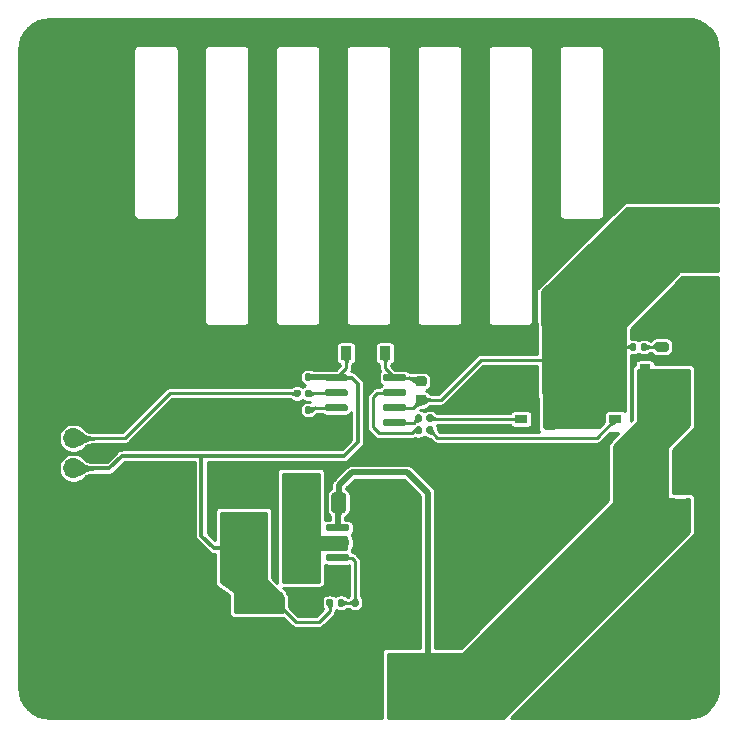
<source format=gbr>
%TF.GenerationSoftware,KiCad,Pcbnew,(5.1.6)-1*%
%TF.CreationDate,2022-02-05T23:25:30+08:00*%
%TF.ProjectId,brake_board,6272616b-655f-4626-9f61-72642e6b6963,rev?*%
%TF.SameCoordinates,Original*%
%TF.FileFunction,Copper,L1,Top*%
%TF.FilePolarity,Positive*%
%FSLAX46Y46*%
G04 Gerber Fmt 4.6, Leading zero omitted, Abs format (unit mm)*
G04 Created by KiCad (PCBNEW (5.1.6)-1) date 2022-02-05 23:25:30*
%MOMM*%
%LPD*%
G01*
G04 APERTURE LIST*
%TA.AperFunction,ComponentPad*%
%ADD10C,2.800000*%
%TD*%
%TA.AperFunction,ComponentPad*%
%ADD11C,2.400000*%
%TD*%
%TA.AperFunction,ComponentPad*%
%ADD12O,2.400000X2.400000*%
%TD*%
%TA.AperFunction,SMDPad,CuDef*%
%ADD13R,0.905000X5.560000*%
%TD*%
%TA.AperFunction,SMDPad,CuDef*%
%ADD14R,3.700000X4.560000*%
%TD*%
%TA.AperFunction,SMDPad,CuDef*%
%ADD15R,1.100000X0.750000*%
%TD*%
%TA.AperFunction,SMDPad,CuDef*%
%ADD16R,2.450000X5.900000*%
%TD*%
%TA.AperFunction,ComponentPad*%
%ADD17R,1.700000X1.700000*%
%TD*%
%TA.AperFunction,ComponentPad*%
%ADD18O,1.700000X1.700000*%
%TD*%
%TA.AperFunction,ComponentPad*%
%ADD19C,6.400000*%
%TD*%
%TA.AperFunction,ComponentPad*%
%ADD20C,0.800000*%
%TD*%
%TA.AperFunction,SMDPad,CuDef*%
%ADD21R,0.900000X1.200000*%
%TD*%
%TA.AperFunction,SMDPad,CuDef*%
%ADD22R,2.500000X1.800000*%
%TD*%
%TA.AperFunction,ViaPad*%
%ADD23C,0.800000*%
%TD*%
%TA.AperFunction,Conductor*%
%ADD24C,0.500000*%
%TD*%
%TA.AperFunction,Conductor*%
%ADD25C,0.250000*%
%TD*%
%TA.AperFunction,Conductor*%
%ADD26C,0.300000*%
%TD*%
%TA.AperFunction,Conductor*%
%ADD27C,0.254000*%
%TD*%
%TA.AperFunction,Conductor*%
%ADD28C,0.025400*%
%TD*%
%ADD29C,0.350000*%
G04 APERTURE END LIST*
%TO.P,R8,1*%
%TO.N,Net-(J1-Pad3)*%
%TA.AperFunction,SMDPad,CuDef*%
G36*
G01*
X23654800Y27716700D02*
X23654800Y28061700D01*
G75*
G02*
X23802300Y28209200I147500J0D01*
G01*
X24097300Y28209200D01*
G75*
G02*
X24244800Y28061700I0J-147500D01*
G01*
X24244800Y27716700D01*
G75*
G02*
X24097300Y27569200I-147500J0D01*
G01*
X23802300Y27569200D01*
G75*
G02*
X23654800Y27716700I0J147500D01*
G01*
G37*
%TD.AperFunction*%
%TO.P,R8,2*%
%TO.N,/BRAKE_H*%
%TA.AperFunction,SMDPad,CuDef*%
G36*
G01*
X24624800Y27716700D02*
X24624800Y28061700D01*
G75*
G02*
X24772300Y28209200I147500J0D01*
G01*
X25067300Y28209200D01*
G75*
G02*
X25214800Y28061700I0J-147500D01*
G01*
X25214800Y27716700D01*
G75*
G02*
X25067300Y27569200I-147500J0D01*
G01*
X24772300Y27569200D01*
G75*
G02*
X24624800Y27716700I0J147500D01*
G01*
G37*
%TD.AperFunction*%
%TD*%
D10*
%TO.P,POS1,1*%
%TO.N,VBUS*%
X35000000Y3506000D03*
%TD*%
%TO.P,NEG1,1*%
%TO.N,GND*%
X25000000Y3506000D03*
%TD*%
%TO.P,U2,1*%
%TO.N,+9V*%
%TA.AperFunction,SMDPad,CuDef*%
G36*
G01*
X26282000Y29072000D02*
X26282000Y29372000D01*
G75*
G02*
X26432000Y29522000I150000J0D01*
G01*
X28082000Y29522000D01*
G75*
G02*
X28232000Y29372000I0J-150000D01*
G01*
X28232000Y29072000D01*
G75*
G02*
X28082000Y28922000I-150000J0D01*
G01*
X26432000Y28922000D01*
G75*
G02*
X26282000Y29072000I0J150000D01*
G01*
G37*
%TD.AperFunction*%
%TO.P,U2,2*%
%TO.N,/BRAKE_H*%
%TA.AperFunction,SMDPad,CuDef*%
G36*
G01*
X26282000Y27802000D02*
X26282000Y28102000D01*
G75*
G02*
X26432000Y28252000I150000J0D01*
G01*
X28082000Y28252000D01*
G75*
G02*
X28232000Y28102000I0J-150000D01*
G01*
X28232000Y27802000D01*
G75*
G02*
X28082000Y27652000I-150000J0D01*
G01*
X26432000Y27652000D01*
G75*
G02*
X26282000Y27802000I0J150000D01*
G01*
G37*
%TD.AperFunction*%
%TO.P,U2,3*%
%TO.N,Net-(R3-Pad2)*%
%TA.AperFunction,SMDPad,CuDef*%
G36*
G01*
X26282000Y26532000D02*
X26282000Y26832000D01*
G75*
G02*
X26432000Y26982000I150000J0D01*
G01*
X28082000Y26982000D01*
G75*
G02*
X28232000Y26832000I0J-150000D01*
G01*
X28232000Y26532000D01*
G75*
G02*
X28082000Y26382000I-150000J0D01*
G01*
X26432000Y26382000D01*
G75*
G02*
X26282000Y26532000I0J150000D01*
G01*
G37*
%TD.AperFunction*%
%TO.P,U2,4*%
%TO.N,GND*%
%TA.AperFunction,SMDPad,CuDef*%
G36*
G01*
X26282000Y25262000D02*
X26282000Y25562000D01*
G75*
G02*
X26432000Y25712000I150000J0D01*
G01*
X28082000Y25712000D01*
G75*
G02*
X28232000Y25562000I0J-150000D01*
G01*
X28232000Y25262000D01*
G75*
G02*
X28082000Y25112000I-150000J0D01*
G01*
X26432000Y25112000D01*
G75*
G02*
X26282000Y25262000I0J150000D01*
G01*
G37*
%TD.AperFunction*%
%TO.P,U2,5*%
%TO.N,Net-(R5-Pad2)*%
%TA.AperFunction,SMDPad,CuDef*%
G36*
G01*
X31232000Y25262000D02*
X31232000Y25562000D01*
G75*
G02*
X31382000Y25712000I150000J0D01*
G01*
X33032000Y25712000D01*
G75*
G02*
X33182000Y25562000I0J-150000D01*
G01*
X33182000Y25262000D01*
G75*
G02*
X33032000Y25112000I-150000J0D01*
G01*
X31382000Y25112000D01*
G75*
G02*
X31232000Y25262000I0J150000D01*
G01*
G37*
%TD.AperFunction*%
%TO.P,U2,6*%
%TO.N,Net-(C7-Pad2)*%
%TA.AperFunction,SMDPad,CuDef*%
G36*
G01*
X31232000Y26532000D02*
X31232000Y26832000D01*
G75*
G02*
X31382000Y26982000I150000J0D01*
G01*
X33032000Y26982000D01*
G75*
G02*
X33182000Y26832000I0J-150000D01*
G01*
X33182000Y26532000D01*
G75*
G02*
X33032000Y26382000I-150000J0D01*
G01*
X31382000Y26382000D01*
G75*
G02*
X31232000Y26532000I0J150000D01*
G01*
G37*
%TD.AperFunction*%
%TO.P,U2,7*%
%TO.N,Net-(R4-Pad2)*%
%TA.AperFunction,SMDPad,CuDef*%
G36*
G01*
X31232000Y27802000D02*
X31232000Y28102000D01*
G75*
G02*
X31382000Y28252000I150000J0D01*
G01*
X33032000Y28252000D01*
G75*
G02*
X33182000Y28102000I0J-150000D01*
G01*
X33182000Y27802000D01*
G75*
G02*
X33032000Y27652000I-150000J0D01*
G01*
X31382000Y27652000D01*
G75*
G02*
X31232000Y27802000I0J150000D01*
G01*
G37*
%TD.AperFunction*%
%TO.P,U2,8*%
%TO.N,Net-(C7-Pad1)*%
%TA.AperFunction,SMDPad,CuDef*%
G36*
G01*
X31232000Y29072000D02*
X31232000Y29372000D01*
G75*
G02*
X31382000Y29522000I150000J0D01*
G01*
X33032000Y29522000D01*
G75*
G02*
X33182000Y29372000I0J-150000D01*
G01*
X33182000Y29072000D01*
G75*
G02*
X33032000Y28922000I-150000J0D01*
G01*
X31382000Y28922000D01*
G75*
G02*
X31232000Y29072000I0J150000D01*
G01*
G37*
%TD.AperFunction*%
%TD*%
%TO.P,U1,1*%
%TO.N,VBUS*%
%TA.AperFunction,SMDPad,CuDef*%
G36*
G01*
X26409000Y16374000D02*
X26409000Y16674000D01*
G75*
G02*
X26559000Y16824000I150000J0D01*
G01*
X28209000Y16824000D01*
G75*
G02*
X28359000Y16674000I0J-150000D01*
G01*
X28359000Y16374000D01*
G75*
G02*
X28209000Y16224000I-150000J0D01*
G01*
X26559000Y16224000D01*
G75*
G02*
X26409000Y16374000I0J150000D01*
G01*
G37*
%TD.AperFunction*%
%TO.P,U1,2*%
%TO.N,Net-(D1-Pad1)*%
%TA.AperFunction,SMDPad,CuDef*%
G36*
G01*
X26409000Y15104000D02*
X26409000Y15404000D01*
G75*
G02*
X26559000Y15554000I150000J0D01*
G01*
X28209000Y15554000D01*
G75*
G02*
X28359000Y15404000I0J-150000D01*
G01*
X28359000Y15104000D01*
G75*
G02*
X28209000Y14954000I-150000J0D01*
G01*
X26559000Y14954000D01*
G75*
G02*
X26409000Y15104000I0J150000D01*
G01*
G37*
%TD.AperFunction*%
%TO.P,U1,3*%
%TO.N,Net-(R1-Pad1)*%
%TA.AperFunction,SMDPad,CuDef*%
G36*
G01*
X26409000Y13834000D02*
X26409000Y14134000D01*
G75*
G02*
X26559000Y14284000I150000J0D01*
G01*
X28209000Y14284000D01*
G75*
G02*
X28359000Y14134000I0J-150000D01*
G01*
X28359000Y13834000D01*
G75*
G02*
X28209000Y13684000I-150000J0D01*
G01*
X26559000Y13684000D01*
G75*
G02*
X26409000Y13834000I0J150000D01*
G01*
G37*
%TD.AperFunction*%
%TO.P,U1,4*%
%TO.N,GND*%
%TA.AperFunction,SMDPad,CuDef*%
G36*
G01*
X26409000Y12564000D02*
X26409000Y12864000D01*
G75*
G02*
X26559000Y13014000I150000J0D01*
G01*
X28209000Y13014000D01*
G75*
G02*
X28359000Y12864000I0J-150000D01*
G01*
X28359000Y12564000D01*
G75*
G02*
X28209000Y12414000I-150000J0D01*
G01*
X26559000Y12414000D01*
G75*
G02*
X26409000Y12564000I0J150000D01*
G01*
G37*
%TD.AperFunction*%
%TO.P,U1,5*%
%TA.AperFunction,SMDPad,CuDef*%
G36*
G01*
X31359000Y12564000D02*
X31359000Y12864000D01*
G75*
G02*
X31509000Y13014000I150000J0D01*
G01*
X33159000Y13014000D01*
G75*
G02*
X33309000Y12864000I0J-150000D01*
G01*
X33309000Y12564000D01*
G75*
G02*
X33159000Y12414000I-150000J0D01*
G01*
X31509000Y12414000D01*
G75*
G02*
X31359000Y12564000I0J150000D01*
G01*
G37*
%TD.AperFunction*%
%TO.P,U1,6*%
%TA.AperFunction,SMDPad,CuDef*%
G36*
G01*
X31359000Y13834000D02*
X31359000Y14134000D01*
G75*
G02*
X31509000Y14284000I150000J0D01*
G01*
X33159000Y14284000D01*
G75*
G02*
X33309000Y14134000I0J-150000D01*
G01*
X33309000Y13834000D01*
G75*
G02*
X33159000Y13684000I-150000J0D01*
G01*
X31509000Y13684000D01*
G75*
G02*
X31359000Y13834000I0J150000D01*
G01*
G37*
%TD.AperFunction*%
%TO.P,U1,7*%
%TA.AperFunction,SMDPad,CuDef*%
G36*
G01*
X31359000Y15104000D02*
X31359000Y15404000D01*
G75*
G02*
X31509000Y15554000I150000J0D01*
G01*
X33159000Y15554000D01*
G75*
G02*
X33309000Y15404000I0J-150000D01*
G01*
X33309000Y15104000D01*
G75*
G02*
X33159000Y14954000I-150000J0D01*
G01*
X31509000Y14954000D01*
G75*
G02*
X31359000Y15104000I0J150000D01*
G01*
G37*
%TD.AperFunction*%
%TO.P,U1,8*%
%TA.AperFunction,SMDPad,CuDef*%
G36*
G01*
X31359000Y16374000D02*
X31359000Y16674000D01*
G75*
G02*
X31509000Y16824000I150000J0D01*
G01*
X33159000Y16824000D01*
G75*
G02*
X33309000Y16674000I0J-150000D01*
G01*
X33309000Y16374000D01*
G75*
G02*
X33159000Y16224000I-150000J0D01*
G01*
X31509000Y16224000D01*
G75*
G02*
X31359000Y16374000I0J150000D01*
G01*
G37*
%TD.AperFunction*%
%TD*%
%TO.P,R7,1*%
%TO.N,Net-(D3-Pad2)*%
%TA.AperFunction,SMDPad,CuDef*%
G36*
G01*
X53635000Y31999500D02*
X53635000Y31654500D01*
G75*
G02*
X53487500Y31507000I-147500J0D01*
G01*
X53192500Y31507000D01*
G75*
G02*
X53045000Y31654500I0J147500D01*
G01*
X53045000Y31999500D01*
G75*
G02*
X53192500Y32147000I147500J0D01*
G01*
X53487500Y32147000D01*
G75*
G02*
X53635000Y31999500I0J-147500D01*
G01*
G37*
%TD.AperFunction*%
%TO.P,R7,2*%
%TO.N,Net-(C7-Pad2)*%
%TA.AperFunction,SMDPad,CuDef*%
G36*
G01*
X52665000Y31999500D02*
X52665000Y31654500D01*
G75*
G02*
X52517500Y31507000I-147500J0D01*
G01*
X52222500Y31507000D01*
G75*
G02*
X52075000Y31654500I0J147500D01*
G01*
X52075000Y31999500D01*
G75*
G02*
X52222500Y32147000I147500J0D01*
G01*
X52517500Y32147000D01*
G75*
G02*
X52665000Y31999500I0J-147500D01*
G01*
G37*
%TD.AperFunction*%
%TD*%
D11*
%TO.P,R6,1*%
%TO.N,GND*%
X2000000Y41000000D03*
D12*
%TO.P,R6,2*%
%TO.N,Net-(C7-Pad2)*%
X57880000Y41000000D03*
%TD*%
%TO.P,R5,1*%
%TO.N,Net-(Q2-Pad1)*%
%TA.AperFunction,SMDPad,CuDef*%
G36*
G01*
X35483000Y25953500D02*
X35483000Y25608500D01*
G75*
G02*
X35335500Y25461000I-147500J0D01*
G01*
X35040500Y25461000D01*
G75*
G02*
X34893000Y25608500I0J147500D01*
G01*
X34893000Y25953500D01*
G75*
G02*
X35040500Y26101000I147500J0D01*
G01*
X35335500Y26101000D01*
G75*
G02*
X35483000Y25953500I0J-147500D01*
G01*
G37*
%TD.AperFunction*%
%TO.P,R5,2*%
%TO.N,Net-(R5-Pad2)*%
%TA.AperFunction,SMDPad,CuDef*%
G36*
G01*
X34513000Y25953500D02*
X34513000Y25608500D01*
G75*
G02*
X34365500Y25461000I-147500J0D01*
G01*
X34070500Y25461000D01*
G75*
G02*
X33923000Y25608500I0J147500D01*
G01*
X33923000Y25953500D01*
G75*
G02*
X34070500Y26101000I147500J0D01*
G01*
X34365500Y26101000D01*
G75*
G02*
X34513000Y25953500I0J-147500D01*
G01*
G37*
%TD.AperFunction*%
%TD*%
%TO.P,R4,1*%
%TO.N,Net-(Q1-Pad1)*%
%TA.AperFunction,SMDPad,CuDef*%
G36*
G01*
X35483000Y24937500D02*
X35483000Y24592500D01*
G75*
G02*
X35335500Y24445000I-147500J0D01*
G01*
X35040500Y24445000D01*
G75*
G02*
X34893000Y24592500I0J147500D01*
G01*
X34893000Y24937500D01*
G75*
G02*
X35040500Y25085000I147500J0D01*
G01*
X35335500Y25085000D01*
G75*
G02*
X35483000Y24937500I0J-147500D01*
G01*
G37*
%TD.AperFunction*%
%TO.P,R4,2*%
%TO.N,Net-(R4-Pad2)*%
%TA.AperFunction,SMDPad,CuDef*%
G36*
G01*
X34513000Y24937500D02*
X34513000Y24592500D01*
G75*
G02*
X34365500Y24445000I-147500J0D01*
G01*
X34070500Y24445000D01*
G75*
G02*
X33923000Y24592500I0J147500D01*
G01*
X33923000Y24937500D01*
G75*
G02*
X34070500Y25085000I147500J0D01*
G01*
X34365500Y25085000D01*
G75*
G02*
X34513000Y24937500I0J-147500D01*
G01*
G37*
%TD.AperFunction*%
%TD*%
%TO.P,R3,1*%
%TO.N,GND*%
%TA.AperFunction,SMDPad,CuDef*%
G36*
G01*
X23636000Y26304500D02*
X23636000Y26649500D01*
G75*
G02*
X23783500Y26797000I147500J0D01*
G01*
X24078500Y26797000D01*
G75*
G02*
X24226000Y26649500I0J-147500D01*
G01*
X24226000Y26304500D01*
G75*
G02*
X24078500Y26157000I-147500J0D01*
G01*
X23783500Y26157000D01*
G75*
G02*
X23636000Y26304500I0J147500D01*
G01*
G37*
%TD.AperFunction*%
%TO.P,R3,2*%
%TO.N,Net-(R3-Pad2)*%
%TA.AperFunction,SMDPad,CuDef*%
G36*
G01*
X24606000Y26304500D02*
X24606000Y26649500D01*
G75*
G02*
X24753500Y26797000I147500J0D01*
G01*
X25048500Y26797000D01*
G75*
G02*
X25196000Y26649500I0J-147500D01*
G01*
X25196000Y26304500D01*
G75*
G02*
X25048500Y26157000I-147500J0D01*
G01*
X24753500Y26157000D01*
G75*
G02*
X24606000Y26304500I0J147500D01*
G01*
G37*
%TD.AperFunction*%
%TD*%
%TO.P,R2,1*%
%TO.N,+9V*%
%TA.AperFunction,SMDPad,CuDef*%
G36*
G01*
X26398000Y9987500D02*
X26398000Y10332500D01*
G75*
G02*
X26545500Y10480000I147500J0D01*
G01*
X26840500Y10480000D01*
G75*
G02*
X26988000Y10332500I0J-147500D01*
G01*
X26988000Y9987500D01*
G75*
G02*
X26840500Y9840000I-147500J0D01*
G01*
X26545500Y9840000D01*
G75*
G02*
X26398000Y9987500I0J147500D01*
G01*
G37*
%TD.AperFunction*%
%TO.P,R2,2*%
%TO.N,Net-(R1-Pad1)*%
%TA.AperFunction,SMDPad,CuDef*%
G36*
G01*
X27368000Y9987500D02*
X27368000Y10332500D01*
G75*
G02*
X27515500Y10480000I147500J0D01*
G01*
X27810500Y10480000D01*
G75*
G02*
X27958000Y10332500I0J-147500D01*
G01*
X27958000Y9987500D01*
G75*
G02*
X27810500Y9840000I-147500J0D01*
G01*
X27515500Y9840000D01*
G75*
G02*
X27368000Y9987500I0J147500D01*
G01*
G37*
%TD.AperFunction*%
%TD*%
%TO.P,R1,1*%
%TO.N,Net-(R1-Pad1)*%
%TA.AperFunction,SMDPad,CuDef*%
G36*
G01*
X28557000Y9987500D02*
X28557000Y10332500D01*
G75*
G02*
X28704500Y10480000I147500J0D01*
G01*
X28999500Y10480000D01*
G75*
G02*
X29147000Y10332500I0J-147500D01*
G01*
X29147000Y9987500D01*
G75*
G02*
X28999500Y9840000I-147500J0D01*
G01*
X28704500Y9840000D01*
G75*
G02*
X28557000Y9987500I0J147500D01*
G01*
G37*
%TD.AperFunction*%
%TO.P,R1,2*%
%TO.N,GND*%
%TA.AperFunction,SMDPad,CuDef*%
G36*
G01*
X29527000Y9987500D02*
X29527000Y10332500D01*
G75*
G02*
X29674500Y10480000I147500J0D01*
G01*
X29969500Y10480000D01*
G75*
G02*
X30117000Y10332500I0J-147500D01*
G01*
X30117000Y9987500D01*
G75*
G02*
X29969500Y9840000I-147500J0D01*
G01*
X29674500Y9840000D01*
G75*
G02*
X29527000Y9987500I0J147500D01*
G01*
G37*
%TD.AperFunction*%
%TD*%
D13*
%TO.P,Q2,2*%
%TO.N,Net-(C7-Pad2)*%
X45396000Y27619000D03*
D14*
X46596000Y27619000D03*
D15*
X48696000Y29524000D03*
X48696000Y25714000D03*
%TO.P,Q2,1*%
%TO.N,Net-(Q2-Pad1)*%
X42896000Y25714000D03*
%TO.P,Q2,3*%
%TO.N,GND*%
X42896000Y26984000D03*
X42896000Y28254000D03*
X42896000Y29524000D03*
%TO.P,Q2,2*%
%TO.N,Net-(C7-Pad2)*%
X48696000Y28254000D03*
X48696000Y26984000D03*
%TD*%
D13*
%TO.P,Q1,2*%
%TO.N,VBUS*%
X53396000Y27619000D03*
D14*
X54596000Y27619000D03*
D15*
X56696000Y29524000D03*
X56696000Y25714000D03*
%TO.P,Q1,1*%
%TO.N,Net-(Q1-Pad1)*%
X50896000Y25714000D03*
%TO.P,Q1,3*%
%TO.N,Net-(C7-Pad2)*%
X50896000Y26984000D03*
X50896000Y28254000D03*
X50896000Y29524000D03*
%TO.P,Q1,2*%
%TO.N,VBUS*%
X56696000Y28254000D03*
X56696000Y26984000D03*
%TD*%
D16*
%TO.P,L1,1*%
%TO.N,Net-(D1-Pad1)*%
X24397000Y14809000D03*
%TO.P,L1,2*%
%TO.N,+9V*%
X18847000Y14809000D03*
%TD*%
D17*
%TO.P,J1,1*%
%TO.N,GND*%
X5000000Y19000000D03*
D18*
%TO.P,J1,2*%
%TO.N,+9V*%
X5000000Y21540000D03*
%TO.P,J1,3*%
%TO.N,Net-(J1-Pad3)*%
X5000000Y24080000D03*
%TD*%
D19*
%TO.P,H4,1*%
%TO.N,GND*%
X5000000Y55000000D03*
D20*
X7400000Y55000000D03*
X6697056Y53302944D03*
X5000000Y52600000D03*
X3302944Y53302944D03*
X2600000Y55000000D03*
X3302944Y56697056D03*
X5000000Y57400000D03*
X6697056Y56697056D03*
%TD*%
D19*
%TO.P,H3,1*%
%TO.N,GND*%
X55000000Y55000000D03*
D20*
X57400000Y55000000D03*
X56697056Y53302944D03*
X55000000Y52600000D03*
X53302944Y53302944D03*
X52600000Y55000000D03*
X53302944Y56697056D03*
X55000000Y57400000D03*
X56697056Y56697056D03*
%TD*%
D19*
%TO.P,H2,1*%
%TO.N,GND*%
X5000000Y5000000D03*
D20*
X7400000Y5000000D03*
X6697056Y3302944D03*
X5000000Y2600000D03*
X3302944Y3302944D03*
X2600000Y5000000D03*
X3302944Y6697056D03*
X5000000Y7400000D03*
X6697056Y6697056D03*
%TD*%
D19*
%TO.P,H1,1*%
%TO.N,GND*%
X55000000Y5000000D03*
D20*
X57400000Y5000000D03*
X56697056Y3302944D03*
X55000000Y2600000D03*
X53302944Y3302944D03*
X52600000Y5000000D03*
X53302944Y6697056D03*
X55000000Y7400000D03*
X56697056Y6697056D03*
%TD*%
%TO.P,D3,1*%
%TO.N,GND*%
%TA.AperFunction,SMDPad,CuDef*%
G36*
G01*
X57051000Y32039500D02*
X57051000Y31614500D01*
G75*
G02*
X56838500Y31402000I-212500J0D01*
G01*
X56038500Y31402000D01*
G75*
G02*
X55826000Y31614500I0J212500D01*
G01*
X55826000Y32039500D01*
G75*
G02*
X56038500Y32252000I212500J0D01*
G01*
X56838500Y32252000D01*
G75*
G02*
X57051000Y32039500I0J-212500D01*
G01*
G37*
%TD.AperFunction*%
%TO.P,D3,2*%
%TO.N,Net-(D3-Pad2)*%
%TA.AperFunction,SMDPad,CuDef*%
G36*
G01*
X55426000Y32039500D02*
X55426000Y31614500D01*
G75*
G02*
X55213500Y31402000I-212500J0D01*
G01*
X54413500Y31402000D01*
G75*
G02*
X54201000Y31614500I0J212500D01*
G01*
X54201000Y32039500D01*
G75*
G02*
X54413500Y32252000I212500J0D01*
G01*
X55213500Y32252000D01*
G75*
G02*
X55426000Y32039500I0J-212500D01*
G01*
G37*
%TD.AperFunction*%
%TD*%
D21*
%TO.P,D2,1*%
%TO.N,Net-(C7-Pad1)*%
X31400000Y31303000D03*
%TO.P,D2,2*%
%TO.N,+9V*%
X28100000Y31303000D03*
%TD*%
D22*
%TO.P,D1,1*%
%TO.N,Net-(D1-Pad1)*%
X24130000Y20016000D03*
%TO.P,D1,2*%
%TO.N,GND*%
X20130000Y20016000D03*
%TD*%
%TO.P,C9,1*%
%TO.N,GND*%
%TA.AperFunction,SMDPad,CuDef*%
G36*
G01*
X57016000Y20768000D02*
X57016000Y19518000D01*
G75*
G02*
X56766000Y19268000I-250000J0D01*
G01*
X56016000Y19268000D01*
G75*
G02*
X55766000Y19518000I0J250000D01*
G01*
X55766000Y20768000D01*
G75*
G02*
X56016000Y21018000I250000J0D01*
G01*
X56766000Y21018000D01*
G75*
G02*
X57016000Y20768000I0J-250000D01*
G01*
G37*
%TD.AperFunction*%
%TO.P,C9,2*%
%TO.N,VBUS*%
%TA.AperFunction,SMDPad,CuDef*%
G36*
G01*
X54216000Y20768000D02*
X54216000Y19518000D01*
G75*
G02*
X53966000Y19268000I-250000J0D01*
G01*
X53216000Y19268000D01*
G75*
G02*
X52966000Y19518000I0J250000D01*
G01*
X52966000Y20768000D01*
G75*
G02*
X53216000Y21018000I250000J0D01*
G01*
X53966000Y21018000D01*
G75*
G02*
X54216000Y20768000I0J-250000D01*
G01*
G37*
%TD.AperFunction*%
%TD*%
%TO.P,C8,1*%
%TO.N,GND*%
%TA.AperFunction,SMDPad,CuDef*%
G36*
G01*
X48267000Y21931000D02*
X48267000Y23181000D01*
G75*
G02*
X48517000Y23431000I250000J0D01*
G01*
X49267000Y23431000D01*
G75*
G02*
X49517000Y23181000I0J-250000D01*
G01*
X49517000Y21931000D01*
G75*
G02*
X49267000Y21681000I-250000J0D01*
G01*
X48517000Y21681000D01*
G75*
G02*
X48267000Y21931000I0J250000D01*
G01*
G37*
%TD.AperFunction*%
%TO.P,C8,2*%
%TO.N,VBUS*%
%TA.AperFunction,SMDPad,CuDef*%
G36*
G01*
X51067000Y21931000D02*
X51067000Y23181000D01*
G75*
G02*
X51317000Y23431000I250000J0D01*
G01*
X52067000Y23431000D01*
G75*
G02*
X52317000Y23181000I0J-250000D01*
G01*
X52317000Y21931000D01*
G75*
G02*
X52067000Y21681000I-250000J0D01*
G01*
X51317000Y21681000D01*
G75*
G02*
X51067000Y21931000I0J250000D01*
G01*
G37*
%TD.AperFunction*%
%TD*%
%TO.P,C7,1*%
%TO.N,Net-(C7-Pad1)*%
%TA.AperFunction,SMDPad,CuDef*%
G36*
G01*
X34192750Y29353000D02*
X34705250Y29353000D01*
G75*
G02*
X34924000Y29134250I0J-218750D01*
G01*
X34924000Y28696750D01*
G75*
G02*
X34705250Y28478000I-218750J0D01*
G01*
X34192750Y28478000D01*
G75*
G02*
X33974000Y28696750I0J218750D01*
G01*
X33974000Y29134250D01*
G75*
G02*
X34192750Y29353000I218750J0D01*
G01*
G37*
%TD.AperFunction*%
%TO.P,C7,2*%
%TO.N,Net-(C7-Pad2)*%
%TA.AperFunction,SMDPad,CuDef*%
G36*
G01*
X34192750Y27778000D02*
X34705250Y27778000D01*
G75*
G02*
X34924000Y27559250I0J-218750D01*
G01*
X34924000Y27121750D01*
G75*
G02*
X34705250Y26903000I-218750J0D01*
G01*
X34192750Y26903000D01*
G75*
G02*
X33974000Y27121750I0J218750D01*
G01*
X33974000Y27559250D01*
G75*
G02*
X34192750Y27778000I218750J0D01*
G01*
G37*
%TD.AperFunction*%
%TD*%
%TO.P,C6,1*%
%TO.N,+9V*%
%TA.AperFunction,SMDPad,CuDef*%
G36*
G01*
X25196000Y29443500D02*
X25196000Y29098500D01*
G75*
G02*
X25048500Y28951000I-147500J0D01*
G01*
X24753500Y28951000D01*
G75*
G02*
X24606000Y29098500I0J147500D01*
G01*
X24606000Y29443500D01*
G75*
G02*
X24753500Y29591000I147500J0D01*
G01*
X25048500Y29591000D01*
G75*
G02*
X25196000Y29443500I0J-147500D01*
G01*
G37*
%TD.AperFunction*%
%TO.P,C6,2*%
%TO.N,GND*%
%TA.AperFunction,SMDPad,CuDef*%
G36*
G01*
X24226000Y29443500D02*
X24226000Y29098500D01*
G75*
G02*
X24078500Y28951000I-147500J0D01*
G01*
X23783500Y28951000D01*
G75*
G02*
X23636000Y29098500I0J147500D01*
G01*
X23636000Y29443500D01*
G75*
G02*
X23783500Y29591000I147500J0D01*
G01*
X24078500Y29591000D01*
G75*
G02*
X24226000Y29443500I0J-147500D01*
G01*
G37*
%TD.AperFunction*%
%TD*%
%TO.P,C5,1*%
%TO.N,GND*%
%TA.AperFunction,SMDPad,CuDef*%
G36*
G01*
X25552000Y10862000D02*
X25552000Y9612000D01*
G75*
G02*
X25302000Y9362000I-250000J0D01*
G01*
X24552000Y9362000D01*
G75*
G02*
X24302000Y9612000I0J250000D01*
G01*
X24302000Y10862000D01*
G75*
G02*
X24552000Y11112000I250000J0D01*
G01*
X25302000Y11112000D01*
G75*
G02*
X25552000Y10862000I0J-250000D01*
G01*
G37*
%TD.AperFunction*%
%TO.P,C5,2*%
%TO.N,+9V*%
%TA.AperFunction,SMDPad,CuDef*%
G36*
G01*
X22752000Y10862000D02*
X22752000Y9612000D01*
G75*
G02*
X22502000Y9362000I-250000J0D01*
G01*
X21752000Y9362000D01*
G75*
G02*
X21502000Y9612000I0J250000D01*
G01*
X21502000Y10862000D01*
G75*
G02*
X21752000Y11112000I250000J0D01*
G01*
X22502000Y11112000D01*
G75*
G02*
X22752000Y10862000I0J-250000D01*
G01*
G37*
%TD.AperFunction*%
%TD*%
%TO.P,C4,1*%
%TO.N,GND*%
%TA.AperFunction,SMDPad,CuDef*%
G36*
G01*
X16676000Y9612000D02*
X16676000Y10862000D01*
G75*
G02*
X16926000Y11112000I250000J0D01*
G01*
X17676000Y11112000D01*
G75*
G02*
X17926000Y10862000I0J-250000D01*
G01*
X17926000Y9612000D01*
G75*
G02*
X17676000Y9362000I-250000J0D01*
G01*
X16926000Y9362000D01*
G75*
G02*
X16676000Y9612000I0J250000D01*
G01*
G37*
%TD.AperFunction*%
%TO.P,C4,2*%
%TO.N,+9V*%
%TA.AperFunction,SMDPad,CuDef*%
G36*
G01*
X19476000Y9612000D02*
X19476000Y10862000D01*
G75*
G02*
X19726000Y11112000I250000J0D01*
G01*
X20476000Y11112000D01*
G75*
G02*
X20726000Y10862000I0J-250000D01*
G01*
X20726000Y9612000D01*
G75*
G02*
X20476000Y9362000I-250000J0D01*
G01*
X19726000Y9362000D01*
G75*
G02*
X19476000Y9612000I0J250000D01*
G01*
G37*
%TD.AperFunction*%
%TD*%
%TO.P,C3,1*%
%TO.N,GND*%
%TA.AperFunction,SMDPad,CuDef*%
G36*
G01*
X57016000Y23181000D02*
X57016000Y21931000D01*
G75*
G02*
X56766000Y21681000I-250000J0D01*
G01*
X56016000Y21681000D01*
G75*
G02*
X55766000Y21931000I0J250000D01*
G01*
X55766000Y23181000D01*
G75*
G02*
X56016000Y23431000I250000J0D01*
G01*
X56766000Y23431000D01*
G75*
G02*
X57016000Y23181000I0J-250000D01*
G01*
G37*
%TD.AperFunction*%
%TO.P,C3,2*%
%TO.N,VBUS*%
%TA.AperFunction,SMDPad,CuDef*%
G36*
G01*
X54216000Y23181000D02*
X54216000Y21931000D01*
G75*
G02*
X53966000Y21681000I-250000J0D01*
G01*
X53216000Y21681000D01*
G75*
G02*
X52966000Y21931000I0J250000D01*
G01*
X52966000Y23181000D01*
G75*
G02*
X53216000Y23431000I250000J0D01*
G01*
X53966000Y23431000D01*
G75*
G02*
X54216000Y23181000I0J-250000D01*
G01*
G37*
%TD.AperFunction*%
%TD*%
%TO.P,C2,1*%
%TO.N,GND*%
%TA.AperFunction,SMDPad,CuDef*%
G36*
G01*
X48267000Y19518000D02*
X48267000Y20768000D01*
G75*
G02*
X48517000Y21018000I250000J0D01*
G01*
X49267000Y21018000D01*
G75*
G02*
X49517000Y20768000I0J-250000D01*
G01*
X49517000Y19518000D01*
G75*
G02*
X49267000Y19268000I-250000J0D01*
G01*
X48517000Y19268000D01*
G75*
G02*
X48267000Y19518000I0J250000D01*
G01*
G37*
%TD.AperFunction*%
%TO.P,C2,2*%
%TO.N,VBUS*%
%TA.AperFunction,SMDPad,CuDef*%
G36*
G01*
X51067000Y19518000D02*
X51067000Y20768000D01*
G75*
G02*
X51317000Y21018000I250000J0D01*
G01*
X52067000Y21018000D01*
G75*
G02*
X52317000Y20768000I0J-250000D01*
G01*
X52317000Y19518000D01*
G75*
G02*
X52067000Y19268000I-250000J0D01*
G01*
X51317000Y19268000D01*
G75*
G02*
X51067000Y19518000I0J250000D01*
G01*
G37*
%TD.AperFunction*%
%TD*%
%TO.P,C1,1*%
%TO.N,GND*%
%TA.AperFunction,SMDPad,CuDef*%
G36*
G01*
X30886000Y19244000D02*
X30886000Y17994000D01*
G75*
G02*
X30636000Y17744000I-250000J0D01*
G01*
X29886000Y17744000D01*
G75*
G02*
X29636000Y17994000I0J250000D01*
G01*
X29636000Y19244000D01*
G75*
G02*
X29886000Y19494000I250000J0D01*
G01*
X30636000Y19494000D01*
G75*
G02*
X30886000Y19244000I0J-250000D01*
G01*
G37*
%TD.AperFunction*%
%TO.P,C1,2*%
%TO.N,VBUS*%
%TA.AperFunction,SMDPad,CuDef*%
G36*
G01*
X28086000Y19244000D02*
X28086000Y17994000D01*
G75*
G02*
X27836000Y17744000I-250000J0D01*
G01*
X27086000Y17744000D01*
G75*
G02*
X26836000Y17994000I0J250000D01*
G01*
X26836000Y19244000D01*
G75*
G02*
X27086000Y19494000I250000J0D01*
G01*
X27836000Y19494000D01*
G75*
G02*
X28086000Y19244000I0J-250000D01*
G01*
G37*
%TD.AperFunction*%
%TD*%
D23*
%TO.N,GND*%
X40259000Y29845000D03*
X40259000Y28956000D03*
X40259000Y27051000D03*
X41402000Y28575000D03*
X41402000Y29591000D03*
X40259000Y27940000D03*
X41402000Y27559000D03*
X27686000Y11811000D03*
X26797000Y11811000D03*
X24003000Y10795000D03*
X24003000Y9906000D03*
X15875000Y10668000D03*
X15875000Y9525000D03*
X33528000Y10922000D03*
X33528000Y9652000D03*
X32131000Y10922000D03*
X32131000Y9652000D03*
X46990000Y22860000D03*
X46990000Y21590000D03*
X46990000Y20320000D03*
X46990000Y19050000D03*
X45720000Y19050000D03*
X45720000Y20320000D03*
X45720000Y21590000D03*
X45720000Y22860000D03*
X58420000Y22860000D03*
X58420000Y21590000D03*
X58420000Y20320000D03*
X58420000Y19050000D03*
X32004000Y19304000D03*
X32004000Y18288000D03*
X33528000Y18288000D03*
X33528000Y19304000D03*
X17780000Y21336000D03*
X17780000Y20320000D03*
X17780000Y19304000D03*
X16256000Y13716000D03*
X16256000Y12700000D03*
X58420000Y17780000D03*
X58420000Y16510000D03*
X58420000Y15240000D03*
X26797000Y24130000D03*
X25654000Y24130000D03*
%TD*%
D24*
%TO.N,VBUS*%
X27384000Y18542000D02*
X27461000Y18619000D01*
X27384000Y16524000D02*
X27384000Y18542000D01*
X35000000Y19483000D02*
X35000000Y3506000D01*
X33274000Y21209000D02*
X35000000Y19483000D01*
X28575000Y21209000D02*
X33274000Y21209000D01*
X27461000Y18619000D02*
X27461000Y20095000D01*
X27461000Y20095000D02*
X28575000Y21209000D01*
D25*
%TO.N,+9V*%
X26693000Y10160000D02*
X26693000Y9421000D01*
X26693000Y9421000D02*
X25781000Y8509000D01*
X23855000Y8509000D02*
X22127000Y10237000D01*
X25781000Y8509000D02*
X23855000Y8509000D01*
D24*
X27208000Y29271000D02*
X27257000Y29222000D01*
X24901000Y29271000D02*
X27208000Y29271000D01*
D25*
X28100000Y30065000D02*
X27257000Y29222000D01*
X28100000Y31303000D02*
X28100000Y30065000D01*
D26*
X8051000Y21540000D02*
X5000000Y21540000D01*
X9117000Y22606000D02*
X8051000Y21540000D01*
X28563000Y29222000D02*
X29083000Y28702000D01*
X27257000Y29222000D02*
X28563000Y29222000D01*
X29083000Y28702000D02*
X29083000Y23749000D01*
X29083000Y23749000D02*
X27940000Y22606000D01*
X18847000Y14809000D02*
X16890200Y14809000D01*
X15849600Y15849600D02*
X15849600Y22606000D01*
X16890200Y14809000D02*
X15849600Y15849600D01*
X27940000Y22606000D02*
X15849600Y22606000D01*
X15849600Y22606000D02*
X9117000Y22606000D01*
D25*
%TO.N,Net-(C7-Pad2)*%
X33790500Y26682000D02*
X34449000Y27340500D01*
X32207000Y26682000D02*
X33790500Y26682000D01*
X50804000Y31827000D02*
X46596000Y27619000D01*
X52370000Y31827000D02*
X50804000Y31827000D01*
X50896000Y26984000D02*
X50896000Y29524000D01*
X44907200Y30734000D02*
X46596000Y29045200D01*
X39497000Y30734000D02*
X44907200Y30734000D01*
X34449000Y27340500D02*
X36103500Y27340500D01*
X46596000Y29045200D02*
X46596000Y27619000D01*
X36103500Y27340500D02*
X39497000Y30734000D01*
%TO.N,Net-(C7-Pad1)*%
X34142500Y29222000D02*
X34449000Y28915500D01*
X32207000Y29222000D02*
X34142500Y29222000D01*
X31400000Y30029000D02*
X32207000Y29222000D01*
X31400000Y31303000D02*
X31400000Y30029000D01*
%TO.N,Net-(D3-Pad2)*%
X53340000Y31827000D02*
X54813500Y31827000D01*
%TO.N,/BRAKE_H*%
X27194200Y27889200D02*
X27257000Y27952000D01*
X24919800Y27889200D02*
X27194200Y27889200D01*
%TO.N,Net-(Q1-Pad1)*%
X49312000Y24130000D02*
X50896000Y25714000D01*
X35188000Y24765000D02*
X35823000Y24130000D01*
X35823000Y24130000D02*
X49312000Y24130000D01*
%TO.N,Net-(Q2-Pad1)*%
X35255000Y25714000D02*
X35188000Y25781000D01*
X42896000Y25714000D02*
X35255000Y25714000D01*
%TO.N,Net-(R1-Pad1)*%
X27384000Y13984000D02*
X28561000Y13984000D01*
X28561000Y13984000D02*
X28852000Y13693000D01*
X27663000Y10160000D02*
X28852000Y10160000D01*
X28852000Y13693000D02*
X28852000Y10160000D01*
%TO.N,Net-(R3-Pad2)*%
X25106000Y26682000D02*
X24901000Y26477000D01*
X27257000Y26682000D02*
X25106000Y26682000D01*
%TO.N,Net-(R4-Pad2)*%
X30746000Y27952000D02*
X32207000Y27952000D01*
X33655000Y24511000D02*
X30861000Y24511000D01*
X33909000Y24765000D02*
X33655000Y24511000D01*
X34218000Y24765000D02*
X33909000Y24765000D01*
X30353000Y25019000D02*
X30353000Y27559000D01*
X30353000Y27559000D02*
X30746000Y27952000D01*
X30861000Y24511000D02*
X30353000Y25019000D01*
%TO.N,Net-(R5-Pad2)*%
X33849000Y25412000D02*
X34218000Y25781000D01*
X32207000Y25412000D02*
X33849000Y25412000D01*
%TO.N,Net-(J1-Pad3)*%
X23949800Y27889200D02*
X13157200Y27889200D01*
X9348000Y24080000D02*
X5000000Y24080000D01*
X13157200Y27889200D02*
X9348000Y24080000D01*
%TD*%
D27*
%TO.N,Net-(C7-Pad2)*%
G36*
X59594001Y38227000D02*
G01*
X56388000Y38227000D01*
X56363224Y38224560D01*
X56339399Y38217333D01*
X56317443Y38205597D01*
X56298197Y38189803D01*
X51726197Y33617803D01*
X51710403Y33598557D01*
X51698667Y33576601D01*
X51691440Y33552776D01*
X51689000Y33528000D01*
X51689000Y26382453D01*
X51658696Y26407322D01*
X51592508Y26442701D01*
X51520689Y26464487D01*
X51446000Y26471843D01*
X50346000Y26471843D01*
X50271311Y26464487D01*
X50199492Y26442701D01*
X50133304Y26407322D01*
X50075289Y26359711D01*
X50027678Y26301696D01*
X49992299Y26235508D01*
X49970513Y26163689D01*
X49963157Y26089000D01*
X49963157Y25496749D01*
X49485408Y25019000D01*
X44829627Y25019000D01*
X44704580Y36523305D01*
X51867948Y43561000D01*
X59594001Y43561000D01*
X59594001Y38227000D01*
G37*
X59594001Y38227000D02*
X56388000Y38227000D01*
X56363224Y38224560D01*
X56339399Y38217333D01*
X56317443Y38205597D01*
X56298197Y38189803D01*
X51726197Y33617803D01*
X51710403Y33598557D01*
X51698667Y33576601D01*
X51691440Y33552776D01*
X51689000Y33528000D01*
X51689000Y26382453D01*
X51658696Y26407322D01*
X51592508Y26442701D01*
X51520689Y26464487D01*
X51446000Y26471843D01*
X50346000Y26471843D01*
X50271311Y26464487D01*
X50199492Y26442701D01*
X50133304Y26407322D01*
X50075289Y26359711D01*
X50027678Y26301696D01*
X49992299Y26235508D01*
X49970513Y26163689D01*
X49963157Y26089000D01*
X49963157Y25496749D01*
X49485408Y25019000D01*
X44829627Y25019000D01*
X44704580Y36523305D01*
X51867948Y43561000D01*
X59594001Y43561000D01*
X59594001Y38227000D01*
%TO.N,VBUS*%
G36*
X57150000Y25198606D02*
G01*
X55631917Y23680523D01*
X55568512Y23628488D01*
X55516477Y23565083D01*
X55282197Y23330803D01*
X55266403Y23311557D01*
X55254667Y23289601D01*
X55247440Y23265776D01*
X55245000Y23241000D01*
X55245000Y19050000D01*
X55247440Y19025224D01*
X55254667Y19001399D01*
X55266403Y18979443D01*
X55282197Y18960197D01*
X55301443Y18944403D01*
X55323399Y18932667D01*
X55347224Y18925440D01*
X55372000Y18923000D01*
X55807872Y18923000D01*
X55892538Y18897317D01*
X56016000Y18885157D01*
X56766000Y18885157D01*
X56889462Y18897317D01*
X56974128Y18923000D01*
X57150000Y18923000D01*
X57150000Y16181606D01*
X41374394Y406000D01*
X31623000Y406000D01*
X31623000Y5842000D01*
X37973000Y5842000D01*
X37997776Y5844440D01*
X38021601Y5851667D01*
X38043557Y5863403D01*
X38062803Y5879197D01*
X50762803Y18579197D01*
X50778597Y18598443D01*
X50790333Y18620399D01*
X50797560Y18644224D01*
X50800000Y18669000D01*
X50800000Y23442394D01*
X52794803Y25437197D01*
X52810597Y25456443D01*
X52822333Y25478399D01*
X52829560Y25502224D01*
X52832000Y25527000D01*
X52832000Y29845000D01*
X57150000Y29845000D01*
X57150000Y25198606D01*
G37*
X57150000Y25198606D02*
X55631917Y23680523D01*
X55568512Y23628488D01*
X55516477Y23565083D01*
X55282197Y23330803D01*
X55266403Y23311557D01*
X55254667Y23289601D01*
X55247440Y23265776D01*
X55245000Y23241000D01*
X55245000Y19050000D01*
X55247440Y19025224D01*
X55254667Y19001399D01*
X55266403Y18979443D01*
X55282197Y18960197D01*
X55301443Y18944403D01*
X55323399Y18932667D01*
X55347224Y18925440D01*
X55372000Y18923000D01*
X55807872Y18923000D01*
X55892538Y18897317D01*
X56016000Y18885157D01*
X56766000Y18885157D01*
X56889462Y18897317D01*
X56974128Y18923000D01*
X57150000Y18923000D01*
X57150000Y16181606D01*
X41374394Y406000D01*
X31623000Y406000D01*
X31623000Y5842000D01*
X37973000Y5842000D01*
X37997776Y5844440D01*
X38021601Y5851667D01*
X38043557Y5863403D01*
X38062803Y5879197D01*
X50762803Y18579197D01*
X50778597Y18598443D01*
X50790333Y18620399D01*
X50797560Y18644224D01*
X50800000Y18669000D01*
X50800000Y23442394D01*
X52794803Y25437197D01*
X52810597Y25456443D01*
X52822333Y25478399D01*
X52829560Y25502224D01*
X52832000Y25527000D01*
X52832000Y29845000D01*
X57150000Y29845000D01*
X57150000Y25198606D01*
%TO.N,GND*%
G36*
X59594000Y3019854D02*
G01*
X59542688Y2496536D01*
X59396472Y2012244D01*
X59158975Y1565578D01*
X58839245Y1173550D01*
X58449458Y851090D01*
X58004460Y610482D01*
X57521205Y460889D01*
X56998971Y406000D01*
X42092816Y406000D01*
X57546408Y15859592D01*
X57593790Y15917328D01*
X57628998Y15983198D01*
X57650679Y16054671D01*
X57658000Y16129000D01*
X57658000Y19050000D01*
X57650679Y19124329D01*
X57628998Y19195802D01*
X57593790Y19261672D01*
X57546408Y19319408D01*
X57488672Y19366790D01*
X57422802Y19401998D01*
X57351329Y19423679D01*
X57277000Y19431000D01*
X55753000Y19431000D01*
X55753000Y23083184D01*
X57546408Y24876592D01*
X57593790Y24934328D01*
X57628998Y25000198D01*
X57650679Y25071671D01*
X57658000Y25146000D01*
X57658000Y29972000D01*
X57650679Y30046329D01*
X57628998Y30117802D01*
X57593790Y30183672D01*
X57546408Y30241408D01*
X57488672Y30288790D01*
X57422802Y30323998D01*
X57351329Y30345679D01*
X57277000Y30353000D01*
X54231343Y30353000D01*
X54231343Y30399000D01*
X54223987Y30473689D01*
X54202201Y30545508D01*
X54166822Y30611696D01*
X54119211Y30669711D01*
X54061196Y30717322D01*
X53995008Y30752701D01*
X53923189Y30774487D01*
X53848500Y30781843D01*
X52943500Y30781843D01*
X52868811Y30774487D01*
X52796992Y30752701D01*
X52730804Y30717322D01*
X52672789Y30669711D01*
X52625178Y30611696D01*
X52589799Y30545508D01*
X52568013Y30473689D01*
X52560657Y30399000D01*
X52560657Y30324441D01*
X52559198Y30323998D01*
X52493328Y30288790D01*
X52435592Y30241408D01*
X52388210Y30183672D01*
X52353002Y30117802D01*
X52331321Y30046329D01*
X52324000Y29972000D01*
X52324000Y25684816D01*
X52197000Y25557816D01*
X52197000Y31126668D01*
X52222500Y31124157D01*
X52517500Y31124157D01*
X52620965Y31134347D01*
X52720453Y31164527D01*
X52812143Y31213536D01*
X52855000Y31248708D01*
X52897857Y31213536D01*
X52989547Y31164527D01*
X53089035Y31134347D01*
X53192500Y31124157D01*
X53487500Y31124157D01*
X53590965Y31134347D01*
X53690453Y31164527D01*
X53782143Y31213536D01*
X53862509Y31279491D01*
X53896575Y31321000D01*
X53898577Y31321000D01*
X53918490Y31283745D01*
X53992529Y31193529D01*
X54082745Y31119490D01*
X54185672Y31064475D01*
X54297354Y31030596D01*
X54413500Y31019157D01*
X55213500Y31019157D01*
X55329646Y31030596D01*
X55441328Y31064475D01*
X55544255Y31119490D01*
X55634471Y31193529D01*
X55708510Y31283745D01*
X55763525Y31386672D01*
X55797404Y31498354D01*
X55808843Y31614500D01*
X55808843Y32039500D01*
X55797404Y32155646D01*
X55763525Y32267328D01*
X55708510Y32370255D01*
X55634471Y32460471D01*
X55544255Y32534510D01*
X55441328Y32589525D01*
X55329646Y32623404D01*
X55213500Y32634843D01*
X54413500Y32634843D01*
X54297354Y32623404D01*
X54185672Y32589525D01*
X54082745Y32534510D01*
X53992529Y32460471D01*
X53918490Y32370255D01*
X53898577Y32333000D01*
X53896575Y32333000D01*
X53862509Y32374509D01*
X53782143Y32440464D01*
X53690453Y32489473D01*
X53590965Y32519653D01*
X53487500Y32529843D01*
X53192500Y32529843D01*
X53089035Y32519653D01*
X52989547Y32489473D01*
X52897857Y32440464D01*
X52855000Y32405292D01*
X52812143Y32440464D01*
X52720453Y32489473D01*
X52620965Y32519653D01*
X52517500Y32529843D01*
X52222500Y32529843D01*
X52197000Y32527332D01*
X52197000Y33370184D01*
X56545816Y37719000D01*
X59594001Y37719000D01*
X59594000Y3019854D01*
G37*
X59594000Y3019854D02*
X59542688Y2496536D01*
X59396472Y2012244D01*
X59158975Y1565578D01*
X58839245Y1173550D01*
X58449458Y851090D01*
X58004460Y610482D01*
X57521205Y460889D01*
X56998971Y406000D01*
X42092816Y406000D01*
X57546408Y15859592D01*
X57593790Y15917328D01*
X57628998Y15983198D01*
X57650679Y16054671D01*
X57658000Y16129000D01*
X57658000Y19050000D01*
X57650679Y19124329D01*
X57628998Y19195802D01*
X57593790Y19261672D01*
X57546408Y19319408D01*
X57488672Y19366790D01*
X57422802Y19401998D01*
X57351329Y19423679D01*
X57277000Y19431000D01*
X55753000Y19431000D01*
X55753000Y23083184D01*
X57546408Y24876592D01*
X57593790Y24934328D01*
X57628998Y25000198D01*
X57650679Y25071671D01*
X57658000Y25146000D01*
X57658000Y29972000D01*
X57650679Y30046329D01*
X57628998Y30117802D01*
X57593790Y30183672D01*
X57546408Y30241408D01*
X57488672Y30288790D01*
X57422802Y30323998D01*
X57351329Y30345679D01*
X57277000Y30353000D01*
X54231343Y30353000D01*
X54231343Y30399000D01*
X54223987Y30473689D01*
X54202201Y30545508D01*
X54166822Y30611696D01*
X54119211Y30669711D01*
X54061196Y30717322D01*
X53995008Y30752701D01*
X53923189Y30774487D01*
X53848500Y30781843D01*
X52943500Y30781843D01*
X52868811Y30774487D01*
X52796992Y30752701D01*
X52730804Y30717322D01*
X52672789Y30669711D01*
X52625178Y30611696D01*
X52589799Y30545508D01*
X52568013Y30473689D01*
X52560657Y30399000D01*
X52560657Y30324441D01*
X52559198Y30323998D01*
X52493328Y30288790D01*
X52435592Y30241408D01*
X52388210Y30183672D01*
X52353002Y30117802D01*
X52331321Y30046329D01*
X52324000Y29972000D01*
X52324000Y25684816D01*
X52197000Y25557816D01*
X52197000Y31126668D01*
X52222500Y31124157D01*
X52517500Y31124157D01*
X52620965Y31134347D01*
X52720453Y31164527D01*
X52812143Y31213536D01*
X52855000Y31248708D01*
X52897857Y31213536D01*
X52989547Y31164527D01*
X53089035Y31134347D01*
X53192500Y31124157D01*
X53487500Y31124157D01*
X53590965Y31134347D01*
X53690453Y31164527D01*
X53782143Y31213536D01*
X53862509Y31279491D01*
X53896575Y31321000D01*
X53898577Y31321000D01*
X53918490Y31283745D01*
X53992529Y31193529D01*
X54082745Y31119490D01*
X54185672Y31064475D01*
X54297354Y31030596D01*
X54413500Y31019157D01*
X55213500Y31019157D01*
X55329646Y31030596D01*
X55441328Y31064475D01*
X55544255Y31119490D01*
X55634471Y31193529D01*
X55708510Y31283745D01*
X55763525Y31386672D01*
X55797404Y31498354D01*
X55808843Y31614500D01*
X55808843Y32039500D01*
X55797404Y32155646D01*
X55763525Y32267328D01*
X55708510Y32370255D01*
X55634471Y32460471D01*
X55544255Y32534510D01*
X55441328Y32589525D01*
X55329646Y32623404D01*
X55213500Y32634843D01*
X54413500Y32634843D01*
X54297354Y32623404D01*
X54185672Y32589525D01*
X54082745Y32534510D01*
X53992529Y32460471D01*
X53918490Y32370255D01*
X53898577Y32333000D01*
X53896575Y32333000D01*
X53862509Y32374509D01*
X53782143Y32440464D01*
X53690453Y32489473D01*
X53590965Y32519653D01*
X53487500Y32529843D01*
X53192500Y32529843D01*
X53089035Y32519653D01*
X52989547Y32489473D01*
X52897857Y32440464D01*
X52855000Y32405292D01*
X52812143Y32440464D01*
X52720453Y32489473D01*
X52620965Y32519653D01*
X52517500Y32529843D01*
X52222500Y32529843D01*
X52197000Y32527332D01*
X52197000Y33370184D01*
X56545816Y37719000D01*
X59594001Y37719000D01*
X59594000Y3019854D01*
G36*
X57503463Y59542688D02*
G01*
X57987756Y59396471D01*
X58434422Y59158975D01*
X58826450Y58839245D01*
X59148907Y58449461D01*
X59389518Y58004460D01*
X59539111Y57521204D01*
X59594001Y56998965D01*
X59594001Y44069000D01*
X51816000Y44069000D01*
X51744980Y44062322D01*
X51673318Y44041275D01*
X51607139Y44006651D01*
X51548987Y43959781D01*
X44309987Y36847781D01*
X44257928Y36784217D01*
X44223438Y36717968D01*
X44202535Y36646264D01*
X44196023Y36571859D01*
X44253978Y31240000D01*
X39521854Y31240000D01*
X39497000Y31242448D01*
X39472146Y31240000D01*
X39397807Y31232678D01*
X39302425Y31203745D01*
X39214521Y31156759D01*
X39137473Y31093527D01*
X39121628Y31074220D01*
X35893909Y27846500D01*
X35230566Y27846500D01*
X35205456Y27893477D01*
X35130640Y27984640D01*
X35039477Y28059456D01*
X34935470Y28115049D01*
X34892777Y28128000D01*
X34935470Y28140951D01*
X35039477Y28196544D01*
X35130640Y28271360D01*
X35205456Y28362523D01*
X35261049Y28466530D01*
X35295284Y28579385D01*
X35306843Y28696750D01*
X35306843Y29134250D01*
X35295284Y29251615D01*
X35261049Y29364470D01*
X35205456Y29468477D01*
X35130640Y29559640D01*
X35039477Y29634456D01*
X34935470Y29690049D01*
X34822615Y29724284D01*
X34705250Y29735843D01*
X34192750Y29735843D01*
X34113116Y29728000D01*
X33425828Y29728000D01*
X33408777Y29748777D01*
X33328032Y29815043D01*
X33235910Y29864283D01*
X33135953Y29894605D01*
X33032000Y29904843D01*
X32239749Y29904843D01*
X31906000Y30238591D01*
X31906000Y30325672D01*
X31924689Y30327513D01*
X31996508Y30349299D01*
X32062696Y30384678D01*
X32120711Y30432289D01*
X32168322Y30490304D01*
X32203701Y30556492D01*
X32225487Y30628311D01*
X32232843Y30703000D01*
X32232843Y31903000D01*
X32225487Y31977689D01*
X32203701Y32049508D01*
X32168322Y32115696D01*
X32120711Y32173711D01*
X32062696Y32221322D01*
X31996508Y32256701D01*
X31924689Y32278487D01*
X31850000Y32285843D01*
X30950000Y32285843D01*
X30875311Y32278487D01*
X30803492Y32256701D01*
X30737304Y32221322D01*
X30679289Y32173711D01*
X30631678Y32115696D01*
X30596299Y32049508D01*
X30574513Y31977689D01*
X30567157Y31903000D01*
X30567157Y30703000D01*
X30574513Y30628311D01*
X30596299Y30556492D01*
X30631678Y30490304D01*
X30679289Y30432289D01*
X30737304Y30384678D01*
X30803492Y30349299D01*
X30875311Y30327513D01*
X30894001Y30325672D01*
X30894001Y30053856D01*
X30891553Y30029000D01*
X30901322Y29929808D01*
X30930255Y29834426D01*
X30948679Y29799958D01*
X30977242Y29746521D01*
X30990307Y29730602D01*
X30938957Y29668032D01*
X30889717Y29575910D01*
X30859395Y29475953D01*
X30849157Y29372000D01*
X30849157Y29072000D01*
X30859395Y28968047D01*
X30889717Y28868090D01*
X30938957Y28775968D01*
X31005223Y28695223D01*
X31085968Y28628957D01*
X31164464Y28587000D01*
X31085968Y28545043D01*
X31005223Y28478777D01*
X30988172Y28458000D01*
X30770854Y28458000D01*
X30746000Y28460448D01*
X30721146Y28458000D01*
X30646807Y28450678D01*
X30551425Y28421745D01*
X30463521Y28374759D01*
X30386473Y28311527D01*
X30370628Y28292220D01*
X30012780Y27934371D01*
X29993474Y27918527D01*
X29930242Y27841479D01*
X29914594Y27812204D01*
X29883255Y27753574D01*
X29854322Y27658192D01*
X29844553Y27559000D01*
X29847001Y27534144D01*
X29847000Y25043846D01*
X29844553Y25019000D01*
X29847000Y24994154D01*
X29847000Y24994147D01*
X29854322Y24919808D01*
X29883255Y24824426D01*
X29930241Y24736521D01*
X29993473Y24659473D01*
X30012785Y24643624D01*
X30485628Y24170780D01*
X30501473Y24151473D01*
X30578521Y24088241D01*
X30666425Y24041255D01*
X30739607Y24019056D01*
X30761806Y24012322D01*
X30771694Y24011348D01*
X30836146Y24005000D01*
X30836153Y24005000D01*
X30860999Y24002553D01*
X30885845Y24005000D01*
X33630154Y24005000D01*
X33655000Y24002553D01*
X33679846Y24005000D01*
X33679854Y24005000D01*
X33754193Y24012322D01*
X33849575Y24041255D01*
X33929210Y24083821D01*
X33967035Y24072347D01*
X34070500Y24062157D01*
X34365500Y24062157D01*
X34468965Y24072347D01*
X34568453Y24102527D01*
X34660143Y24151536D01*
X34703000Y24186708D01*
X34745857Y24151536D01*
X34837547Y24102527D01*
X34937035Y24072347D01*
X35040500Y24062157D01*
X35175251Y24062157D01*
X35447628Y23789780D01*
X35463473Y23770473D01*
X35540521Y23707241D01*
X35628425Y23660255D01*
X35723807Y23631322D01*
X35823000Y23621552D01*
X35847854Y23624000D01*
X49287154Y23624000D01*
X49312000Y23621553D01*
X49336846Y23624000D01*
X49336854Y23624000D01*
X49411193Y23631322D01*
X49506575Y23660255D01*
X49594479Y23707241D01*
X49671527Y23770473D01*
X49687376Y23789785D01*
X50408591Y24511000D01*
X51150184Y24511000D01*
X50403592Y23764408D01*
X50356210Y23706672D01*
X50321002Y23640802D01*
X50299321Y23569329D01*
X50292000Y23495000D01*
X50292000Y18826816D01*
X37815184Y6350000D01*
X35631000Y6350000D01*
X35631000Y19452002D01*
X35634053Y19483000D01*
X35621870Y19606698D01*
X35585789Y19725642D01*
X35527196Y19835261D01*
X35468103Y19907266D01*
X35468101Y19907268D01*
X35448343Y19931343D01*
X35424269Y19951100D01*
X33742105Y21633263D01*
X33722343Y21657343D01*
X33626261Y21736196D01*
X33516642Y21794789D01*
X33397698Y21830870D01*
X33304998Y21840000D01*
X33304990Y21840000D01*
X33274000Y21843052D01*
X33243010Y21840000D01*
X28605990Y21840000D01*
X28575000Y21843052D01*
X28544009Y21840000D01*
X28544002Y21840000D01*
X28451302Y21830870D01*
X28332358Y21794789D01*
X28222739Y21736196D01*
X28165013Y21688821D01*
X28126657Y21657343D01*
X28106899Y21633268D01*
X27036733Y20563101D01*
X27012658Y20543343D01*
X26992900Y20519268D01*
X26992897Y20519265D01*
X26933804Y20447260D01*
X26875211Y20337641D01*
X26839130Y20218697D01*
X26826948Y20095000D01*
X26830001Y20064000D01*
X26830001Y19821284D01*
X26734411Y19770190D01*
X26638512Y19691488D01*
X26559810Y19595589D01*
X26501329Y19486179D01*
X26465317Y19367462D01*
X26453157Y19244000D01*
X26453157Y17994000D01*
X26465317Y17870538D01*
X26501329Y17751821D01*
X26559810Y17642411D01*
X26638512Y17546512D01*
X26734411Y17467810D01*
X26753000Y17457874D01*
X26753000Y17206843D01*
X26559000Y17206843D01*
X26455047Y17196605D01*
X26355090Y17166283D01*
X26289000Y17130957D01*
X26289000Y21209000D01*
X26281679Y21283329D01*
X26259998Y21354802D01*
X26224790Y21420672D01*
X26177408Y21478408D01*
X26119672Y21525790D01*
X26053802Y21560998D01*
X25982329Y21582679D01*
X25908000Y21590000D01*
X22606000Y21590000D01*
X22531671Y21582679D01*
X22460198Y21560998D01*
X22394328Y21525790D01*
X22336592Y21478408D01*
X22289210Y21420672D01*
X22254002Y21354802D01*
X22232321Y21283329D01*
X22225000Y21209000D01*
X22225000Y11841816D01*
X21844000Y12222816D01*
X21844000Y17907000D01*
X21836679Y17981329D01*
X21814998Y18052802D01*
X21779790Y18118672D01*
X21732408Y18176408D01*
X21674672Y18223790D01*
X21608802Y18258998D01*
X21537329Y18280679D01*
X21463000Y18288000D01*
X17399000Y18288000D01*
X17324671Y18280679D01*
X17253198Y18258998D01*
X17187328Y18223790D01*
X17129592Y18176408D01*
X17082210Y18118672D01*
X17047002Y18052802D01*
X17025321Y17981329D01*
X17018000Y17907000D01*
X17018000Y15432148D01*
X16380600Y16069546D01*
X16380600Y22075000D01*
X27913926Y22075000D01*
X27940000Y22072432D01*
X27966074Y22075000D01*
X27966084Y22075000D01*
X28044094Y22082683D01*
X28144188Y22113047D01*
X28236435Y22162354D01*
X28317290Y22228710D01*
X28333921Y22248975D01*
X29440030Y23355083D01*
X29460290Y23371710D01*
X29502530Y23423179D01*
X29526646Y23452564D01*
X29575953Y23544812D01*
X29599232Y23621552D01*
X29606317Y23644906D01*
X29614000Y23722916D01*
X29614000Y23722925D01*
X29616568Y23748999D01*
X29614000Y23775073D01*
X29614000Y28675927D01*
X29616568Y28702001D01*
X29614000Y28728075D01*
X29614000Y28728084D01*
X29606317Y28806094D01*
X29575953Y28906188D01*
X29565558Y28925635D01*
X29526646Y28998436D01*
X29476917Y29059030D01*
X29460290Y29079290D01*
X29440030Y29095917D01*
X28956921Y29579025D01*
X28940290Y29599290D01*
X28859435Y29665646D01*
X28767188Y29714953D01*
X28667094Y29745317D01*
X28589084Y29753000D01*
X28589074Y29753000D01*
X28563000Y29755568D01*
X28536926Y29753000D01*
X28498532Y29753000D01*
X28522759Y29782521D01*
X28569745Y29870425D01*
X28598678Y29965807D01*
X28606000Y30040146D01*
X28606000Y30040153D01*
X28608447Y30064999D01*
X28606000Y30089845D01*
X28606000Y30325672D01*
X28624689Y30327513D01*
X28696508Y30349299D01*
X28762696Y30384678D01*
X28820711Y30432289D01*
X28868322Y30490304D01*
X28903701Y30556492D01*
X28925487Y30628311D01*
X28932843Y30703000D01*
X28932843Y31903000D01*
X28925487Y31977689D01*
X28903701Y32049508D01*
X28868322Y32115696D01*
X28820711Y32173711D01*
X28762696Y32221322D01*
X28696508Y32256701D01*
X28624689Y32278487D01*
X28550000Y32285843D01*
X27650000Y32285843D01*
X27575311Y32278487D01*
X27503492Y32256701D01*
X27437304Y32221322D01*
X27379289Y32173711D01*
X27331678Y32115696D01*
X27296299Y32049508D01*
X27274513Y31977689D01*
X27267157Y31903000D01*
X27267157Y30703000D01*
X27274513Y30628311D01*
X27296299Y30556492D01*
X27331678Y30490304D01*
X27379289Y30432289D01*
X27437304Y30384678D01*
X27503492Y30349299D01*
X27575311Y30327513D01*
X27594001Y30325672D01*
X27594001Y30274593D01*
X27224252Y29904843D01*
X27210122Y29904843D01*
X27208000Y29905052D01*
X27205878Y29904843D01*
X26432000Y29904843D01*
X26403133Y29902000D01*
X25310335Y29902000D01*
X25251453Y29933473D01*
X25151965Y29963653D01*
X25048500Y29973843D01*
X24753500Y29973843D01*
X24650035Y29963653D01*
X24550547Y29933473D01*
X24458857Y29884464D01*
X24378491Y29818509D01*
X24312536Y29738143D01*
X24263527Y29646453D01*
X24233347Y29546965D01*
X24223157Y29443500D01*
X24223157Y29098500D01*
X24233347Y28995035D01*
X24263527Y28895547D01*
X24312536Y28803857D01*
X24378491Y28723491D01*
X24458857Y28657536D01*
X24550547Y28608527D01*
X24650035Y28578347D01*
X24655502Y28577809D01*
X24569347Y28551673D01*
X24477657Y28502664D01*
X24434800Y28467492D01*
X24391943Y28502664D01*
X24300253Y28551673D01*
X24200765Y28581853D01*
X24097300Y28592043D01*
X23802300Y28592043D01*
X23698835Y28581853D01*
X23599347Y28551673D01*
X23507657Y28502664D01*
X23427291Y28436709D01*
X23393225Y28395200D01*
X13182045Y28395200D01*
X13157199Y28397647D01*
X13132353Y28395200D01*
X13132346Y28395200D01*
X13067894Y28388852D01*
X13058006Y28387878D01*
X13048809Y28385088D01*
X12962625Y28358945D01*
X12874721Y28311959D01*
X12797673Y28248727D01*
X12781829Y28229421D01*
X9138409Y24586000D01*
X6756963Y24586000D01*
X6643261Y24589979D01*
X6541859Y24600989D01*
X6445930Y24618963D01*
X6354912Y24643715D01*
X6268206Y24675184D01*
X6185177Y24713474D01*
X6105209Y24758853D01*
X6027771Y24811737D01*
X5952496Y24872616D01*
X5873855Y24947042D01*
X5784717Y25036180D01*
X5583097Y25170898D01*
X5359069Y25263693D01*
X5121243Y25311000D01*
X4878757Y25311000D01*
X4640931Y25263693D01*
X4416903Y25170898D01*
X4215283Y25036180D01*
X4043820Y24864717D01*
X3909102Y24663097D01*
X3816307Y24439069D01*
X3769000Y24201243D01*
X3769000Y23958757D01*
X3816307Y23720931D01*
X3909102Y23496903D01*
X4043820Y23295283D01*
X4215283Y23123820D01*
X4416903Y22989102D01*
X4640931Y22896307D01*
X4878757Y22849000D01*
X5121243Y22849000D01*
X5359069Y22896307D01*
X5583097Y22989102D01*
X5784717Y23123820D01*
X5873855Y23212958D01*
X5952496Y23287384D01*
X6027771Y23348263D01*
X6105205Y23401144D01*
X6185177Y23446526D01*
X6268211Y23484818D01*
X6354912Y23516285D01*
X6445930Y23541037D01*
X6541859Y23559011D01*
X6643261Y23570021D01*
X6756963Y23574000D01*
X9323154Y23574000D01*
X9348000Y23571553D01*
X9372846Y23574000D01*
X9372854Y23574000D01*
X9447193Y23581322D01*
X9542575Y23610255D01*
X9630479Y23657241D01*
X9707527Y23720473D01*
X9723376Y23739785D01*
X13366792Y27383200D01*
X23393225Y27383200D01*
X23427291Y27341691D01*
X23507657Y27275736D01*
X23599347Y27226727D01*
X23698835Y27196547D01*
X23802300Y27186357D01*
X24097300Y27186357D01*
X24200765Y27196547D01*
X24300253Y27226727D01*
X24391943Y27275736D01*
X24434800Y27310908D01*
X24477657Y27275736D01*
X24569347Y27226727D01*
X24668835Y27196547D01*
X24772300Y27186357D01*
X25064465Y27186357D01*
X25006807Y27180678D01*
X25004054Y27179843D01*
X24753500Y27179843D01*
X24650035Y27169653D01*
X24550547Y27139473D01*
X24458857Y27090464D01*
X24378491Y27024509D01*
X24312536Y26944143D01*
X24263527Y26852453D01*
X24233347Y26752965D01*
X24223157Y26649500D01*
X24223157Y26304500D01*
X24233347Y26201035D01*
X24263527Y26101547D01*
X24312536Y26009857D01*
X24378491Y25929491D01*
X24458857Y25863536D01*
X24550547Y25814527D01*
X24650035Y25784347D01*
X24753500Y25774157D01*
X25048500Y25774157D01*
X25151965Y25784347D01*
X25251453Y25814527D01*
X25343143Y25863536D01*
X25423509Y25929491D01*
X25489464Y26009857D01*
X25538473Y26101547D01*
X25544366Y26120975D01*
X25555284Y26128361D01*
X25604802Y26161069D01*
X25627871Y26176000D01*
X26038172Y26176000D01*
X26055223Y26155223D01*
X26135968Y26088957D01*
X26228090Y26039717D01*
X26328047Y26009395D01*
X26432000Y25999157D01*
X28082000Y25999157D01*
X28185953Y26009395D01*
X28285910Y26039717D01*
X28378032Y26088957D01*
X28458777Y26155223D01*
X28525043Y26235968D01*
X28552000Y26286402D01*
X28552001Y23968948D01*
X27720054Y23137000D01*
X15875684Y23137000D01*
X15849600Y23139569D01*
X15823516Y23137000D01*
X9143074Y23137000D01*
X9117000Y23139568D01*
X9090926Y23137000D01*
X9090916Y23137000D01*
X9012906Y23129317D01*
X8912812Y23098953D01*
X8820564Y23049646D01*
X8759970Y22999918D01*
X8759964Y22999912D01*
X8739710Y22983290D01*
X8723088Y22963035D01*
X7831054Y22071000D01*
X6696595Y22071000D01*
X6589952Y22074730D01*
X6495363Y22084994D01*
X6406014Y22101725D01*
X6321373Y22124730D01*
X6240811Y22153956D01*
X6163715Y22189496D01*
X6089448Y22231627D01*
X6017483Y22280762D01*
X5947468Y22337378D01*
X5873845Y22407052D01*
X5784717Y22496180D01*
X5583097Y22630898D01*
X5359069Y22723693D01*
X5121243Y22771000D01*
X4878757Y22771000D01*
X4640931Y22723693D01*
X4416903Y22630898D01*
X4215283Y22496180D01*
X4043820Y22324717D01*
X3909102Y22123097D01*
X3816307Y21899069D01*
X3769000Y21661243D01*
X3769000Y21418757D01*
X3816307Y21180931D01*
X3909102Y20956903D01*
X4043820Y20755283D01*
X4215283Y20583820D01*
X4416903Y20449102D01*
X4640931Y20356307D01*
X4878757Y20309000D01*
X5121243Y20309000D01*
X5359069Y20356307D01*
X5583097Y20449102D01*
X5784717Y20583820D01*
X5873849Y20672952D01*
X5947468Y20742623D01*
X6017483Y20799239D01*
X6089448Y20848374D01*
X6163715Y20890505D01*
X6240811Y20926045D01*
X6321373Y20955271D01*
X6406014Y20978276D01*
X6495363Y20995007D01*
X6589952Y21005271D01*
X6696591Y21009000D01*
X8024926Y21009000D01*
X8051000Y21006432D01*
X8077074Y21009000D01*
X8077084Y21009000D01*
X8155094Y21016683D01*
X8255188Y21047047D01*
X8347435Y21096354D01*
X8428290Y21162710D01*
X8444921Y21182975D01*
X9336948Y22075000D01*
X15318601Y22075000D01*
X15318600Y15875674D01*
X15316032Y15849600D01*
X15318600Y15823526D01*
X15318600Y15823517D01*
X15326283Y15745507D01*
X15356647Y15645413D01*
X15405954Y15553165D01*
X15472310Y15472310D01*
X15492575Y15455679D01*
X16496288Y14451965D01*
X16512910Y14431710D01*
X16533164Y14415088D01*
X16533170Y14415082D01*
X16593764Y14365354D01*
X16686012Y14316047D01*
X16786106Y14285683D01*
X16864116Y14278000D01*
X16864126Y14278000D01*
X16890200Y14275432D01*
X16916274Y14278000D01*
X17018000Y14278000D01*
X17018000Y11811000D01*
X17025399Y11736280D01*
X17047155Y11664829D01*
X17082432Y11598996D01*
X17129874Y11541311D01*
X17187659Y11493989D01*
X18161000Y10845095D01*
X18161000Y9271000D01*
X18168321Y9196671D01*
X18190002Y9125198D01*
X18225210Y9059328D01*
X18272592Y9001592D01*
X18330328Y8954210D01*
X18396198Y8919002D01*
X18467671Y8897321D01*
X18542000Y8890000D01*
X22758408Y8890000D01*
X23479628Y8168780D01*
X23495473Y8149473D01*
X23572521Y8086241D01*
X23660425Y8039255D01*
X23755807Y8010322D01*
X23830146Y8003000D01*
X23830153Y8003000D01*
X23854999Y8000553D01*
X23879845Y8003000D01*
X25756154Y8003000D01*
X25781000Y8000553D01*
X25805846Y8003000D01*
X25805854Y8003000D01*
X25880193Y8010322D01*
X25975575Y8039255D01*
X26063479Y8086241D01*
X26140527Y8149473D01*
X26156376Y8168785D01*
X27033220Y9045628D01*
X27052527Y9061473D01*
X27115759Y9138521D01*
X27162745Y9226425D01*
X27191678Y9321807D01*
X27197007Y9375907D01*
X27201448Y9421000D01*
X27199000Y9445854D01*
X27199000Y9564474D01*
X27220857Y9546536D01*
X27312547Y9497527D01*
X27412035Y9467347D01*
X27515500Y9457157D01*
X27810500Y9457157D01*
X27913965Y9467347D01*
X28013453Y9497527D01*
X28105143Y9546536D01*
X28185509Y9612491D01*
X28219575Y9654000D01*
X28295425Y9654000D01*
X28329491Y9612491D01*
X28409857Y9546536D01*
X28501547Y9497527D01*
X28601035Y9467347D01*
X28704500Y9457157D01*
X28999500Y9457157D01*
X29102965Y9467347D01*
X29202453Y9497527D01*
X29294143Y9546536D01*
X29374509Y9612491D01*
X29440464Y9692857D01*
X29489473Y9784547D01*
X29519653Y9884035D01*
X29529843Y9987500D01*
X29529843Y10332500D01*
X29519653Y10435965D01*
X29489473Y10535453D01*
X29440464Y10627143D01*
X29374509Y10707509D01*
X29358000Y10721058D01*
X29358000Y13668155D01*
X29360447Y13693001D01*
X29358000Y13717847D01*
X29358000Y13717854D01*
X29350678Y13792193D01*
X29337997Y13834000D01*
X29321745Y13887575D01*
X29283647Y13958850D01*
X29274759Y13975479D01*
X29211527Y14052527D01*
X29192215Y14068376D01*
X28936376Y14324215D01*
X28920527Y14343527D01*
X28843479Y14406759D01*
X28755575Y14453745D01*
X28660193Y14482678D01*
X28604321Y14488181D01*
X28585777Y14510777D01*
X28566455Y14526635D01*
X28567679Y14530671D01*
X28575000Y14605000D01*
X28575000Y14718379D01*
X28585777Y14727223D01*
X28652043Y14807968D01*
X28701283Y14900090D01*
X28731605Y15000047D01*
X28741843Y15104000D01*
X28741843Y15404000D01*
X28731605Y15507953D01*
X28701283Y15607910D01*
X28652043Y15700032D01*
X28585777Y15780777D01*
X28575000Y15789621D01*
X28575000Y15875000D01*
X28567679Y15949329D01*
X28559654Y15975784D01*
X28585777Y15997223D01*
X28652043Y16077968D01*
X28701283Y16170090D01*
X28731605Y16270047D01*
X28741843Y16374000D01*
X28741843Y16674000D01*
X28731605Y16777953D01*
X28701283Y16877910D01*
X28652043Y16970032D01*
X28585777Y17050777D01*
X28505032Y17117043D01*
X28412910Y17166283D01*
X28312953Y17196605D01*
X28209000Y17206843D01*
X28015000Y17206843D01*
X28015000Y17390164D01*
X28078179Y17409329D01*
X28187589Y17467810D01*
X28283488Y17546512D01*
X28362190Y17642411D01*
X28420671Y17751821D01*
X28456683Y17870538D01*
X28468843Y17994000D01*
X28468843Y19244000D01*
X28456683Y19367462D01*
X28420671Y19486179D01*
X28362190Y19595589D01*
X28283488Y19691488D01*
X28187589Y19770190D01*
X28092000Y19821284D01*
X28092000Y19833632D01*
X28836369Y20578000D01*
X33012632Y20578000D01*
X34369000Y19221631D01*
X34369001Y6350000D01*
X31496000Y6350000D01*
X31421671Y6342679D01*
X31350198Y6320998D01*
X31284328Y6285790D01*
X31226592Y6238408D01*
X31179210Y6180672D01*
X31144002Y6114802D01*
X31122321Y6043329D01*
X31115000Y5969000D01*
X31115000Y406000D01*
X3019854Y406000D01*
X2496536Y457312D01*
X2012244Y603528D01*
X1565578Y841025D01*
X1173550Y1160755D01*
X851090Y1550542D01*
X610482Y1995540D01*
X460889Y2478795D01*
X406000Y3001029D01*
X406000Y56980146D01*
X407946Y57000000D01*
X10092036Y57000000D01*
X10094001Y56980049D01*
X10094000Y43019941D01*
X10092036Y43000000D01*
X10099875Y42920410D01*
X10123090Y42843879D01*
X10160790Y42773347D01*
X10211526Y42711526D01*
X10273347Y42660790D01*
X10343879Y42623090D01*
X10420410Y42599875D01*
X10500000Y42592036D01*
X10519940Y42594000D01*
X13480060Y42594000D01*
X13500000Y42592036D01*
X13579590Y42599875D01*
X13656121Y42623090D01*
X13726653Y42660790D01*
X13788474Y42711526D01*
X13839210Y42773347D01*
X13876910Y42843879D01*
X13900125Y42920410D01*
X13906000Y42980059D01*
X13906000Y42980060D01*
X13907964Y43000000D01*
X13906000Y43019941D01*
X13906000Y56980059D01*
X13907964Y57000000D01*
X16092036Y57000000D01*
X16094001Y56980049D01*
X16094000Y34019941D01*
X16092036Y34000000D01*
X16099875Y33920410D01*
X16123090Y33843879D01*
X16160790Y33773347D01*
X16211526Y33711526D01*
X16273347Y33660790D01*
X16343879Y33623090D01*
X16420410Y33599875D01*
X16500000Y33592036D01*
X16519940Y33594000D01*
X19480060Y33594000D01*
X19500000Y33592036D01*
X19579590Y33599875D01*
X19656121Y33623090D01*
X19726653Y33660790D01*
X19788474Y33711526D01*
X19839210Y33773347D01*
X19876910Y33843879D01*
X19900125Y33920410D01*
X19906000Y33980059D01*
X19906000Y33980060D01*
X19907964Y34000000D01*
X19906000Y34019941D01*
X19906000Y56980059D01*
X19907964Y57000000D01*
X22092036Y57000000D01*
X22094001Y56980049D01*
X22094000Y34019941D01*
X22092036Y34000000D01*
X22099875Y33920410D01*
X22123090Y33843879D01*
X22160790Y33773347D01*
X22211526Y33711526D01*
X22273347Y33660790D01*
X22343879Y33623090D01*
X22420410Y33599875D01*
X22500000Y33592036D01*
X22519940Y33594000D01*
X25480060Y33594000D01*
X25500000Y33592036D01*
X25579590Y33599875D01*
X25656121Y33623090D01*
X25726653Y33660790D01*
X25788474Y33711526D01*
X25839210Y33773347D01*
X25876910Y33843879D01*
X25900125Y33920410D01*
X25906000Y33980059D01*
X25906000Y33980060D01*
X25907964Y34000000D01*
X25906000Y34019941D01*
X25906000Y56980059D01*
X25907964Y57000000D01*
X28092036Y57000000D01*
X28094001Y56980049D01*
X28094000Y34019941D01*
X28092036Y34000000D01*
X28099875Y33920410D01*
X28123090Y33843879D01*
X28160790Y33773347D01*
X28211526Y33711526D01*
X28273347Y33660790D01*
X28343879Y33623090D01*
X28420410Y33599875D01*
X28500000Y33592036D01*
X28519940Y33594000D01*
X31480060Y33594000D01*
X31500000Y33592036D01*
X31579590Y33599875D01*
X31656121Y33623090D01*
X31726653Y33660790D01*
X31788474Y33711526D01*
X31839210Y33773347D01*
X31876910Y33843879D01*
X31900125Y33920410D01*
X31906000Y33980059D01*
X31906000Y33980060D01*
X31907964Y34000000D01*
X31906000Y34019941D01*
X31906000Y56980059D01*
X31907964Y57000000D01*
X34092036Y57000000D01*
X34094001Y56980049D01*
X34094000Y34019941D01*
X34092036Y34000000D01*
X34099875Y33920410D01*
X34123090Y33843879D01*
X34160790Y33773347D01*
X34211526Y33711526D01*
X34273347Y33660790D01*
X34343879Y33623090D01*
X34420410Y33599875D01*
X34500000Y33592036D01*
X34519940Y33594000D01*
X37480060Y33594000D01*
X37500000Y33592036D01*
X37579590Y33599875D01*
X37656121Y33623090D01*
X37726653Y33660790D01*
X37788474Y33711526D01*
X37839210Y33773347D01*
X37876910Y33843879D01*
X37900125Y33920410D01*
X37906000Y33980059D01*
X37906000Y33980060D01*
X37907964Y34000000D01*
X37906000Y34019941D01*
X37906000Y56980059D01*
X37907964Y57000000D01*
X40092036Y57000000D01*
X40094001Y56980049D01*
X40094000Y34019941D01*
X40092036Y34000000D01*
X40099875Y33920410D01*
X40123090Y33843879D01*
X40160790Y33773347D01*
X40211526Y33711526D01*
X40273347Y33660790D01*
X40343879Y33623090D01*
X40420410Y33599875D01*
X40500000Y33592036D01*
X40519940Y33594000D01*
X43480060Y33594000D01*
X43500000Y33592036D01*
X43579590Y33599875D01*
X43656121Y33623090D01*
X43726653Y33660790D01*
X43788474Y33711526D01*
X43839210Y33773347D01*
X43876910Y33843879D01*
X43900125Y33920410D01*
X43906000Y33980059D01*
X43906000Y33980060D01*
X43907964Y34000000D01*
X43906000Y34019941D01*
X43906000Y56980059D01*
X43907964Y57000000D01*
X46092036Y57000000D01*
X46094001Y56980049D01*
X46094000Y43019941D01*
X46092036Y43000000D01*
X46099875Y42920410D01*
X46123090Y42843879D01*
X46160790Y42773347D01*
X46211526Y42711526D01*
X46273347Y42660790D01*
X46343879Y42623090D01*
X46420410Y42599875D01*
X46500000Y42592036D01*
X46519940Y42594000D01*
X49480060Y42594000D01*
X49500000Y42592036D01*
X49579590Y42599875D01*
X49656121Y42623090D01*
X49726653Y42660790D01*
X49788474Y42711526D01*
X49839210Y42773347D01*
X49876910Y42843879D01*
X49900125Y42920410D01*
X49906000Y42980059D01*
X49906000Y42980060D01*
X49907964Y43000000D01*
X49906000Y43019941D01*
X49906000Y56980059D01*
X49907964Y57000000D01*
X49900125Y57079590D01*
X49876910Y57156121D01*
X49839210Y57226653D01*
X49788474Y57288474D01*
X49726653Y57339210D01*
X49656121Y57376910D01*
X49579590Y57400125D01*
X49519941Y57406000D01*
X49519940Y57406000D01*
X49500000Y57407964D01*
X49480059Y57406000D01*
X46519941Y57406000D01*
X46500000Y57407964D01*
X46480060Y57406000D01*
X46480059Y57406000D01*
X46420410Y57400125D01*
X46343879Y57376910D01*
X46273347Y57339210D01*
X46211526Y57288474D01*
X46160790Y57226653D01*
X46123090Y57156121D01*
X46099875Y57079590D01*
X46092036Y57000000D01*
X43907964Y57000000D01*
X43900125Y57079590D01*
X43876910Y57156121D01*
X43839210Y57226653D01*
X43788474Y57288474D01*
X43726653Y57339210D01*
X43656121Y57376910D01*
X43579590Y57400125D01*
X43519941Y57406000D01*
X43519940Y57406000D01*
X43500000Y57407964D01*
X43480059Y57406000D01*
X40519941Y57406000D01*
X40500000Y57407964D01*
X40480060Y57406000D01*
X40480059Y57406000D01*
X40420410Y57400125D01*
X40343879Y57376910D01*
X40273347Y57339210D01*
X40211526Y57288474D01*
X40160790Y57226653D01*
X40123090Y57156121D01*
X40099875Y57079590D01*
X40092036Y57000000D01*
X37907964Y57000000D01*
X37900125Y57079590D01*
X37876910Y57156121D01*
X37839210Y57226653D01*
X37788474Y57288474D01*
X37726653Y57339210D01*
X37656121Y57376910D01*
X37579590Y57400125D01*
X37519941Y57406000D01*
X37519940Y57406000D01*
X37500000Y57407964D01*
X37480059Y57406000D01*
X34519941Y57406000D01*
X34500000Y57407964D01*
X34480060Y57406000D01*
X34480059Y57406000D01*
X34420410Y57400125D01*
X34343879Y57376910D01*
X34273347Y57339210D01*
X34211526Y57288474D01*
X34160790Y57226653D01*
X34123090Y57156121D01*
X34099875Y57079590D01*
X34092036Y57000000D01*
X31907964Y57000000D01*
X31900125Y57079590D01*
X31876910Y57156121D01*
X31839210Y57226653D01*
X31788474Y57288474D01*
X31726653Y57339210D01*
X31656121Y57376910D01*
X31579590Y57400125D01*
X31519941Y57406000D01*
X31519940Y57406000D01*
X31500000Y57407964D01*
X31480059Y57406000D01*
X28519941Y57406000D01*
X28500000Y57407964D01*
X28480060Y57406000D01*
X28480059Y57406000D01*
X28420410Y57400125D01*
X28343879Y57376910D01*
X28273347Y57339210D01*
X28211526Y57288474D01*
X28160790Y57226653D01*
X28123090Y57156121D01*
X28099875Y57079590D01*
X28092036Y57000000D01*
X25907964Y57000000D01*
X25900125Y57079590D01*
X25876910Y57156121D01*
X25839210Y57226653D01*
X25788474Y57288474D01*
X25726653Y57339210D01*
X25656121Y57376910D01*
X25579590Y57400125D01*
X25519941Y57406000D01*
X25519940Y57406000D01*
X25500000Y57407964D01*
X25480059Y57406000D01*
X22519941Y57406000D01*
X22500000Y57407964D01*
X22480060Y57406000D01*
X22480059Y57406000D01*
X22420410Y57400125D01*
X22343879Y57376910D01*
X22273347Y57339210D01*
X22211526Y57288474D01*
X22160790Y57226653D01*
X22123090Y57156121D01*
X22099875Y57079590D01*
X22092036Y57000000D01*
X19907964Y57000000D01*
X19900125Y57079590D01*
X19876910Y57156121D01*
X19839210Y57226653D01*
X19788474Y57288474D01*
X19726653Y57339210D01*
X19656121Y57376910D01*
X19579590Y57400125D01*
X19519941Y57406000D01*
X19519940Y57406000D01*
X19500000Y57407964D01*
X19480059Y57406000D01*
X16519941Y57406000D01*
X16500000Y57407964D01*
X16480060Y57406000D01*
X16480059Y57406000D01*
X16420410Y57400125D01*
X16343879Y57376910D01*
X16273347Y57339210D01*
X16211526Y57288474D01*
X16160790Y57226653D01*
X16123090Y57156121D01*
X16099875Y57079590D01*
X16092036Y57000000D01*
X13907964Y57000000D01*
X13900125Y57079590D01*
X13876910Y57156121D01*
X13839210Y57226653D01*
X13788474Y57288474D01*
X13726653Y57339210D01*
X13656121Y57376910D01*
X13579590Y57400125D01*
X13519941Y57406000D01*
X13519940Y57406000D01*
X13500000Y57407964D01*
X13480059Y57406000D01*
X10519941Y57406000D01*
X10500000Y57407964D01*
X10480060Y57406000D01*
X10480059Y57406000D01*
X10420410Y57400125D01*
X10343879Y57376910D01*
X10273347Y57339210D01*
X10211526Y57288474D01*
X10160790Y57226653D01*
X10123090Y57156121D01*
X10099875Y57079590D01*
X10092036Y57000000D01*
X407946Y57000000D01*
X457312Y57503463D01*
X603529Y57987756D01*
X841025Y58434422D01*
X1160755Y58826450D01*
X1550539Y59148907D01*
X1995540Y59389518D01*
X2478796Y59539111D01*
X3001029Y59594000D01*
X56980146Y59594000D01*
X57503463Y59542688D01*
G37*
X57503463Y59542688D02*
X57987756Y59396471D01*
X58434422Y59158975D01*
X58826450Y58839245D01*
X59148907Y58449461D01*
X59389518Y58004460D01*
X59539111Y57521204D01*
X59594001Y56998965D01*
X59594001Y44069000D01*
X51816000Y44069000D01*
X51744980Y44062322D01*
X51673318Y44041275D01*
X51607139Y44006651D01*
X51548987Y43959781D01*
X44309987Y36847781D01*
X44257928Y36784217D01*
X44223438Y36717968D01*
X44202535Y36646264D01*
X44196023Y36571859D01*
X44253978Y31240000D01*
X39521854Y31240000D01*
X39497000Y31242448D01*
X39472146Y31240000D01*
X39397807Y31232678D01*
X39302425Y31203745D01*
X39214521Y31156759D01*
X39137473Y31093527D01*
X39121628Y31074220D01*
X35893909Y27846500D01*
X35230566Y27846500D01*
X35205456Y27893477D01*
X35130640Y27984640D01*
X35039477Y28059456D01*
X34935470Y28115049D01*
X34892777Y28128000D01*
X34935470Y28140951D01*
X35039477Y28196544D01*
X35130640Y28271360D01*
X35205456Y28362523D01*
X35261049Y28466530D01*
X35295284Y28579385D01*
X35306843Y28696750D01*
X35306843Y29134250D01*
X35295284Y29251615D01*
X35261049Y29364470D01*
X35205456Y29468477D01*
X35130640Y29559640D01*
X35039477Y29634456D01*
X34935470Y29690049D01*
X34822615Y29724284D01*
X34705250Y29735843D01*
X34192750Y29735843D01*
X34113116Y29728000D01*
X33425828Y29728000D01*
X33408777Y29748777D01*
X33328032Y29815043D01*
X33235910Y29864283D01*
X33135953Y29894605D01*
X33032000Y29904843D01*
X32239749Y29904843D01*
X31906000Y30238591D01*
X31906000Y30325672D01*
X31924689Y30327513D01*
X31996508Y30349299D01*
X32062696Y30384678D01*
X32120711Y30432289D01*
X32168322Y30490304D01*
X32203701Y30556492D01*
X32225487Y30628311D01*
X32232843Y30703000D01*
X32232843Y31903000D01*
X32225487Y31977689D01*
X32203701Y32049508D01*
X32168322Y32115696D01*
X32120711Y32173711D01*
X32062696Y32221322D01*
X31996508Y32256701D01*
X31924689Y32278487D01*
X31850000Y32285843D01*
X30950000Y32285843D01*
X30875311Y32278487D01*
X30803492Y32256701D01*
X30737304Y32221322D01*
X30679289Y32173711D01*
X30631678Y32115696D01*
X30596299Y32049508D01*
X30574513Y31977689D01*
X30567157Y31903000D01*
X30567157Y30703000D01*
X30574513Y30628311D01*
X30596299Y30556492D01*
X30631678Y30490304D01*
X30679289Y30432289D01*
X30737304Y30384678D01*
X30803492Y30349299D01*
X30875311Y30327513D01*
X30894001Y30325672D01*
X30894001Y30053856D01*
X30891553Y30029000D01*
X30901322Y29929808D01*
X30930255Y29834426D01*
X30948679Y29799958D01*
X30977242Y29746521D01*
X30990307Y29730602D01*
X30938957Y29668032D01*
X30889717Y29575910D01*
X30859395Y29475953D01*
X30849157Y29372000D01*
X30849157Y29072000D01*
X30859395Y28968047D01*
X30889717Y28868090D01*
X30938957Y28775968D01*
X31005223Y28695223D01*
X31085968Y28628957D01*
X31164464Y28587000D01*
X31085968Y28545043D01*
X31005223Y28478777D01*
X30988172Y28458000D01*
X30770854Y28458000D01*
X30746000Y28460448D01*
X30721146Y28458000D01*
X30646807Y28450678D01*
X30551425Y28421745D01*
X30463521Y28374759D01*
X30386473Y28311527D01*
X30370628Y28292220D01*
X30012780Y27934371D01*
X29993474Y27918527D01*
X29930242Y27841479D01*
X29914594Y27812204D01*
X29883255Y27753574D01*
X29854322Y27658192D01*
X29844553Y27559000D01*
X29847001Y27534144D01*
X29847000Y25043846D01*
X29844553Y25019000D01*
X29847000Y24994154D01*
X29847000Y24994147D01*
X29854322Y24919808D01*
X29883255Y24824426D01*
X29930241Y24736521D01*
X29993473Y24659473D01*
X30012785Y24643624D01*
X30485628Y24170780D01*
X30501473Y24151473D01*
X30578521Y24088241D01*
X30666425Y24041255D01*
X30739607Y24019056D01*
X30761806Y24012322D01*
X30771694Y24011348D01*
X30836146Y24005000D01*
X30836153Y24005000D01*
X30860999Y24002553D01*
X30885845Y24005000D01*
X33630154Y24005000D01*
X33655000Y24002553D01*
X33679846Y24005000D01*
X33679854Y24005000D01*
X33754193Y24012322D01*
X33849575Y24041255D01*
X33929210Y24083821D01*
X33967035Y24072347D01*
X34070500Y24062157D01*
X34365500Y24062157D01*
X34468965Y24072347D01*
X34568453Y24102527D01*
X34660143Y24151536D01*
X34703000Y24186708D01*
X34745857Y24151536D01*
X34837547Y24102527D01*
X34937035Y24072347D01*
X35040500Y24062157D01*
X35175251Y24062157D01*
X35447628Y23789780D01*
X35463473Y23770473D01*
X35540521Y23707241D01*
X35628425Y23660255D01*
X35723807Y23631322D01*
X35823000Y23621552D01*
X35847854Y23624000D01*
X49287154Y23624000D01*
X49312000Y23621553D01*
X49336846Y23624000D01*
X49336854Y23624000D01*
X49411193Y23631322D01*
X49506575Y23660255D01*
X49594479Y23707241D01*
X49671527Y23770473D01*
X49687376Y23789785D01*
X50408591Y24511000D01*
X51150184Y24511000D01*
X50403592Y23764408D01*
X50356210Y23706672D01*
X50321002Y23640802D01*
X50299321Y23569329D01*
X50292000Y23495000D01*
X50292000Y18826816D01*
X37815184Y6350000D01*
X35631000Y6350000D01*
X35631000Y19452002D01*
X35634053Y19483000D01*
X35621870Y19606698D01*
X35585789Y19725642D01*
X35527196Y19835261D01*
X35468103Y19907266D01*
X35468101Y19907268D01*
X35448343Y19931343D01*
X35424269Y19951100D01*
X33742105Y21633263D01*
X33722343Y21657343D01*
X33626261Y21736196D01*
X33516642Y21794789D01*
X33397698Y21830870D01*
X33304998Y21840000D01*
X33304990Y21840000D01*
X33274000Y21843052D01*
X33243010Y21840000D01*
X28605990Y21840000D01*
X28575000Y21843052D01*
X28544009Y21840000D01*
X28544002Y21840000D01*
X28451302Y21830870D01*
X28332358Y21794789D01*
X28222739Y21736196D01*
X28165013Y21688821D01*
X28126657Y21657343D01*
X28106899Y21633268D01*
X27036733Y20563101D01*
X27012658Y20543343D01*
X26992900Y20519268D01*
X26992897Y20519265D01*
X26933804Y20447260D01*
X26875211Y20337641D01*
X26839130Y20218697D01*
X26826948Y20095000D01*
X26830001Y20064000D01*
X26830001Y19821284D01*
X26734411Y19770190D01*
X26638512Y19691488D01*
X26559810Y19595589D01*
X26501329Y19486179D01*
X26465317Y19367462D01*
X26453157Y19244000D01*
X26453157Y17994000D01*
X26465317Y17870538D01*
X26501329Y17751821D01*
X26559810Y17642411D01*
X26638512Y17546512D01*
X26734411Y17467810D01*
X26753000Y17457874D01*
X26753000Y17206843D01*
X26559000Y17206843D01*
X26455047Y17196605D01*
X26355090Y17166283D01*
X26289000Y17130957D01*
X26289000Y21209000D01*
X26281679Y21283329D01*
X26259998Y21354802D01*
X26224790Y21420672D01*
X26177408Y21478408D01*
X26119672Y21525790D01*
X26053802Y21560998D01*
X25982329Y21582679D01*
X25908000Y21590000D01*
X22606000Y21590000D01*
X22531671Y21582679D01*
X22460198Y21560998D01*
X22394328Y21525790D01*
X22336592Y21478408D01*
X22289210Y21420672D01*
X22254002Y21354802D01*
X22232321Y21283329D01*
X22225000Y21209000D01*
X22225000Y11841816D01*
X21844000Y12222816D01*
X21844000Y17907000D01*
X21836679Y17981329D01*
X21814998Y18052802D01*
X21779790Y18118672D01*
X21732408Y18176408D01*
X21674672Y18223790D01*
X21608802Y18258998D01*
X21537329Y18280679D01*
X21463000Y18288000D01*
X17399000Y18288000D01*
X17324671Y18280679D01*
X17253198Y18258998D01*
X17187328Y18223790D01*
X17129592Y18176408D01*
X17082210Y18118672D01*
X17047002Y18052802D01*
X17025321Y17981329D01*
X17018000Y17907000D01*
X17018000Y15432148D01*
X16380600Y16069546D01*
X16380600Y22075000D01*
X27913926Y22075000D01*
X27940000Y22072432D01*
X27966074Y22075000D01*
X27966084Y22075000D01*
X28044094Y22082683D01*
X28144188Y22113047D01*
X28236435Y22162354D01*
X28317290Y22228710D01*
X28333921Y22248975D01*
X29440030Y23355083D01*
X29460290Y23371710D01*
X29502530Y23423179D01*
X29526646Y23452564D01*
X29575953Y23544812D01*
X29599232Y23621552D01*
X29606317Y23644906D01*
X29614000Y23722916D01*
X29614000Y23722925D01*
X29616568Y23748999D01*
X29614000Y23775073D01*
X29614000Y28675927D01*
X29616568Y28702001D01*
X29614000Y28728075D01*
X29614000Y28728084D01*
X29606317Y28806094D01*
X29575953Y28906188D01*
X29565558Y28925635D01*
X29526646Y28998436D01*
X29476917Y29059030D01*
X29460290Y29079290D01*
X29440030Y29095917D01*
X28956921Y29579025D01*
X28940290Y29599290D01*
X28859435Y29665646D01*
X28767188Y29714953D01*
X28667094Y29745317D01*
X28589084Y29753000D01*
X28589074Y29753000D01*
X28563000Y29755568D01*
X28536926Y29753000D01*
X28498532Y29753000D01*
X28522759Y29782521D01*
X28569745Y29870425D01*
X28598678Y29965807D01*
X28606000Y30040146D01*
X28606000Y30040153D01*
X28608447Y30064999D01*
X28606000Y30089845D01*
X28606000Y30325672D01*
X28624689Y30327513D01*
X28696508Y30349299D01*
X28762696Y30384678D01*
X28820711Y30432289D01*
X28868322Y30490304D01*
X28903701Y30556492D01*
X28925487Y30628311D01*
X28932843Y30703000D01*
X28932843Y31903000D01*
X28925487Y31977689D01*
X28903701Y32049508D01*
X28868322Y32115696D01*
X28820711Y32173711D01*
X28762696Y32221322D01*
X28696508Y32256701D01*
X28624689Y32278487D01*
X28550000Y32285843D01*
X27650000Y32285843D01*
X27575311Y32278487D01*
X27503492Y32256701D01*
X27437304Y32221322D01*
X27379289Y32173711D01*
X27331678Y32115696D01*
X27296299Y32049508D01*
X27274513Y31977689D01*
X27267157Y31903000D01*
X27267157Y30703000D01*
X27274513Y30628311D01*
X27296299Y30556492D01*
X27331678Y30490304D01*
X27379289Y30432289D01*
X27437304Y30384678D01*
X27503492Y30349299D01*
X27575311Y30327513D01*
X27594001Y30325672D01*
X27594001Y30274593D01*
X27224252Y29904843D01*
X27210122Y29904843D01*
X27208000Y29905052D01*
X27205878Y29904843D01*
X26432000Y29904843D01*
X26403133Y29902000D01*
X25310335Y29902000D01*
X25251453Y29933473D01*
X25151965Y29963653D01*
X25048500Y29973843D01*
X24753500Y29973843D01*
X24650035Y29963653D01*
X24550547Y29933473D01*
X24458857Y29884464D01*
X24378491Y29818509D01*
X24312536Y29738143D01*
X24263527Y29646453D01*
X24233347Y29546965D01*
X24223157Y29443500D01*
X24223157Y29098500D01*
X24233347Y28995035D01*
X24263527Y28895547D01*
X24312536Y28803857D01*
X24378491Y28723491D01*
X24458857Y28657536D01*
X24550547Y28608527D01*
X24650035Y28578347D01*
X24655502Y28577809D01*
X24569347Y28551673D01*
X24477657Y28502664D01*
X24434800Y28467492D01*
X24391943Y28502664D01*
X24300253Y28551673D01*
X24200765Y28581853D01*
X24097300Y28592043D01*
X23802300Y28592043D01*
X23698835Y28581853D01*
X23599347Y28551673D01*
X23507657Y28502664D01*
X23427291Y28436709D01*
X23393225Y28395200D01*
X13182045Y28395200D01*
X13157199Y28397647D01*
X13132353Y28395200D01*
X13132346Y28395200D01*
X13067894Y28388852D01*
X13058006Y28387878D01*
X13048809Y28385088D01*
X12962625Y28358945D01*
X12874721Y28311959D01*
X12797673Y28248727D01*
X12781829Y28229421D01*
X9138409Y24586000D01*
X6756963Y24586000D01*
X6643261Y24589979D01*
X6541859Y24600989D01*
X6445930Y24618963D01*
X6354912Y24643715D01*
X6268206Y24675184D01*
X6185177Y24713474D01*
X6105209Y24758853D01*
X6027771Y24811737D01*
X5952496Y24872616D01*
X5873855Y24947042D01*
X5784717Y25036180D01*
X5583097Y25170898D01*
X5359069Y25263693D01*
X5121243Y25311000D01*
X4878757Y25311000D01*
X4640931Y25263693D01*
X4416903Y25170898D01*
X4215283Y25036180D01*
X4043820Y24864717D01*
X3909102Y24663097D01*
X3816307Y24439069D01*
X3769000Y24201243D01*
X3769000Y23958757D01*
X3816307Y23720931D01*
X3909102Y23496903D01*
X4043820Y23295283D01*
X4215283Y23123820D01*
X4416903Y22989102D01*
X4640931Y22896307D01*
X4878757Y22849000D01*
X5121243Y22849000D01*
X5359069Y22896307D01*
X5583097Y22989102D01*
X5784717Y23123820D01*
X5873855Y23212958D01*
X5952496Y23287384D01*
X6027771Y23348263D01*
X6105205Y23401144D01*
X6185177Y23446526D01*
X6268211Y23484818D01*
X6354912Y23516285D01*
X6445930Y23541037D01*
X6541859Y23559011D01*
X6643261Y23570021D01*
X6756963Y23574000D01*
X9323154Y23574000D01*
X9348000Y23571553D01*
X9372846Y23574000D01*
X9372854Y23574000D01*
X9447193Y23581322D01*
X9542575Y23610255D01*
X9630479Y23657241D01*
X9707527Y23720473D01*
X9723376Y23739785D01*
X13366792Y27383200D01*
X23393225Y27383200D01*
X23427291Y27341691D01*
X23507657Y27275736D01*
X23599347Y27226727D01*
X23698835Y27196547D01*
X23802300Y27186357D01*
X24097300Y27186357D01*
X24200765Y27196547D01*
X24300253Y27226727D01*
X24391943Y27275736D01*
X24434800Y27310908D01*
X24477657Y27275736D01*
X24569347Y27226727D01*
X24668835Y27196547D01*
X24772300Y27186357D01*
X25064465Y27186357D01*
X25006807Y27180678D01*
X25004054Y27179843D01*
X24753500Y27179843D01*
X24650035Y27169653D01*
X24550547Y27139473D01*
X24458857Y27090464D01*
X24378491Y27024509D01*
X24312536Y26944143D01*
X24263527Y26852453D01*
X24233347Y26752965D01*
X24223157Y26649500D01*
X24223157Y26304500D01*
X24233347Y26201035D01*
X24263527Y26101547D01*
X24312536Y26009857D01*
X24378491Y25929491D01*
X24458857Y25863536D01*
X24550547Y25814527D01*
X24650035Y25784347D01*
X24753500Y25774157D01*
X25048500Y25774157D01*
X25151965Y25784347D01*
X25251453Y25814527D01*
X25343143Y25863536D01*
X25423509Y25929491D01*
X25489464Y26009857D01*
X25538473Y26101547D01*
X25544366Y26120975D01*
X25555284Y26128361D01*
X25604802Y26161069D01*
X25627871Y26176000D01*
X26038172Y26176000D01*
X26055223Y26155223D01*
X26135968Y26088957D01*
X26228090Y26039717D01*
X26328047Y26009395D01*
X26432000Y25999157D01*
X28082000Y25999157D01*
X28185953Y26009395D01*
X28285910Y26039717D01*
X28378032Y26088957D01*
X28458777Y26155223D01*
X28525043Y26235968D01*
X28552000Y26286402D01*
X28552001Y23968948D01*
X27720054Y23137000D01*
X15875684Y23137000D01*
X15849600Y23139569D01*
X15823516Y23137000D01*
X9143074Y23137000D01*
X9117000Y23139568D01*
X9090926Y23137000D01*
X9090916Y23137000D01*
X9012906Y23129317D01*
X8912812Y23098953D01*
X8820564Y23049646D01*
X8759970Y22999918D01*
X8759964Y22999912D01*
X8739710Y22983290D01*
X8723088Y22963035D01*
X7831054Y22071000D01*
X6696595Y22071000D01*
X6589952Y22074730D01*
X6495363Y22084994D01*
X6406014Y22101725D01*
X6321373Y22124730D01*
X6240811Y22153956D01*
X6163715Y22189496D01*
X6089448Y22231627D01*
X6017483Y22280762D01*
X5947468Y22337378D01*
X5873845Y22407052D01*
X5784717Y22496180D01*
X5583097Y22630898D01*
X5359069Y22723693D01*
X5121243Y22771000D01*
X4878757Y22771000D01*
X4640931Y22723693D01*
X4416903Y22630898D01*
X4215283Y22496180D01*
X4043820Y22324717D01*
X3909102Y22123097D01*
X3816307Y21899069D01*
X3769000Y21661243D01*
X3769000Y21418757D01*
X3816307Y21180931D01*
X3909102Y20956903D01*
X4043820Y20755283D01*
X4215283Y20583820D01*
X4416903Y20449102D01*
X4640931Y20356307D01*
X4878757Y20309000D01*
X5121243Y20309000D01*
X5359069Y20356307D01*
X5583097Y20449102D01*
X5784717Y20583820D01*
X5873849Y20672952D01*
X5947468Y20742623D01*
X6017483Y20799239D01*
X6089448Y20848374D01*
X6163715Y20890505D01*
X6240811Y20926045D01*
X6321373Y20955271D01*
X6406014Y20978276D01*
X6495363Y20995007D01*
X6589952Y21005271D01*
X6696591Y21009000D01*
X8024926Y21009000D01*
X8051000Y21006432D01*
X8077074Y21009000D01*
X8077084Y21009000D01*
X8155094Y21016683D01*
X8255188Y21047047D01*
X8347435Y21096354D01*
X8428290Y21162710D01*
X8444921Y21182975D01*
X9336948Y22075000D01*
X15318601Y22075000D01*
X15318600Y15875674D01*
X15316032Y15849600D01*
X15318600Y15823526D01*
X15318600Y15823517D01*
X15326283Y15745507D01*
X15356647Y15645413D01*
X15405954Y15553165D01*
X15472310Y15472310D01*
X15492575Y15455679D01*
X16496288Y14451965D01*
X16512910Y14431710D01*
X16533164Y14415088D01*
X16533170Y14415082D01*
X16593764Y14365354D01*
X16686012Y14316047D01*
X16786106Y14285683D01*
X16864116Y14278000D01*
X16864126Y14278000D01*
X16890200Y14275432D01*
X16916274Y14278000D01*
X17018000Y14278000D01*
X17018000Y11811000D01*
X17025399Y11736280D01*
X17047155Y11664829D01*
X17082432Y11598996D01*
X17129874Y11541311D01*
X17187659Y11493989D01*
X18161000Y10845095D01*
X18161000Y9271000D01*
X18168321Y9196671D01*
X18190002Y9125198D01*
X18225210Y9059328D01*
X18272592Y9001592D01*
X18330328Y8954210D01*
X18396198Y8919002D01*
X18467671Y8897321D01*
X18542000Y8890000D01*
X22758408Y8890000D01*
X23479628Y8168780D01*
X23495473Y8149473D01*
X23572521Y8086241D01*
X23660425Y8039255D01*
X23755807Y8010322D01*
X23830146Y8003000D01*
X23830153Y8003000D01*
X23854999Y8000553D01*
X23879845Y8003000D01*
X25756154Y8003000D01*
X25781000Y8000553D01*
X25805846Y8003000D01*
X25805854Y8003000D01*
X25880193Y8010322D01*
X25975575Y8039255D01*
X26063479Y8086241D01*
X26140527Y8149473D01*
X26156376Y8168785D01*
X27033220Y9045628D01*
X27052527Y9061473D01*
X27115759Y9138521D01*
X27162745Y9226425D01*
X27191678Y9321807D01*
X27197007Y9375907D01*
X27201448Y9421000D01*
X27199000Y9445854D01*
X27199000Y9564474D01*
X27220857Y9546536D01*
X27312547Y9497527D01*
X27412035Y9467347D01*
X27515500Y9457157D01*
X27810500Y9457157D01*
X27913965Y9467347D01*
X28013453Y9497527D01*
X28105143Y9546536D01*
X28185509Y9612491D01*
X28219575Y9654000D01*
X28295425Y9654000D01*
X28329491Y9612491D01*
X28409857Y9546536D01*
X28501547Y9497527D01*
X28601035Y9467347D01*
X28704500Y9457157D01*
X28999500Y9457157D01*
X29102965Y9467347D01*
X29202453Y9497527D01*
X29294143Y9546536D01*
X29374509Y9612491D01*
X29440464Y9692857D01*
X29489473Y9784547D01*
X29519653Y9884035D01*
X29529843Y9987500D01*
X29529843Y10332500D01*
X29519653Y10435965D01*
X29489473Y10535453D01*
X29440464Y10627143D01*
X29374509Y10707509D01*
X29358000Y10721058D01*
X29358000Y13668155D01*
X29360447Y13693001D01*
X29358000Y13717847D01*
X29358000Y13717854D01*
X29350678Y13792193D01*
X29337997Y13834000D01*
X29321745Y13887575D01*
X29283647Y13958850D01*
X29274759Y13975479D01*
X29211527Y14052527D01*
X29192215Y14068376D01*
X28936376Y14324215D01*
X28920527Y14343527D01*
X28843479Y14406759D01*
X28755575Y14453745D01*
X28660193Y14482678D01*
X28604321Y14488181D01*
X28585777Y14510777D01*
X28566455Y14526635D01*
X28567679Y14530671D01*
X28575000Y14605000D01*
X28575000Y14718379D01*
X28585777Y14727223D01*
X28652043Y14807968D01*
X28701283Y14900090D01*
X28731605Y15000047D01*
X28741843Y15104000D01*
X28741843Y15404000D01*
X28731605Y15507953D01*
X28701283Y15607910D01*
X28652043Y15700032D01*
X28585777Y15780777D01*
X28575000Y15789621D01*
X28575000Y15875000D01*
X28567679Y15949329D01*
X28559654Y15975784D01*
X28585777Y15997223D01*
X28652043Y16077968D01*
X28701283Y16170090D01*
X28731605Y16270047D01*
X28741843Y16374000D01*
X28741843Y16674000D01*
X28731605Y16777953D01*
X28701283Y16877910D01*
X28652043Y16970032D01*
X28585777Y17050777D01*
X28505032Y17117043D01*
X28412910Y17166283D01*
X28312953Y17196605D01*
X28209000Y17206843D01*
X28015000Y17206843D01*
X28015000Y17390164D01*
X28078179Y17409329D01*
X28187589Y17467810D01*
X28283488Y17546512D01*
X28362190Y17642411D01*
X28420671Y17751821D01*
X28456683Y17870538D01*
X28468843Y17994000D01*
X28468843Y19244000D01*
X28456683Y19367462D01*
X28420671Y19486179D01*
X28362190Y19595589D01*
X28283488Y19691488D01*
X28187589Y19770190D01*
X28092000Y19821284D01*
X28092000Y19833632D01*
X28836369Y20578000D01*
X33012632Y20578000D01*
X34369000Y19221631D01*
X34369001Y6350000D01*
X31496000Y6350000D01*
X31421671Y6342679D01*
X31350198Y6320998D01*
X31284328Y6285790D01*
X31226592Y6238408D01*
X31179210Y6180672D01*
X31144002Y6114802D01*
X31122321Y6043329D01*
X31115000Y5969000D01*
X31115000Y406000D01*
X3019854Y406000D01*
X2496536Y457312D01*
X2012244Y603528D01*
X1565578Y841025D01*
X1173550Y1160755D01*
X851090Y1550542D01*
X610482Y1995540D01*
X460889Y2478795D01*
X406000Y3001029D01*
X406000Y56980146D01*
X407946Y57000000D01*
X10092036Y57000000D01*
X10094001Y56980049D01*
X10094000Y43019941D01*
X10092036Y43000000D01*
X10099875Y42920410D01*
X10123090Y42843879D01*
X10160790Y42773347D01*
X10211526Y42711526D01*
X10273347Y42660790D01*
X10343879Y42623090D01*
X10420410Y42599875D01*
X10500000Y42592036D01*
X10519940Y42594000D01*
X13480060Y42594000D01*
X13500000Y42592036D01*
X13579590Y42599875D01*
X13656121Y42623090D01*
X13726653Y42660790D01*
X13788474Y42711526D01*
X13839210Y42773347D01*
X13876910Y42843879D01*
X13900125Y42920410D01*
X13906000Y42980059D01*
X13906000Y42980060D01*
X13907964Y43000000D01*
X13906000Y43019941D01*
X13906000Y56980059D01*
X13907964Y57000000D01*
X16092036Y57000000D01*
X16094001Y56980049D01*
X16094000Y34019941D01*
X16092036Y34000000D01*
X16099875Y33920410D01*
X16123090Y33843879D01*
X16160790Y33773347D01*
X16211526Y33711526D01*
X16273347Y33660790D01*
X16343879Y33623090D01*
X16420410Y33599875D01*
X16500000Y33592036D01*
X16519940Y33594000D01*
X19480060Y33594000D01*
X19500000Y33592036D01*
X19579590Y33599875D01*
X19656121Y33623090D01*
X19726653Y33660790D01*
X19788474Y33711526D01*
X19839210Y33773347D01*
X19876910Y33843879D01*
X19900125Y33920410D01*
X19906000Y33980059D01*
X19906000Y33980060D01*
X19907964Y34000000D01*
X19906000Y34019941D01*
X19906000Y56980059D01*
X19907964Y57000000D01*
X22092036Y57000000D01*
X22094001Y56980049D01*
X22094000Y34019941D01*
X22092036Y34000000D01*
X22099875Y33920410D01*
X22123090Y33843879D01*
X22160790Y33773347D01*
X22211526Y33711526D01*
X22273347Y33660790D01*
X22343879Y33623090D01*
X22420410Y33599875D01*
X22500000Y33592036D01*
X22519940Y33594000D01*
X25480060Y33594000D01*
X25500000Y33592036D01*
X25579590Y33599875D01*
X25656121Y33623090D01*
X25726653Y33660790D01*
X25788474Y33711526D01*
X25839210Y33773347D01*
X25876910Y33843879D01*
X25900125Y33920410D01*
X25906000Y33980059D01*
X25906000Y33980060D01*
X25907964Y34000000D01*
X25906000Y34019941D01*
X25906000Y56980059D01*
X25907964Y57000000D01*
X28092036Y57000000D01*
X28094001Y56980049D01*
X28094000Y34019941D01*
X28092036Y34000000D01*
X28099875Y33920410D01*
X28123090Y33843879D01*
X28160790Y33773347D01*
X28211526Y33711526D01*
X28273347Y33660790D01*
X28343879Y33623090D01*
X28420410Y33599875D01*
X28500000Y33592036D01*
X28519940Y33594000D01*
X31480060Y33594000D01*
X31500000Y33592036D01*
X31579590Y33599875D01*
X31656121Y33623090D01*
X31726653Y33660790D01*
X31788474Y33711526D01*
X31839210Y33773347D01*
X31876910Y33843879D01*
X31900125Y33920410D01*
X31906000Y33980059D01*
X31906000Y33980060D01*
X31907964Y34000000D01*
X31906000Y34019941D01*
X31906000Y56980059D01*
X31907964Y57000000D01*
X34092036Y57000000D01*
X34094001Y56980049D01*
X34094000Y34019941D01*
X34092036Y34000000D01*
X34099875Y33920410D01*
X34123090Y33843879D01*
X34160790Y33773347D01*
X34211526Y33711526D01*
X34273347Y33660790D01*
X34343879Y33623090D01*
X34420410Y33599875D01*
X34500000Y33592036D01*
X34519940Y33594000D01*
X37480060Y33594000D01*
X37500000Y33592036D01*
X37579590Y33599875D01*
X37656121Y33623090D01*
X37726653Y33660790D01*
X37788474Y33711526D01*
X37839210Y33773347D01*
X37876910Y33843879D01*
X37900125Y33920410D01*
X37906000Y33980059D01*
X37906000Y33980060D01*
X37907964Y34000000D01*
X37906000Y34019941D01*
X37906000Y56980059D01*
X37907964Y57000000D01*
X40092036Y57000000D01*
X40094001Y56980049D01*
X40094000Y34019941D01*
X40092036Y34000000D01*
X40099875Y33920410D01*
X40123090Y33843879D01*
X40160790Y33773347D01*
X40211526Y33711526D01*
X40273347Y33660790D01*
X40343879Y33623090D01*
X40420410Y33599875D01*
X40500000Y33592036D01*
X40519940Y33594000D01*
X43480060Y33594000D01*
X43500000Y33592036D01*
X43579590Y33599875D01*
X43656121Y33623090D01*
X43726653Y33660790D01*
X43788474Y33711526D01*
X43839210Y33773347D01*
X43876910Y33843879D01*
X43900125Y33920410D01*
X43906000Y33980059D01*
X43906000Y33980060D01*
X43907964Y34000000D01*
X43906000Y34019941D01*
X43906000Y56980059D01*
X43907964Y57000000D01*
X46092036Y57000000D01*
X46094001Y56980049D01*
X46094000Y43019941D01*
X46092036Y43000000D01*
X46099875Y42920410D01*
X46123090Y42843879D01*
X46160790Y42773347D01*
X46211526Y42711526D01*
X46273347Y42660790D01*
X46343879Y42623090D01*
X46420410Y42599875D01*
X46500000Y42592036D01*
X46519940Y42594000D01*
X49480060Y42594000D01*
X49500000Y42592036D01*
X49579590Y42599875D01*
X49656121Y42623090D01*
X49726653Y42660790D01*
X49788474Y42711526D01*
X49839210Y42773347D01*
X49876910Y42843879D01*
X49900125Y42920410D01*
X49906000Y42980059D01*
X49906000Y42980060D01*
X49907964Y43000000D01*
X49906000Y43019941D01*
X49906000Y56980059D01*
X49907964Y57000000D01*
X49900125Y57079590D01*
X49876910Y57156121D01*
X49839210Y57226653D01*
X49788474Y57288474D01*
X49726653Y57339210D01*
X49656121Y57376910D01*
X49579590Y57400125D01*
X49519941Y57406000D01*
X49519940Y57406000D01*
X49500000Y57407964D01*
X49480059Y57406000D01*
X46519941Y57406000D01*
X46500000Y57407964D01*
X46480060Y57406000D01*
X46480059Y57406000D01*
X46420410Y57400125D01*
X46343879Y57376910D01*
X46273347Y57339210D01*
X46211526Y57288474D01*
X46160790Y57226653D01*
X46123090Y57156121D01*
X46099875Y57079590D01*
X46092036Y57000000D01*
X43907964Y57000000D01*
X43900125Y57079590D01*
X43876910Y57156121D01*
X43839210Y57226653D01*
X43788474Y57288474D01*
X43726653Y57339210D01*
X43656121Y57376910D01*
X43579590Y57400125D01*
X43519941Y57406000D01*
X43519940Y57406000D01*
X43500000Y57407964D01*
X43480059Y57406000D01*
X40519941Y57406000D01*
X40500000Y57407964D01*
X40480060Y57406000D01*
X40480059Y57406000D01*
X40420410Y57400125D01*
X40343879Y57376910D01*
X40273347Y57339210D01*
X40211526Y57288474D01*
X40160790Y57226653D01*
X40123090Y57156121D01*
X40099875Y57079590D01*
X40092036Y57000000D01*
X37907964Y57000000D01*
X37900125Y57079590D01*
X37876910Y57156121D01*
X37839210Y57226653D01*
X37788474Y57288474D01*
X37726653Y57339210D01*
X37656121Y57376910D01*
X37579590Y57400125D01*
X37519941Y57406000D01*
X37519940Y57406000D01*
X37500000Y57407964D01*
X37480059Y57406000D01*
X34519941Y57406000D01*
X34500000Y57407964D01*
X34480060Y57406000D01*
X34480059Y57406000D01*
X34420410Y57400125D01*
X34343879Y57376910D01*
X34273347Y57339210D01*
X34211526Y57288474D01*
X34160790Y57226653D01*
X34123090Y57156121D01*
X34099875Y57079590D01*
X34092036Y57000000D01*
X31907964Y57000000D01*
X31900125Y57079590D01*
X31876910Y57156121D01*
X31839210Y57226653D01*
X31788474Y57288474D01*
X31726653Y57339210D01*
X31656121Y57376910D01*
X31579590Y57400125D01*
X31519941Y57406000D01*
X31519940Y57406000D01*
X31500000Y57407964D01*
X31480059Y57406000D01*
X28519941Y57406000D01*
X28500000Y57407964D01*
X28480060Y57406000D01*
X28480059Y57406000D01*
X28420410Y57400125D01*
X28343879Y57376910D01*
X28273347Y57339210D01*
X28211526Y57288474D01*
X28160790Y57226653D01*
X28123090Y57156121D01*
X28099875Y57079590D01*
X28092036Y57000000D01*
X25907964Y57000000D01*
X25900125Y57079590D01*
X25876910Y57156121D01*
X25839210Y57226653D01*
X25788474Y57288474D01*
X25726653Y57339210D01*
X25656121Y57376910D01*
X25579590Y57400125D01*
X25519941Y57406000D01*
X25519940Y57406000D01*
X25500000Y57407964D01*
X25480059Y57406000D01*
X22519941Y57406000D01*
X22500000Y57407964D01*
X22480060Y57406000D01*
X22480059Y57406000D01*
X22420410Y57400125D01*
X22343879Y57376910D01*
X22273347Y57339210D01*
X22211526Y57288474D01*
X22160790Y57226653D01*
X22123090Y57156121D01*
X22099875Y57079590D01*
X22092036Y57000000D01*
X19907964Y57000000D01*
X19900125Y57079590D01*
X19876910Y57156121D01*
X19839210Y57226653D01*
X19788474Y57288474D01*
X19726653Y57339210D01*
X19656121Y57376910D01*
X19579590Y57400125D01*
X19519941Y57406000D01*
X19519940Y57406000D01*
X19500000Y57407964D01*
X19480059Y57406000D01*
X16519941Y57406000D01*
X16500000Y57407964D01*
X16480060Y57406000D01*
X16480059Y57406000D01*
X16420410Y57400125D01*
X16343879Y57376910D01*
X16273347Y57339210D01*
X16211526Y57288474D01*
X16160790Y57226653D01*
X16123090Y57156121D01*
X16099875Y57079590D01*
X16092036Y57000000D01*
X13907964Y57000000D01*
X13900125Y57079590D01*
X13876910Y57156121D01*
X13839210Y57226653D01*
X13788474Y57288474D01*
X13726653Y57339210D01*
X13656121Y57376910D01*
X13579590Y57400125D01*
X13519941Y57406000D01*
X13519940Y57406000D01*
X13500000Y57407964D01*
X13480059Y57406000D01*
X10519941Y57406000D01*
X10500000Y57407964D01*
X10480060Y57406000D01*
X10480059Y57406000D01*
X10420410Y57400125D01*
X10343879Y57376910D01*
X10273347Y57339210D01*
X10211526Y57288474D01*
X10160790Y57226653D01*
X10123090Y57156121D01*
X10099875Y57079590D01*
X10092036Y57000000D01*
X407946Y57000000D01*
X457312Y57503463D01*
X603529Y57987756D01*
X841025Y58434422D01*
X1160755Y58826450D01*
X1550539Y59148907D01*
X1995540Y59389518D01*
X2478796Y59539111D01*
X3001029Y59594000D01*
X56980146Y59594000D01*
X57503463Y59542688D01*
G36*
X26355090Y13341717D02*
G01*
X26455047Y13311395D01*
X26559000Y13301157D01*
X28209000Y13301157D01*
X28312953Y13311395D01*
X28346000Y13321420D01*
X28346001Y10721058D01*
X28329491Y10707509D01*
X28295425Y10666000D01*
X28219575Y10666000D01*
X28185509Y10707509D01*
X28105143Y10773464D01*
X28013453Y10822473D01*
X27913965Y10852653D01*
X27810500Y10862843D01*
X27515500Y10862843D01*
X27412035Y10852653D01*
X27312547Y10822473D01*
X27220857Y10773464D01*
X27178000Y10738292D01*
X27135143Y10773464D01*
X27043453Y10822473D01*
X26943965Y10852653D01*
X26840500Y10862843D01*
X26545500Y10862843D01*
X26442035Y10852653D01*
X26342547Y10822473D01*
X26250857Y10773464D01*
X26170491Y10707509D01*
X26104536Y10627143D01*
X26055527Y10535453D01*
X26025347Y10435965D01*
X26015157Y10332500D01*
X26015157Y9987500D01*
X26025347Y9884035D01*
X26055527Y9784547D01*
X26104536Y9692857D01*
X26169773Y9613365D01*
X25571409Y9015000D01*
X24064592Y9015000D01*
X23241000Y9838591D01*
X23241000Y10668000D01*
X23233679Y10742329D01*
X23211998Y10813802D01*
X23176790Y10879672D01*
X23129408Y10937408D01*
X23127198Y10939618D01*
X23122683Y10985462D01*
X23086671Y11104179D01*
X23028190Y11213589D01*
X22949488Y11309488D01*
X22853589Y11388190D01*
X22775368Y11430000D01*
X25908000Y11430000D01*
X25982329Y11437321D01*
X26053802Y11459002D01*
X26119672Y11494210D01*
X26177408Y11541592D01*
X26224790Y11599328D01*
X26259998Y11665198D01*
X26281679Y11736671D01*
X26289000Y11811000D01*
X26289000Y13377043D01*
X26355090Y13341717D01*
G37*
X26355090Y13341717D02*
X26455047Y13311395D01*
X26559000Y13301157D01*
X28209000Y13301157D01*
X28312953Y13311395D01*
X28346000Y13321420D01*
X28346001Y10721058D01*
X28329491Y10707509D01*
X28295425Y10666000D01*
X28219575Y10666000D01*
X28185509Y10707509D01*
X28105143Y10773464D01*
X28013453Y10822473D01*
X27913965Y10852653D01*
X27810500Y10862843D01*
X27515500Y10862843D01*
X27412035Y10852653D01*
X27312547Y10822473D01*
X27220857Y10773464D01*
X27178000Y10738292D01*
X27135143Y10773464D01*
X27043453Y10822473D01*
X26943965Y10852653D01*
X26840500Y10862843D01*
X26545500Y10862843D01*
X26442035Y10852653D01*
X26342547Y10822473D01*
X26250857Y10773464D01*
X26170491Y10707509D01*
X26104536Y10627143D01*
X26055527Y10535453D01*
X26025347Y10435965D01*
X26015157Y10332500D01*
X26015157Y9987500D01*
X26025347Y9884035D01*
X26055527Y9784547D01*
X26104536Y9692857D01*
X26169773Y9613365D01*
X25571409Y9015000D01*
X24064592Y9015000D01*
X23241000Y9838591D01*
X23241000Y10668000D01*
X23233679Y10742329D01*
X23211998Y10813802D01*
X23176790Y10879672D01*
X23129408Y10937408D01*
X23127198Y10939618D01*
X23122683Y10985462D01*
X23086671Y11104179D01*
X23028190Y11213589D01*
X22949488Y11309488D01*
X22853589Y11388190D01*
X22775368Y11430000D01*
X25908000Y11430000D01*
X25982329Y11437321D01*
X26053802Y11459002D01*
X26119672Y11494210D01*
X26177408Y11541592D01*
X26224790Y11599328D01*
X26259998Y11665198D01*
X26281679Y11736671D01*
X26289000Y11811000D01*
X26289000Y13377043D01*
X26355090Y13341717D01*
G36*
X44323023Y24887859D02*
G01*
X44330321Y24817671D01*
X44352002Y24746198D01*
X44387210Y24680328D01*
X44423589Y24636000D01*
X36032592Y24636000D01*
X35865843Y24802749D01*
X35865843Y24937500D01*
X35855653Y25040965D01*
X35825473Y25140453D01*
X35789369Y25208000D01*
X41987595Y25208000D01*
X41992299Y25192492D01*
X42027678Y25126304D01*
X42075289Y25068289D01*
X42133304Y25020678D01*
X42199492Y24985299D01*
X42271311Y24963513D01*
X42346000Y24956157D01*
X43446000Y24956157D01*
X43520689Y24963513D01*
X43592508Y24985299D01*
X43658696Y25020678D01*
X43716711Y25068289D01*
X43764322Y25126304D01*
X43799701Y25192492D01*
X43821487Y25264311D01*
X43828843Y25339000D01*
X43828843Y26089000D01*
X43821487Y26163689D01*
X43799701Y26235508D01*
X43764322Y26301696D01*
X43716711Y26359711D01*
X43658696Y26407322D01*
X43592508Y26442701D01*
X43520689Y26464487D01*
X43446000Y26471843D01*
X42346000Y26471843D01*
X42271311Y26464487D01*
X42199492Y26442701D01*
X42133304Y26407322D01*
X42075289Y26359711D01*
X42027678Y26301696D01*
X41992299Y26235508D01*
X41987595Y26220000D01*
X35791507Y26220000D01*
X35776464Y26248143D01*
X35710509Y26328509D01*
X35630143Y26394464D01*
X35538453Y26443473D01*
X35438965Y26473653D01*
X35335500Y26483843D01*
X35040500Y26483843D01*
X34937035Y26473653D01*
X34837547Y26443473D01*
X34745857Y26394464D01*
X34703000Y26359292D01*
X34660143Y26394464D01*
X34568453Y26443473D01*
X34468965Y26473653D01*
X34365500Y26483843D01*
X34314677Y26483843D01*
X34324878Y26490834D01*
X34340021Y26499517D01*
X34354704Y26506396D01*
X34369399Y26511830D01*
X34384724Y26516072D01*
X34401378Y26519221D01*
X34410195Y26520157D01*
X34705250Y26520157D01*
X34822615Y26531716D01*
X34935470Y26565951D01*
X35039477Y26621544D01*
X35130640Y26696360D01*
X35205456Y26787523D01*
X35230566Y26834500D01*
X36078654Y26834500D01*
X36103500Y26832053D01*
X36128346Y26834500D01*
X36128354Y26834500D01*
X36202693Y26841822D01*
X36298075Y26870755D01*
X36385979Y26917741D01*
X36463027Y26980973D01*
X36478876Y27000285D01*
X39706592Y30228000D01*
X44264978Y30228000D01*
X44323023Y24887859D01*
G37*
X44323023Y24887859D02*
X44330321Y24817671D01*
X44352002Y24746198D01*
X44387210Y24680328D01*
X44423589Y24636000D01*
X36032592Y24636000D01*
X35865843Y24802749D01*
X35865843Y24937500D01*
X35855653Y25040965D01*
X35825473Y25140453D01*
X35789369Y25208000D01*
X41987595Y25208000D01*
X41992299Y25192492D01*
X42027678Y25126304D01*
X42075289Y25068289D01*
X42133304Y25020678D01*
X42199492Y24985299D01*
X42271311Y24963513D01*
X42346000Y24956157D01*
X43446000Y24956157D01*
X43520689Y24963513D01*
X43592508Y24985299D01*
X43658696Y25020678D01*
X43716711Y25068289D01*
X43764322Y25126304D01*
X43799701Y25192492D01*
X43821487Y25264311D01*
X43828843Y25339000D01*
X43828843Y26089000D01*
X43821487Y26163689D01*
X43799701Y26235508D01*
X43764322Y26301696D01*
X43716711Y26359711D01*
X43658696Y26407322D01*
X43592508Y26442701D01*
X43520689Y26464487D01*
X43446000Y26471843D01*
X42346000Y26471843D01*
X42271311Y26464487D01*
X42199492Y26442701D01*
X42133304Y26407322D01*
X42075289Y26359711D01*
X42027678Y26301696D01*
X41992299Y26235508D01*
X41987595Y26220000D01*
X35791507Y26220000D01*
X35776464Y26248143D01*
X35710509Y26328509D01*
X35630143Y26394464D01*
X35538453Y26443473D01*
X35438965Y26473653D01*
X35335500Y26483843D01*
X35040500Y26483843D01*
X34937035Y26473653D01*
X34837547Y26443473D01*
X34745857Y26394464D01*
X34703000Y26359292D01*
X34660143Y26394464D01*
X34568453Y26443473D01*
X34468965Y26473653D01*
X34365500Y26483843D01*
X34314677Y26483843D01*
X34324878Y26490834D01*
X34340021Y26499517D01*
X34354704Y26506396D01*
X34369399Y26511830D01*
X34384724Y26516072D01*
X34401378Y26519221D01*
X34410195Y26520157D01*
X34705250Y26520157D01*
X34822615Y26531716D01*
X34935470Y26565951D01*
X35039477Y26621544D01*
X35130640Y26696360D01*
X35205456Y26787523D01*
X35230566Y26834500D01*
X36078654Y26834500D01*
X36103500Y26832053D01*
X36128346Y26834500D01*
X36128354Y26834500D01*
X36202693Y26841822D01*
X36298075Y26870755D01*
X36385979Y26917741D01*
X36463027Y26980973D01*
X36478876Y27000285D01*
X39706592Y30228000D01*
X44264978Y30228000D01*
X44323023Y24887859D01*
%TO.N,Net-(D1-Pad1)*%
G36*
X25781000Y15875000D02*
G01*
X25783440Y15850224D01*
X25790667Y15826399D01*
X25802403Y15804443D01*
X25818197Y15785197D01*
X25837443Y15769403D01*
X25859399Y15757667D01*
X25883224Y15750440D01*
X25908000Y15748000D01*
X28067000Y15748000D01*
X28067000Y14732000D01*
X25908000Y14732000D01*
X25883224Y14729560D01*
X25859399Y14722333D01*
X25837443Y14710597D01*
X25818197Y14694803D01*
X25802403Y14675557D01*
X25790667Y14653601D01*
X25783440Y14629776D01*
X25781000Y14605000D01*
X25781000Y11938000D01*
X22733000Y11938000D01*
X22733000Y21082000D01*
X25781000Y21082000D01*
X25781000Y15875000D01*
G37*
X25781000Y15875000D02*
X25783440Y15850224D01*
X25790667Y15826399D01*
X25802403Y15804443D01*
X25818197Y15785197D01*
X25837443Y15769403D01*
X25859399Y15757667D01*
X25883224Y15750440D01*
X25908000Y15748000D01*
X28067000Y15748000D01*
X28067000Y14732000D01*
X25908000Y14732000D01*
X25883224Y14729560D01*
X25859399Y14722333D01*
X25837443Y14710597D01*
X25818197Y14694803D01*
X25802403Y14675557D01*
X25790667Y14653601D01*
X25783440Y14629776D01*
X25781000Y14605000D01*
X25781000Y11938000D01*
X22733000Y11938000D01*
X22733000Y21082000D01*
X25781000Y21082000D01*
X25781000Y15875000D01*
%TO.N,+9V*%
G36*
X21336000Y12065000D02*
G01*
X21338440Y12040224D01*
X21345667Y12016399D01*
X21357403Y11994443D01*
X21373197Y11975197D01*
X22733000Y10615394D01*
X22733000Y9398000D01*
X18669000Y9398000D01*
X18669000Y11049000D01*
X18666560Y11073776D01*
X18659333Y11097601D01*
X18647597Y11119557D01*
X18631803Y11138803D01*
X18612447Y11154670D01*
X17526000Y11878968D01*
X17526000Y17780000D01*
X21336000Y17780000D01*
X21336000Y12065000D01*
G37*
X21336000Y12065000D02*
X21338440Y12040224D01*
X21345667Y12016399D01*
X21357403Y11994443D01*
X21373197Y11975197D01*
X22733000Y10615394D01*
X22733000Y9398000D01*
X18669000Y9398000D01*
X18669000Y11049000D01*
X18666560Y11073776D01*
X18659333Y11097601D01*
X18647597Y11119557D01*
X18631803Y11138803D01*
X18612447Y11154670D01*
X17526000Y11878968D01*
X17526000Y17780000D01*
X21336000Y17780000D01*
X21336000Y12065000D01*
D28*
%TO.N,VBUS*%
G36*
X27882770Y18174518D02*
G01*
X27852883Y18142951D01*
X27852273Y18142259D01*
X27818088Y18100449D01*
X27817554Y18099747D01*
X27785579Y18054569D01*
X27785118Y18053870D01*
X27755353Y18005324D01*
X27754962Y18004640D01*
X27727407Y17952725D01*
X27727080Y17952064D01*
X27701735Y17896782D01*
X27701466Y17896149D01*
X27678331Y17837498D01*
X27678111Y17836898D01*
X27657186Y17774879D01*
X27657010Y17774314D01*
X27638295Y17708926D01*
X27638156Y17708395D01*
X27623988Y17649375D01*
X27149273Y17649375D01*
X27159242Y17703115D01*
X27159373Y17703990D01*
X27166838Y17769378D01*
X27166912Y17770374D01*
X27169087Y17832393D01*
X27169077Y17833512D01*
X27165962Y17892163D01*
X27165836Y17893398D01*
X27157431Y17948680D01*
X27157155Y17950010D01*
X27143460Y18001925D01*
X27143008Y18003311D01*
X27124023Y18051857D01*
X27123382Y18053243D01*
X27099107Y18098421D01*
X27098289Y18099742D01*
X27068724Y18141552D01*
X27067763Y18142751D01*
X27039125Y18174336D01*
X27461000Y18906074D01*
X27882770Y18174518D01*
G37*
X27882770Y18174518D02*
X27852883Y18142951D01*
X27852273Y18142259D01*
X27818088Y18100449D01*
X27817554Y18099747D01*
X27785579Y18054569D01*
X27785118Y18053870D01*
X27755353Y18005324D01*
X27754962Y18004640D01*
X27727407Y17952725D01*
X27727080Y17952064D01*
X27701735Y17896782D01*
X27701466Y17896149D01*
X27678331Y17837498D01*
X27678111Y17836898D01*
X27657186Y17774879D01*
X27657010Y17774314D01*
X27638295Y17708926D01*
X27638156Y17708395D01*
X27623988Y17649375D01*
X27149273Y17649375D01*
X27159242Y17703115D01*
X27159373Y17703990D01*
X27166838Y17769378D01*
X27166912Y17770374D01*
X27169087Y17832393D01*
X27169077Y17833512D01*
X27165962Y17892163D01*
X27165836Y17893398D01*
X27157431Y17948680D01*
X27157155Y17950010D01*
X27143460Y18001925D01*
X27143008Y18003311D01*
X27124023Y18051857D01*
X27123382Y18053243D01*
X27099107Y18098421D01*
X27098289Y18099742D01*
X27068724Y18141552D01*
X27067763Y18142751D01*
X27039125Y18174336D01*
X27461000Y18906074D01*
X27882770Y18174518D01*
G36*
X27700183Y19469760D02*
G01*
X27700248Y19468842D01*
X27705873Y19416544D01*
X27706014Y19415583D01*
X27715389Y19365114D01*
X27715614Y19364124D01*
X27728739Y19315483D01*
X27729053Y19314485D01*
X27745928Y19267672D01*
X27746331Y19266686D01*
X27766956Y19221702D01*
X27767442Y19220749D01*
X27791817Y19177593D01*
X27792376Y19176694D01*
X27820501Y19135366D01*
X27821117Y19134535D01*
X27852992Y19095035D01*
X27853648Y19094285D01*
X27882773Y19063487D01*
X27461000Y18331926D01*
X27039227Y19063487D01*
X27068352Y19094285D01*
X27069008Y19095035D01*
X27100883Y19134535D01*
X27101499Y19135366D01*
X27129624Y19176694D01*
X27130183Y19177593D01*
X27154558Y19220749D01*
X27155044Y19221702D01*
X27175669Y19266686D01*
X27176072Y19267672D01*
X27192947Y19314485D01*
X27193261Y19315483D01*
X27206386Y19364124D01*
X27206611Y19365114D01*
X27215986Y19415583D01*
X27216127Y19416544D01*
X27221752Y19468842D01*
X27221817Y19469760D01*
X27223267Y19511625D01*
X27698733Y19511625D01*
X27700183Y19469760D01*
G37*
X27700183Y19469760D02*
X27700248Y19468842D01*
X27705873Y19416544D01*
X27706014Y19415583D01*
X27715389Y19365114D01*
X27715614Y19364124D01*
X27728739Y19315483D01*
X27729053Y19314485D01*
X27745928Y19267672D01*
X27746331Y19266686D01*
X27766956Y19221702D01*
X27767442Y19220749D01*
X27791817Y19177593D01*
X27792376Y19176694D01*
X27820501Y19135366D01*
X27821117Y19134535D01*
X27852992Y19095035D01*
X27853648Y19094285D01*
X27882773Y19063487D01*
X27461000Y18331926D01*
X27039227Y19063487D01*
X27068352Y19094285D01*
X27069008Y19095035D01*
X27100883Y19134535D01*
X27101499Y19135366D01*
X27129624Y19176694D01*
X27130183Y19177593D01*
X27154558Y19220749D01*
X27155044Y19221702D01*
X27175669Y19266686D01*
X27176072Y19267672D01*
X27192947Y19314485D01*
X27193261Y19315483D01*
X27206386Y19364124D01*
X27206611Y19365114D01*
X27215986Y19415583D01*
X27216127Y19416544D01*
X27221752Y19468842D01*
X27221817Y19469760D01*
X27223267Y19511625D01*
X27698733Y19511625D01*
X27700183Y19469760D01*
%TO.N,+9V*%
G36*
X26883773Y9951181D02*
G01*
X26874787Y9941678D01*
X26874130Y9940925D01*
X26860275Y9923748D01*
X26859659Y9922917D01*
X26847434Y9904942D01*
X26846874Y9904041D01*
X26836279Y9885265D01*
X26835793Y9884312D01*
X26826828Y9864738D01*
X26826426Y9863752D01*
X26819091Y9843378D01*
X26818777Y9842380D01*
X26813072Y9821207D01*
X26812848Y9820219D01*
X26808773Y9798246D01*
X26808633Y9797286D01*
X26806188Y9774514D01*
X26806123Y9773597D01*
X26805732Y9762286D01*
X26580268Y9762286D01*
X26579877Y9773597D01*
X26579812Y9774514D01*
X26577367Y9797286D01*
X26577227Y9798246D01*
X26573152Y9820219D01*
X26572928Y9821207D01*
X26567223Y9842380D01*
X26566909Y9843378D01*
X26559574Y9863752D01*
X26559172Y9864738D01*
X26550207Y9884312D01*
X26549721Y9885265D01*
X26539126Y9904041D01*
X26538566Y9904942D01*
X26526341Y9922917D01*
X26525725Y9923748D01*
X26511870Y9940925D01*
X26511213Y9941678D01*
X26502227Y9951181D01*
X26693000Y10282074D01*
X26883773Y9951181D01*
G37*
X26883773Y9951181D02*
X26874787Y9941678D01*
X26874130Y9940925D01*
X26860275Y9923748D01*
X26859659Y9922917D01*
X26847434Y9904942D01*
X26846874Y9904041D01*
X26836279Y9885265D01*
X26835793Y9884312D01*
X26826828Y9864738D01*
X26826426Y9863752D01*
X26819091Y9843378D01*
X26818777Y9842380D01*
X26813072Y9821207D01*
X26812848Y9820219D01*
X26808773Y9798246D01*
X26808633Y9797286D01*
X26806188Y9774514D01*
X26806123Y9773597D01*
X26805732Y9762286D01*
X26580268Y9762286D01*
X26579877Y9773597D01*
X26579812Y9774514D01*
X26577367Y9797286D01*
X26577227Y9798246D01*
X26573152Y9820219D01*
X26572928Y9821207D01*
X26567223Y9842380D01*
X26566909Y9843378D01*
X26559574Y9863752D01*
X26559172Y9864738D01*
X26550207Y9884312D01*
X26549721Y9885265D01*
X26539126Y9904041D01*
X26538566Y9904942D01*
X26526341Y9922917D01*
X26525725Y9923748D01*
X26511870Y9940925D01*
X26511213Y9941678D01*
X26502227Y9951181D01*
X26693000Y10282074D01*
X26883773Y9951181D01*
G36*
X27626475Y29432048D02*
G01*
X27618073Y29423045D01*
X27617470Y29422350D01*
X27602488Y29403762D01*
X27601908Y29402983D01*
X27588717Y29383782D01*
X27588177Y29382924D01*
X27576777Y29363109D01*
X27576293Y29362182D01*
X27566683Y29341754D01*
X27566270Y29340772D01*
X27558451Y29319730D01*
X27558121Y29318712D01*
X27552092Y29297056D01*
X27551851Y29296024D01*
X27547613Y29273754D01*
X27547461Y29272731D01*
X27545013Y29249848D01*
X27544946Y29248852D01*
X27544553Y29234811D01*
X27168913Y29133913D01*
X27269811Y29509554D01*
X27283852Y29509947D01*
X27284847Y29510014D01*
X27307730Y29512462D01*
X27308753Y29512614D01*
X27331023Y29516852D01*
X27332055Y29517093D01*
X27353711Y29523122D01*
X27354729Y29523452D01*
X27375771Y29531271D01*
X27376753Y29531684D01*
X27397181Y29541294D01*
X27398108Y29541778D01*
X27417923Y29553178D01*
X27418781Y29553718D01*
X27437982Y29566909D01*
X27438761Y29567489D01*
X27457349Y29582471D01*
X27458043Y29583073D01*
X27467048Y29591475D01*
X27626475Y29432048D01*
G37*
X27626475Y29432048D02*
X27618073Y29423045D01*
X27617470Y29422350D01*
X27602488Y29403762D01*
X27601908Y29402983D01*
X27588717Y29383782D01*
X27588177Y29382924D01*
X27576777Y29363109D01*
X27576293Y29362182D01*
X27566683Y29341754D01*
X27566270Y29340772D01*
X27558451Y29319730D01*
X27558121Y29318712D01*
X27552092Y29297056D01*
X27551851Y29296024D01*
X27547613Y29273754D01*
X27547461Y29272731D01*
X27545013Y29249848D01*
X27544946Y29248852D01*
X27544553Y29234811D01*
X27168913Y29133913D01*
X27269811Y29509554D01*
X27283852Y29509947D01*
X27284847Y29510014D01*
X27307730Y29512462D01*
X27308753Y29512614D01*
X27331023Y29516852D01*
X27332055Y29517093D01*
X27353711Y29523122D01*
X27354729Y29523452D01*
X27375771Y29531271D01*
X27376753Y29531684D01*
X27397181Y29541294D01*
X27398108Y29541778D01*
X27417923Y29553178D01*
X27418781Y29553718D01*
X27437982Y29566909D01*
X27438761Y29567489D01*
X27457349Y29582471D01*
X27458043Y29583073D01*
X27467048Y29591475D01*
X27626475Y29432048D01*
G36*
X28399272Y30983491D02*
G01*
X28369675Y30952209D01*
X28369022Y30951463D01*
X28336722Y30911493D01*
X28336108Y30910667D01*
X28307608Y30868880D01*
X28307050Y30867984D01*
X28282350Y30824383D01*
X28281863Y30823432D01*
X28260963Y30778014D01*
X28260558Y30777028D01*
X28243458Y30729795D01*
X28243143Y30728796D01*
X28229843Y30679748D01*
X28229616Y30678756D01*
X28220116Y30627892D01*
X28219974Y30626926D01*
X28214274Y30574247D01*
X28214208Y30573324D01*
X28212735Y30531085D01*
X27987265Y30531085D01*
X27985792Y30573324D01*
X27985726Y30574247D01*
X27980026Y30626926D01*
X27979884Y30627892D01*
X27970384Y30678756D01*
X27970157Y30679748D01*
X27956857Y30728796D01*
X27956542Y30729795D01*
X27939442Y30777028D01*
X27939037Y30778014D01*
X27918137Y30823432D01*
X27917650Y30824383D01*
X27892950Y30867984D01*
X27892392Y30868880D01*
X27863892Y30910667D01*
X27863278Y30911493D01*
X27830978Y30951463D01*
X27830325Y30952209D01*
X27800728Y30983491D01*
X28100000Y31502574D01*
X28399272Y30983491D01*
G37*
X28399272Y30983491D02*
X28369675Y30952209D01*
X28369022Y30951463D01*
X28336722Y30911493D01*
X28336108Y30910667D01*
X28307608Y30868880D01*
X28307050Y30867984D01*
X28282350Y30824383D01*
X28281863Y30823432D01*
X28260963Y30778014D01*
X28260558Y30777028D01*
X28243458Y30729795D01*
X28243143Y30728796D01*
X28229843Y30679748D01*
X28229616Y30678756D01*
X28220116Y30627892D01*
X28219974Y30626926D01*
X28214274Y30574247D01*
X28214208Y30573324D01*
X28212735Y30531085D01*
X27987265Y30531085D01*
X27985792Y30573324D01*
X27985726Y30574247D01*
X27980026Y30626926D01*
X27979884Y30627892D01*
X27970384Y30678756D01*
X27970157Y30679748D01*
X27956857Y30728796D01*
X27956542Y30729795D01*
X27939442Y30777028D01*
X27939037Y30778014D01*
X27918137Y30823432D01*
X27917650Y30824383D01*
X27892950Y30867984D01*
X27892392Y30868880D01*
X27863892Y30910667D01*
X27863278Y30911493D01*
X27830978Y30951463D01*
X27830325Y30952209D01*
X27800728Y30983491D01*
X28100000Y31502574D01*
X28399272Y30983491D01*
G36*
X5687634Y22041226D02*
G01*
X5688378Y22040575D01*
X5781932Y21964925D01*
X5782756Y21964312D01*
X5880521Y21897562D01*
X5881415Y21897004D01*
X5983390Y21839154D01*
X5984340Y21838666D01*
X6090527Y21789716D01*
X6091513Y21789311D01*
X6201910Y21749261D01*
X6202910Y21748945D01*
X6317518Y21717795D01*
X6318511Y21717567D01*
X6437331Y21695317D01*
X6438299Y21695174D01*
X6561329Y21681824D01*
X6562255Y21681758D01*
X6677240Y21677737D01*
X6677240Y21402263D01*
X6562255Y21398243D01*
X6561329Y21398177D01*
X6438299Y21384827D01*
X6437331Y21384684D01*
X6318511Y21362434D01*
X6317518Y21362206D01*
X6202910Y21331056D01*
X6201910Y21330740D01*
X6091513Y21290690D01*
X6090527Y21290285D01*
X5984340Y21241335D01*
X5983390Y21240847D01*
X5881415Y21182997D01*
X5880521Y21182439D01*
X5782756Y21115689D01*
X5781932Y21115076D01*
X5688378Y21039426D01*
X5687633Y21038775D01*
X5605165Y20960729D01*
X4600426Y21540000D01*
X5605165Y22119271D01*
X5687634Y22041226D01*
G37*
X5687634Y22041226D02*
X5688378Y22040575D01*
X5781932Y21964925D01*
X5782756Y21964312D01*
X5880521Y21897562D01*
X5881415Y21897004D01*
X5983390Y21839154D01*
X5984340Y21838666D01*
X6090527Y21789716D01*
X6091513Y21789311D01*
X6201910Y21749261D01*
X6202910Y21748945D01*
X6317518Y21717795D01*
X6318511Y21717567D01*
X6437331Y21695317D01*
X6438299Y21695174D01*
X6561329Y21681824D01*
X6562255Y21681758D01*
X6677240Y21677737D01*
X6677240Y21402263D01*
X6562255Y21398243D01*
X6561329Y21398177D01*
X6438299Y21384827D01*
X6437331Y21384684D01*
X6318511Y21362434D01*
X6317518Y21362206D01*
X6202910Y21331056D01*
X6201910Y21330740D01*
X6091513Y21290690D01*
X6090527Y21290285D01*
X5984340Y21241335D01*
X5983390Y21240847D01*
X5881415Y21182997D01*
X5880521Y21182439D01*
X5782756Y21115689D01*
X5781932Y21115076D01*
X5688378Y21039426D01*
X5687633Y21038775D01*
X5605165Y20960729D01*
X4600426Y21540000D01*
X5605165Y22119271D01*
X5687634Y22041226D01*
G36*
X27474968Y29411270D02*
G01*
X27475932Y29410465D01*
X27489439Y29400265D01*
X27490450Y29399575D01*
X27505119Y29390575D01*
X27506148Y29390008D01*
X27521980Y29382208D01*
X27522995Y29381761D01*
X27539989Y29375161D01*
X27540967Y29374827D01*
X27559124Y29369427D01*
X27560046Y29369190D01*
X27579366Y29364990D01*
X27580223Y29364834D01*
X27600705Y29361834D01*
X27601494Y29361744D01*
X27623140Y29359944D01*
X27623858Y29359904D01*
X27634300Y29359629D01*
X27634300Y29084371D01*
X27623858Y29084096D01*
X27623140Y29084056D01*
X27601494Y29082256D01*
X27600705Y29082166D01*
X27580223Y29079166D01*
X27579366Y29079010D01*
X27560046Y29074810D01*
X27559124Y29074573D01*
X27540967Y29069173D01*
X27539989Y29068839D01*
X27522995Y29062239D01*
X27521980Y29061792D01*
X27506148Y29053992D01*
X27505119Y29053425D01*
X27490450Y29044425D01*
X27489439Y29043735D01*
X27475932Y29033535D01*
X27474968Y29032730D01*
X27469489Y29027670D01*
X27132426Y29222000D01*
X27469489Y29416330D01*
X27474968Y29411270D01*
G37*
X27474968Y29411270D02*
X27475932Y29410465D01*
X27489439Y29400265D01*
X27490450Y29399575D01*
X27505119Y29390575D01*
X27506148Y29390008D01*
X27521980Y29382208D01*
X27522995Y29381761D01*
X27539989Y29375161D01*
X27540967Y29374827D01*
X27559124Y29369427D01*
X27560046Y29369190D01*
X27579366Y29364990D01*
X27580223Y29364834D01*
X27600705Y29361834D01*
X27601494Y29361744D01*
X27623140Y29359944D01*
X27623858Y29359904D01*
X27634300Y29359629D01*
X27634300Y29084371D01*
X27623858Y29084096D01*
X27623140Y29084056D01*
X27601494Y29082256D01*
X27600705Y29082166D01*
X27580223Y29079166D01*
X27579366Y29079010D01*
X27560046Y29074810D01*
X27559124Y29074573D01*
X27540967Y29069173D01*
X27539989Y29068839D01*
X27522995Y29062239D01*
X27521980Y29061792D01*
X27506148Y29053992D01*
X27505119Y29053425D01*
X27490450Y29044425D01*
X27489439Y29043735D01*
X27475932Y29033535D01*
X27474968Y29032730D01*
X27469489Y29027670D01*
X27132426Y29222000D01*
X27469489Y29416330D01*
X27474968Y29411270D01*
%TO.N,Net-(C7-Pad2)*%
G36*
X34434815Y26915455D02*
G01*
X34394185Y26914331D01*
X34393195Y26914265D01*
X34344443Y26909089D01*
X34343425Y26908939D01*
X34296011Y26899974D01*
X34294982Y26899735D01*
X34248906Y26886981D01*
X34247889Y26886653D01*
X34203150Y26870109D01*
X34202167Y26869698D01*
X34158765Y26849366D01*
X34157835Y26848882D01*
X34115771Y26824761D01*
X34114910Y26824220D01*
X34074183Y26796309D01*
X34073400Y26795727D01*
X34034010Y26764027D01*
X34033310Y26763420D01*
X34004228Y26736297D01*
X33844797Y26895728D01*
X33871920Y26924811D01*
X33872526Y26925511D01*
X33904226Y26964901D01*
X33904808Y26965684D01*
X33932719Y27006411D01*
X33933260Y27007272D01*
X33957381Y27049336D01*
X33957864Y27050266D01*
X33978197Y27093667D01*
X33978609Y27094651D01*
X33995152Y27139391D01*
X33995480Y27140407D01*
X34008234Y27186483D01*
X34008473Y27187512D01*
X34017438Y27234926D01*
X34017588Y27235944D01*
X34022764Y27284696D01*
X34022830Y27285685D01*
X34023955Y27326315D01*
X34585700Y27477200D01*
X34434815Y26915455D01*
G37*
X34434815Y26915455D02*
X34394185Y26914331D01*
X34393195Y26914265D01*
X34344443Y26909089D01*
X34343425Y26908939D01*
X34296011Y26899974D01*
X34294982Y26899735D01*
X34248906Y26886981D01*
X34247889Y26886653D01*
X34203150Y26870109D01*
X34202167Y26869698D01*
X34158765Y26849366D01*
X34157835Y26848882D01*
X34115771Y26824761D01*
X34114910Y26824220D01*
X34074183Y26796309D01*
X34073400Y26795727D01*
X34034010Y26764027D01*
X34033310Y26763420D01*
X34004228Y26736297D01*
X33844797Y26895728D01*
X33871920Y26924811D01*
X33872526Y26925511D01*
X33904226Y26964901D01*
X33904808Y26965684D01*
X33932719Y27006411D01*
X33933260Y27007272D01*
X33957381Y27049336D01*
X33957864Y27050266D01*
X33978197Y27093667D01*
X33978609Y27094651D01*
X33995152Y27139391D01*
X33995480Y27140407D01*
X34008234Y27186483D01*
X34008473Y27187512D01*
X34017438Y27234926D01*
X34017588Y27235944D01*
X34022764Y27284696D01*
X34022830Y27285685D01*
X34023955Y27326315D01*
X34585700Y27477200D01*
X34434815Y26915455D01*
G36*
X32429595Y26866622D02*
G01*
X32430347Y26865965D01*
X32448259Y26851515D01*
X32449090Y26850899D01*
X32467834Y26838149D01*
X32468734Y26837590D01*
X32488310Y26826540D01*
X32489263Y26826054D01*
X32509671Y26816704D01*
X32510657Y26816301D01*
X32531897Y26808651D01*
X32532896Y26808338D01*
X32554969Y26802388D01*
X32555957Y26802163D01*
X32578861Y26797913D01*
X32579821Y26797773D01*
X32603558Y26795223D01*
X32604476Y26795158D01*
X32616785Y26794732D01*
X32616785Y26569268D01*
X32604476Y26568842D01*
X32603558Y26568777D01*
X32579821Y26566227D01*
X32578861Y26566087D01*
X32555957Y26561837D01*
X32554969Y26561612D01*
X32532896Y26555662D01*
X32531897Y26555349D01*
X32510657Y26547699D01*
X32509671Y26547296D01*
X32489263Y26537946D01*
X32488310Y26537460D01*
X32468734Y26526410D01*
X32467834Y26525851D01*
X32449090Y26513101D01*
X32448259Y26512485D01*
X32430347Y26498035D01*
X32429595Y26497378D01*
X32419389Y26487727D01*
X32082426Y26682000D01*
X32419389Y26876273D01*
X32429595Y26866622D01*
G37*
X32429595Y26866622D02*
X32430347Y26865965D01*
X32448259Y26851515D01*
X32449090Y26850899D01*
X32467834Y26838149D01*
X32468734Y26837590D01*
X32488310Y26826540D01*
X32489263Y26826054D01*
X32509671Y26816704D01*
X32510657Y26816301D01*
X32531897Y26808651D01*
X32532896Y26808338D01*
X32554969Y26802388D01*
X32555957Y26802163D01*
X32578861Y26797913D01*
X32579821Y26797773D01*
X32603558Y26795223D01*
X32604476Y26795158D01*
X32616785Y26794732D01*
X32616785Y26569268D01*
X32604476Y26568842D01*
X32603558Y26568777D01*
X32579821Y26566227D01*
X32578861Y26566087D01*
X32555957Y26561837D01*
X32554969Y26561612D01*
X32532896Y26555662D01*
X32531897Y26555349D01*
X32510657Y26547699D01*
X32509671Y26547296D01*
X32489263Y26537946D01*
X32488310Y26537460D01*
X32468734Y26526410D01*
X32467834Y26525851D01*
X32449090Y26513101D01*
X32448259Y26512485D01*
X32430347Y26498035D01*
X32429595Y26497378D01*
X32419389Y26487727D01*
X32082426Y26682000D01*
X32419389Y26876273D01*
X32429595Y26866622D01*
G36*
X52492074Y31827000D02*
G01*
X52161180Y31636227D01*
X52151676Y31645213D01*
X52150924Y31645870D01*
X52133747Y31659725D01*
X52132916Y31660341D01*
X52114941Y31672566D01*
X52114041Y31673125D01*
X52095266Y31683720D01*
X52094312Y31684207D01*
X52074737Y31693172D01*
X52073751Y31693574D01*
X52053377Y31700909D01*
X52052379Y31701223D01*
X52031206Y31706928D01*
X52030218Y31707152D01*
X52008245Y31711227D01*
X52007285Y31711367D01*
X51984513Y31713812D01*
X51983596Y31713877D01*
X51972286Y31714268D01*
X51972286Y31939732D01*
X51983596Y31940123D01*
X51984513Y31940188D01*
X52007285Y31942633D01*
X52008245Y31942773D01*
X52030218Y31946848D01*
X52031206Y31947072D01*
X52052379Y31952777D01*
X52053377Y31953091D01*
X52073751Y31960426D01*
X52074737Y31960828D01*
X52094312Y31969793D01*
X52095266Y31970280D01*
X52114041Y31980875D01*
X52114941Y31981434D01*
X52132916Y31993659D01*
X52133747Y31994275D01*
X52150924Y32008130D01*
X52151676Y32008787D01*
X52161180Y32017773D01*
X52492074Y31827000D01*
G37*
X52492074Y31827000D02*
X52161180Y31636227D01*
X52151676Y31645213D01*
X52150924Y31645870D01*
X52133747Y31659725D01*
X52132916Y31660341D01*
X52114941Y31672566D01*
X52114041Y31673125D01*
X52095266Y31683720D01*
X52094312Y31684207D01*
X52074737Y31693172D01*
X52073751Y31693574D01*
X52053377Y31700909D01*
X52052379Y31701223D01*
X52031206Y31706928D01*
X52030218Y31707152D01*
X52008245Y31711227D01*
X52007285Y31711367D01*
X51984513Y31713812D01*
X51983596Y31713877D01*
X51972286Y31714268D01*
X51972286Y31939732D01*
X51983596Y31940123D01*
X51984513Y31940188D01*
X52007285Y31942633D01*
X52008245Y31942773D01*
X52030218Y31946848D01*
X52031206Y31947072D01*
X52052379Y31952777D01*
X52053377Y31953091D01*
X52073751Y31960426D01*
X52074737Y31960828D01*
X52094312Y31969793D01*
X52095266Y31970280D01*
X52114041Y31980875D01*
X52114941Y31981434D01*
X52132916Y31993659D01*
X52133747Y31994275D01*
X52150924Y32008130D01*
X52151676Y32008787D01*
X52161180Y32017773D01*
X52492074Y31827000D01*
G36*
X34789107Y27603088D02*
G01*
X34789853Y27602435D01*
X34827986Y27571622D01*
X34828813Y27571008D01*
X34868679Y27543821D01*
X34869575Y27543263D01*
X34911175Y27519700D01*
X34912126Y27519213D01*
X34955459Y27499275D01*
X34956445Y27498870D01*
X35001512Y27482558D01*
X35002511Y27482242D01*
X35049311Y27469555D01*
X35050303Y27469329D01*
X35098837Y27460266D01*
X35099802Y27460124D01*
X35150069Y27454687D01*
X35150992Y27454621D01*
X35190737Y27453235D01*
X35190737Y27227765D01*
X35150993Y27226380D01*
X35150069Y27226314D01*
X35099802Y27220877D01*
X35098837Y27220735D01*
X35050303Y27211672D01*
X35049311Y27211446D01*
X35002511Y27198759D01*
X35001511Y27198443D01*
X34956444Y27182130D01*
X34955459Y27181725D01*
X34912126Y27161788D01*
X34911175Y27161301D01*
X34869575Y27137738D01*
X34868679Y27137180D01*
X34828813Y27109993D01*
X34827986Y27109379D01*
X34789853Y27078566D01*
X34789107Y27077913D01*
X34759582Y27049978D01*
X34255676Y27340500D01*
X34759582Y27631022D01*
X34789107Y27603088D01*
G37*
X34789107Y27603088D02*
X34789853Y27602435D01*
X34827986Y27571622D01*
X34828813Y27571008D01*
X34868679Y27543821D01*
X34869575Y27543263D01*
X34911175Y27519700D01*
X34912126Y27519213D01*
X34955459Y27499275D01*
X34956445Y27498870D01*
X35001512Y27482558D01*
X35002511Y27482242D01*
X35049311Y27469555D01*
X35050303Y27469329D01*
X35098837Y27460266D01*
X35099802Y27460124D01*
X35150069Y27454687D01*
X35150992Y27454621D01*
X35190737Y27453235D01*
X35190737Y27227765D01*
X35150993Y27226380D01*
X35150069Y27226314D01*
X35099802Y27220877D01*
X35098837Y27220735D01*
X35050303Y27211672D01*
X35049311Y27211446D01*
X35002511Y27198759D01*
X35001511Y27198443D01*
X34956444Y27182130D01*
X34955459Y27181725D01*
X34912126Y27161788D01*
X34911175Y27161301D01*
X34869575Y27137738D01*
X34868679Y27137180D01*
X34828813Y27109993D01*
X34827986Y27109379D01*
X34789853Y27078566D01*
X34789107Y27077913D01*
X34759582Y27049978D01*
X34255676Y27340500D01*
X34759582Y27631022D01*
X34789107Y27603088D01*
%TO.N,Net-(C7-Pad1)*%
G36*
X32429595Y29406622D02*
G01*
X32430347Y29405965D01*
X32448259Y29391515D01*
X32449090Y29390899D01*
X32467834Y29378149D01*
X32468734Y29377590D01*
X32488310Y29366540D01*
X32489263Y29366054D01*
X32509671Y29356704D01*
X32510657Y29356301D01*
X32531897Y29348651D01*
X32532896Y29348338D01*
X32554969Y29342388D01*
X32555957Y29342163D01*
X32578861Y29337913D01*
X32579821Y29337773D01*
X32603558Y29335223D01*
X32604476Y29335158D01*
X32616785Y29334732D01*
X32616785Y29109268D01*
X32604476Y29108842D01*
X32603558Y29108777D01*
X32579821Y29106227D01*
X32578861Y29106087D01*
X32555957Y29101837D01*
X32554969Y29101612D01*
X32532896Y29095662D01*
X32531897Y29095349D01*
X32510657Y29087699D01*
X32509671Y29087296D01*
X32489263Y29077946D01*
X32488310Y29077460D01*
X32468734Y29066410D01*
X32467834Y29065851D01*
X32449090Y29053101D01*
X32448259Y29052485D01*
X32430347Y29038035D01*
X32429595Y29037378D01*
X32419389Y29027727D01*
X32082426Y29222000D01*
X32419389Y29416273D01*
X32429595Y29406622D01*
G37*
X32429595Y29406622D02*
X32430347Y29405965D01*
X32448259Y29391515D01*
X32449090Y29390899D01*
X32467834Y29378149D01*
X32468734Y29377590D01*
X32488310Y29366540D01*
X32489263Y29366054D01*
X32509671Y29356704D01*
X32510657Y29356301D01*
X32531897Y29348651D01*
X32532896Y29348338D01*
X32554969Y29342388D01*
X32555957Y29342163D01*
X32578861Y29337913D01*
X32579821Y29337773D01*
X32603558Y29335223D01*
X32604476Y29335158D01*
X32616785Y29334732D01*
X32616785Y29109268D01*
X32604476Y29108842D01*
X32603558Y29108777D01*
X32579821Y29106227D01*
X32578861Y29106087D01*
X32555957Y29101837D01*
X32554969Y29101612D01*
X32532896Y29095662D01*
X32531897Y29095349D01*
X32510657Y29087699D01*
X32509671Y29087296D01*
X32489263Y29077946D01*
X32488310Y29077460D01*
X32468734Y29066410D01*
X32467834Y29065851D01*
X32449090Y29053101D01*
X32448259Y29052485D01*
X32430347Y29038035D01*
X32429595Y29037378D01*
X32419389Y29027727D01*
X32082426Y29222000D01*
X32419389Y29416273D01*
X32429595Y29406622D01*
G36*
X33492513Y29279273D02*
G01*
X33493031Y29279022D01*
X33595403Y29232354D01*
X33596051Y29232080D01*
X33690560Y29195168D01*
X33691382Y29194879D01*
X33778027Y29167721D01*
X33779086Y29167439D01*
X33857868Y29150036D01*
X33859245Y29149810D01*
X33930163Y29142163D01*
X33931949Y29142097D01*
X33995004Y29144205D01*
X33997249Y29144482D01*
X34052440Y29156344D01*
X34055048Y29157208D01*
X34102376Y29178826D01*
X34105002Y29180437D01*
X34137704Y29206433D01*
X34642324Y28915500D01*
X34138437Y28624989D01*
X34105848Y28655959D01*
X34105298Y28656452D01*
X34057970Y28696460D01*
X34057521Y28696822D01*
X34002330Y28739334D01*
X34001959Y28739609D01*
X33938904Y28784627D01*
X33938595Y28784841D01*
X33867677Y28832363D01*
X33867415Y28832534D01*
X33788633Y28882562D01*
X33788409Y28882701D01*
X33701764Y28935233D01*
X33701571Y28935348D01*
X33607062Y28990386D01*
X33606894Y28990482D01*
X33504522Y29048024D01*
X33504374Y29048106D01*
X33400763Y29104544D01*
X33400763Y29326233D01*
X33492513Y29279273D01*
G37*
X33492513Y29279273D02*
X33493031Y29279022D01*
X33595403Y29232354D01*
X33596051Y29232080D01*
X33690560Y29195168D01*
X33691382Y29194879D01*
X33778027Y29167721D01*
X33779086Y29167439D01*
X33857868Y29150036D01*
X33859245Y29149810D01*
X33930163Y29142163D01*
X33931949Y29142097D01*
X33995004Y29144205D01*
X33997249Y29144482D01*
X34052440Y29156344D01*
X34055048Y29157208D01*
X34102376Y29178826D01*
X34105002Y29180437D01*
X34137704Y29206433D01*
X34642324Y28915500D01*
X34138437Y28624989D01*
X34105848Y28655959D01*
X34105298Y28656452D01*
X34057970Y28696460D01*
X34057521Y28696822D01*
X34002330Y28739334D01*
X34001959Y28739609D01*
X33938904Y28784627D01*
X33938595Y28784841D01*
X33867677Y28832363D01*
X33867415Y28832534D01*
X33788633Y28882562D01*
X33788409Y28882701D01*
X33701764Y28935233D01*
X33701571Y28935348D01*
X33607062Y28990386D01*
X33606894Y28990482D01*
X33504522Y29048024D01*
X33504374Y29048106D01*
X33400763Y29104544D01*
X33400763Y29326233D01*
X33492513Y29279273D01*
G36*
X32005956Y29583074D02*
G01*
X32006650Y29582471D01*
X32025238Y29567489D01*
X32026017Y29566909D01*
X32045218Y29553718D01*
X32046076Y29553178D01*
X32065891Y29541778D01*
X32066818Y29541294D01*
X32087246Y29531684D01*
X32088228Y29531271D01*
X32109270Y29523452D01*
X32110288Y29523122D01*
X32131944Y29517093D01*
X32132976Y29516852D01*
X32155246Y29512614D01*
X32156269Y29512462D01*
X32179152Y29510014D01*
X32180147Y29509947D01*
X32194189Y29509554D01*
X32295087Y29133913D01*
X31919446Y29234811D01*
X31919053Y29248853D01*
X31918986Y29249848D01*
X31916538Y29272731D01*
X31916386Y29273754D01*
X31912148Y29296024D01*
X31911907Y29297056D01*
X31905878Y29318712D01*
X31905548Y29319730D01*
X31897729Y29340772D01*
X31897316Y29341754D01*
X31887706Y29362182D01*
X31887222Y29363109D01*
X31875822Y29382924D01*
X31875282Y29383782D01*
X31862091Y29402983D01*
X31861511Y29403762D01*
X31846529Y29422350D01*
X31845926Y29423044D01*
X31837525Y29432048D01*
X31996952Y29591475D01*
X32005956Y29583074D01*
G37*
X32005956Y29583074D02*
X32006650Y29582471D01*
X32025238Y29567489D01*
X32026017Y29566909D01*
X32045218Y29553718D01*
X32046076Y29553178D01*
X32065891Y29541778D01*
X32066818Y29541294D01*
X32087246Y29531684D01*
X32088228Y29531271D01*
X32109270Y29523452D01*
X32110288Y29523122D01*
X32131944Y29517093D01*
X32132976Y29516852D01*
X32155246Y29512614D01*
X32156269Y29512462D01*
X32179152Y29510014D01*
X32180147Y29509947D01*
X32194189Y29509554D01*
X32295087Y29133913D01*
X31919446Y29234811D01*
X31919053Y29248853D01*
X31918986Y29249848D01*
X31916538Y29272731D01*
X31916386Y29273754D01*
X31912148Y29296024D01*
X31911907Y29297056D01*
X31905878Y29318712D01*
X31905548Y29319730D01*
X31897729Y29340772D01*
X31897316Y29341754D01*
X31887706Y29362182D01*
X31887222Y29363109D01*
X31875822Y29382924D01*
X31875282Y29383782D01*
X31862091Y29402983D01*
X31861511Y29403762D01*
X31846529Y29422350D01*
X31845926Y29423044D01*
X31837525Y29432048D01*
X31996952Y29591475D01*
X32005956Y29583074D01*
G36*
X31699272Y30983491D02*
G01*
X31669675Y30952209D01*
X31669022Y30951463D01*
X31636722Y30911493D01*
X31636108Y30910667D01*
X31607608Y30868880D01*
X31607050Y30867984D01*
X31582350Y30824383D01*
X31581863Y30823432D01*
X31560963Y30778014D01*
X31560558Y30777028D01*
X31543458Y30729795D01*
X31543143Y30728796D01*
X31529843Y30679748D01*
X31529616Y30678756D01*
X31520116Y30627892D01*
X31519974Y30626926D01*
X31514274Y30574247D01*
X31514208Y30573324D01*
X31512735Y30531085D01*
X31287265Y30531085D01*
X31285792Y30573324D01*
X31285726Y30574247D01*
X31280026Y30626926D01*
X31279884Y30627892D01*
X31270384Y30678756D01*
X31270157Y30679748D01*
X31256857Y30728796D01*
X31256542Y30729795D01*
X31239442Y30777028D01*
X31239037Y30778014D01*
X31218137Y30823432D01*
X31217650Y30824383D01*
X31192950Y30867984D01*
X31192392Y30868880D01*
X31163892Y30910667D01*
X31163278Y30911493D01*
X31130978Y30951463D01*
X31130325Y30952209D01*
X31100728Y30983491D01*
X31400000Y31502574D01*
X31699272Y30983491D01*
G37*
X31699272Y30983491D02*
X31669675Y30952209D01*
X31669022Y30951463D01*
X31636722Y30911493D01*
X31636108Y30910667D01*
X31607608Y30868880D01*
X31607050Y30867984D01*
X31582350Y30824383D01*
X31581863Y30823432D01*
X31560963Y30778014D01*
X31560558Y30777028D01*
X31543458Y30729795D01*
X31543143Y30728796D01*
X31529843Y30679748D01*
X31529616Y30678756D01*
X31520116Y30627892D01*
X31519974Y30626926D01*
X31514274Y30574247D01*
X31514208Y30573324D01*
X31512735Y30531085D01*
X31287265Y30531085D01*
X31285792Y30573324D01*
X31285726Y30574247D01*
X31280026Y30626926D01*
X31279884Y30627892D01*
X31270384Y30678756D01*
X31270157Y30679748D01*
X31256857Y30728796D01*
X31256542Y30729795D01*
X31239442Y30777028D01*
X31239037Y30778014D01*
X31218137Y30823432D01*
X31217650Y30824383D01*
X31192950Y30867984D01*
X31192392Y30868880D01*
X31163892Y30910667D01*
X31163278Y30911493D01*
X31130978Y30951463D01*
X31130325Y30952209D01*
X31100728Y30983491D01*
X31400000Y31502574D01*
X31699272Y30983491D01*
%TO.N,Net-(D3-Pad2)*%
G36*
X53558322Y32008787D02*
G01*
X53559075Y32008130D01*
X53576252Y31994275D01*
X53577083Y31993659D01*
X53595058Y31981434D01*
X53595959Y31980874D01*
X53614735Y31970279D01*
X53615688Y31969793D01*
X53635262Y31960828D01*
X53636248Y31960426D01*
X53656622Y31953091D01*
X53657620Y31952777D01*
X53678793Y31947072D01*
X53679781Y31946848D01*
X53701754Y31942773D01*
X53702714Y31942633D01*
X53725486Y31940188D01*
X53726403Y31940123D01*
X53737714Y31939732D01*
X53737714Y31714268D01*
X53726403Y31713877D01*
X53725486Y31713812D01*
X53702714Y31711367D01*
X53701754Y31711227D01*
X53679781Y31707152D01*
X53678793Y31706928D01*
X53657620Y31701223D01*
X53656622Y31700909D01*
X53636248Y31693574D01*
X53635262Y31693172D01*
X53615688Y31684207D01*
X53614735Y31683721D01*
X53595959Y31673126D01*
X53595058Y31672566D01*
X53577083Y31660341D01*
X53576252Y31659725D01*
X53559075Y31645870D01*
X53558322Y31645213D01*
X53548819Y31636227D01*
X53217926Y31827000D01*
X53548819Y32017773D01*
X53558322Y32008787D01*
G37*
X53558322Y32008787D02*
X53559075Y32008130D01*
X53576252Y31994275D01*
X53577083Y31993659D01*
X53595058Y31981434D01*
X53595959Y31980874D01*
X53614735Y31970279D01*
X53615688Y31969793D01*
X53635262Y31960828D01*
X53636248Y31960426D01*
X53656622Y31953091D01*
X53657620Y31952777D01*
X53678793Y31947072D01*
X53679781Y31946848D01*
X53701754Y31942773D01*
X53702714Y31942633D01*
X53725486Y31940188D01*
X53726403Y31940123D01*
X53737714Y31939732D01*
X53737714Y31714268D01*
X53726403Y31713877D01*
X53725486Y31713812D01*
X53702714Y31711367D01*
X53701754Y31711227D01*
X53679781Y31707152D01*
X53678793Y31706928D01*
X53657620Y31701223D01*
X53656622Y31700909D01*
X53636248Y31693574D01*
X53635262Y31693172D01*
X53615688Y31684207D01*
X53614735Y31683721D01*
X53595959Y31673126D01*
X53595058Y31672566D01*
X53577083Y31660341D01*
X53576252Y31659725D01*
X53559075Y31645870D01*
X53558322Y31645213D01*
X53548819Y31636227D01*
X53217926Y31827000D01*
X53548819Y32017773D01*
X53558322Y32008787D01*
G36*
X55000574Y31827000D02*
G01*
X54511845Y31545228D01*
X54484075Y31571501D01*
X54483329Y31572153D01*
X54447035Y31601478D01*
X54446208Y31602093D01*
X54408262Y31627968D01*
X54407365Y31628526D01*
X54367767Y31650951D01*
X54366817Y31651438D01*
X54325568Y31670413D01*
X54324582Y31670817D01*
X54281681Y31686342D01*
X54280681Y31686658D01*
X54236129Y31698733D01*
X54235137Y31698959D01*
X54188933Y31707584D01*
X54187968Y31707726D01*
X54140112Y31712901D01*
X54139189Y31712967D01*
X54101940Y31714265D01*
X54101940Y31939735D01*
X54139189Y31941033D01*
X54140112Y31941099D01*
X54187968Y31946274D01*
X54188933Y31946416D01*
X54235137Y31955041D01*
X54236129Y31955267D01*
X54280681Y31967342D01*
X54281681Y31967658D01*
X54324582Y31983183D01*
X54325568Y31983587D01*
X54366817Y32002562D01*
X54367767Y32003049D01*
X54407365Y32025474D01*
X54408262Y32026032D01*
X54446208Y32051907D01*
X54447035Y32052522D01*
X54483329Y32081847D01*
X54484075Y32082499D01*
X54511845Y32108772D01*
X55000574Y31827000D01*
G37*
X55000574Y31827000D02*
X54511845Y31545228D01*
X54484075Y31571501D01*
X54483329Y31572153D01*
X54447035Y31601478D01*
X54446208Y31602093D01*
X54408262Y31627968D01*
X54407365Y31628526D01*
X54367767Y31650951D01*
X54366817Y31651438D01*
X54325568Y31670413D01*
X54324582Y31670817D01*
X54281681Y31686342D01*
X54280681Y31686658D01*
X54236129Y31698733D01*
X54235137Y31698959D01*
X54188933Y31707584D01*
X54187968Y31707726D01*
X54140112Y31712901D01*
X54139189Y31712967D01*
X54101940Y31714265D01*
X54101940Y31939735D01*
X54139189Y31941033D01*
X54140112Y31941099D01*
X54187968Y31946274D01*
X54188933Y31946416D01*
X54235137Y31955041D01*
X54236129Y31955267D01*
X54280681Y31967342D01*
X54281681Y31967658D01*
X54324582Y31983183D01*
X54325568Y31983587D01*
X54366817Y32002562D01*
X54367767Y32003049D01*
X54407365Y32025474D01*
X54408262Y32026032D01*
X54446208Y32051907D01*
X54447035Y32052522D01*
X54483329Y32081847D01*
X54484075Y32082499D01*
X54511845Y32108772D01*
X55000574Y31827000D01*
%TO.N,/BRAKE_H*%
G36*
X25138122Y28070987D02*
G01*
X25138875Y28070330D01*
X25156052Y28056475D01*
X25156883Y28055859D01*
X25174858Y28043634D01*
X25175759Y28043074D01*
X25194535Y28032479D01*
X25195488Y28031993D01*
X25215062Y28023028D01*
X25216048Y28022626D01*
X25236422Y28015291D01*
X25237420Y28014977D01*
X25258593Y28009272D01*
X25259581Y28009048D01*
X25281554Y28004973D01*
X25282514Y28004833D01*
X25305286Y28002388D01*
X25306203Y28002323D01*
X25317514Y28001932D01*
X25317514Y27776468D01*
X25306203Y27776077D01*
X25305286Y27776012D01*
X25282514Y27773567D01*
X25281554Y27773427D01*
X25259581Y27769352D01*
X25258593Y27769128D01*
X25237420Y27763423D01*
X25236422Y27763109D01*
X25216048Y27755774D01*
X25215062Y27755372D01*
X25195488Y27746407D01*
X25194535Y27745921D01*
X25175759Y27735326D01*
X25174858Y27734766D01*
X25156883Y27722541D01*
X25156052Y27721925D01*
X25138875Y27708070D01*
X25138122Y27707413D01*
X25128619Y27698427D01*
X24797726Y27889200D01*
X25128619Y28079973D01*
X25138122Y28070987D01*
G37*
X25138122Y28070987D02*
X25138875Y28070330D01*
X25156052Y28056475D01*
X25156883Y28055859D01*
X25174858Y28043634D01*
X25175759Y28043074D01*
X25194535Y28032479D01*
X25195488Y28031993D01*
X25215062Y28023028D01*
X25216048Y28022626D01*
X25236422Y28015291D01*
X25237420Y28014977D01*
X25258593Y28009272D01*
X25259581Y28009048D01*
X25281554Y28004973D01*
X25282514Y28004833D01*
X25305286Y28002388D01*
X25306203Y28002323D01*
X25317514Y28001932D01*
X25317514Y27776468D01*
X25306203Y27776077D01*
X25305286Y27776012D01*
X25282514Y27773567D01*
X25281554Y27773427D01*
X25259581Y27769352D01*
X25258593Y27769128D01*
X25237420Y27763423D01*
X25236422Y27763109D01*
X25216048Y27755774D01*
X25215062Y27755372D01*
X25195488Y27746407D01*
X25194535Y27745921D01*
X25175759Y27735326D01*
X25174858Y27734766D01*
X25156883Y27722541D01*
X25156052Y27721925D01*
X25138875Y27708070D01*
X25138122Y27707413D01*
X25128619Y27698427D01*
X24797726Y27889200D01*
X25128619Y28079973D01*
X25138122Y28070987D01*
G36*
X27381574Y27952000D02*
G01*
X27044292Y27757543D01*
X27033421Y27767072D01*
X27031856Y27768244D01*
X27012060Y27780810D01*
X27010360Y27781716D01*
X26988476Y27791326D01*
X26986767Y27791935D01*
X26962795Y27798589D01*
X26961182Y27798926D01*
X26935122Y27802624D01*
X26933673Y27802746D01*
X26905525Y27803488D01*
X26904263Y27803458D01*
X26874026Y27801244D01*
X26872947Y27801119D01*
X26840623Y27795949D01*
X26839710Y27795768D01*
X26805297Y27787642D01*
X26804526Y27787434D01*
X26784415Y27781328D01*
X26784415Y28005192D01*
X26812413Y28014996D01*
X26812772Y28015127D01*
X26847185Y28028353D01*
X26847576Y28028511D01*
X26879900Y28042181D01*
X26880325Y28042370D01*
X26910562Y28056484D01*
X26911024Y28056711D01*
X26939172Y28071269D01*
X26939674Y28071543D01*
X26965734Y28086545D01*
X26966277Y28086876D01*
X26990249Y28102322D01*
X26990832Y28102721D01*
X27012716Y28118611D01*
X27013337Y28119092D01*
X27033133Y28135426D01*
X27033785Y28136003D01*
X27044619Y28146268D01*
X27381574Y27952000D01*
G37*
X27381574Y27952000D02*
X27044292Y27757543D01*
X27033421Y27767072D01*
X27031856Y27768244D01*
X27012060Y27780810D01*
X27010360Y27781716D01*
X26988476Y27791326D01*
X26986767Y27791935D01*
X26962795Y27798589D01*
X26961182Y27798926D01*
X26935122Y27802624D01*
X26933673Y27802746D01*
X26905525Y27803488D01*
X26904263Y27803458D01*
X26874026Y27801244D01*
X26872947Y27801119D01*
X26840623Y27795949D01*
X26839710Y27795768D01*
X26805297Y27787642D01*
X26804526Y27787434D01*
X26784415Y27781328D01*
X26784415Y28005192D01*
X26812413Y28014996D01*
X26812772Y28015127D01*
X26847185Y28028353D01*
X26847576Y28028511D01*
X26879900Y28042181D01*
X26880325Y28042370D01*
X26910562Y28056484D01*
X26911024Y28056711D01*
X26939172Y28071269D01*
X26939674Y28071543D01*
X26965734Y28086545D01*
X26966277Y28086876D01*
X26990249Y28102322D01*
X26990832Y28102721D01*
X27012716Y28118611D01*
X27013337Y28119092D01*
X27033133Y28135426D01*
X27033785Y28136003D01*
X27044619Y28146268D01*
X27381574Y27952000D01*
%TO.N,Net-(Q1-Pad1)*%
G36*
X50882440Y25351451D02*
G01*
X50853896Y25350659D01*
X50852905Y25350593D01*
X50815912Y25346658D01*
X50814891Y25346507D01*
X50778906Y25339690D01*
X50777877Y25339450D01*
X50742901Y25329753D01*
X50741884Y25329425D01*
X50707916Y25316847D01*
X50706933Y25316435D01*
X50673974Y25300977D01*
X50673045Y25300494D01*
X50641094Y25282155D01*
X50640233Y25281614D01*
X50609291Y25260394D01*
X50608510Y25259812D01*
X50578576Y25235712D01*
X50577877Y25235107D01*
X50557921Y25216492D01*
X50398491Y25375922D01*
X50417106Y25395878D01*
X50417711Y25396577D01*
X50441811Y25426511D01*
X50442393Y25427292D01*
X50463613Y25458234D01*
X50464154Y25459095D01*
X50482493Y25491046D01*
X50482976Y25491975D01*
X50498434Y25524934D01*
X50498846Y25525917D01*
X50511424Y25559885D01*
X50511752Y25560902D01*
X50521449Y25595878D01*
X50521689Y25596907D01*
X50528506Y25632892D01*
X50528657Y25633913D01*
X50532592Y25670906D01*
X50532658Y25671896D01*
X50533451Y25700440D01*
X51010603Y25828603D01*
X50882440Y25351451D01*
G37*
X50882440Y25351451D02*
X50853896Y25350659D01*
X50852905Y25350593D01*
X50815912Y25346658D01*
X50814891Y25346507D01*
X50778906Y25339690D01*
X50777877Y25339450D01*
X50742901Y25329753D01*
X50741884Y25329425D01*
X50707916Y25316847D01*
X50706933Y25316435D01*
X50673974Y25300977D01*
X50673045Y25300494D01*
X50641094Y25282155D01*
X50640233Y25281614D01*
X50609291Y25260394D01*
X50608510Y25259812D01*
X50578576Y25235712D01*
X50577877Y25235107D01*
X50557921Y25216492D01*
X50398491Y25375922D01*
X50417106Y25395878D01*
X50417711Y25396577D01*
X50441811Y25426511D01*
X50442393Y25427292D01*
X50463613Y25458234D01*
X50464154Y25459095D01*
X50482493Y25491046D01*
X50482976Y25491975D01*
X50498434Y25524934D01*
X50498846Y25525917D01*
X50511424Y25559885D01*
X50511752Y25560902D01*
X50521449Y25595878D01*
X50521689Y25596907D01*
X50528506Y25632892D01*
X50528657Y25633913D01*
X50532592Y25670906D01*
X50532658Y25671896D01*
X50533451Y25700440D01*
X51010603Y25828603D01*
X50882440Y25351451D01*
G36*
X35470554Y24752239D02*
G01*
X35470920Y24739166D01*
X35470987Y24738170D01*
X35473335Y24716227D01*
X35473487Y24715202D01*
X35477554Y24693847D01*
X35477796Y24692816D01*
X35483580Y24672048D01*
X35483910Y24671030D01*
X35491412Y24650850D01*
X35491825Y24649867D01*
X35501045Y24630274D01*
X35501528Y24629348D01*
X35512465Y24610342D01*
X35513006Y24609484D01*
X35525662Y24591066D01*
X35526241Y24590288D01*
X35540614Y24572456D01*
X35541217Y24571761D01*
X35548939Y24563487D01*
X35389513Y24404061D01*
X35381239Y24411783D01*
X35380544Y24412386D01*
X35362712Y24426759D01*
X35361934Y24427338D01*
X35343516Y24439994D01*
X35342658Y24440535D01*
X35323652Y24451472D01*
X35322726Y24451955D01*
X35303133Y24461175D01*
X35302150Y24461588D01*
X35281970Y24469090D01*
X35280952Y24469420D01*
X35260184Y24475204D01*
X35259153Y24475446D01*
X35237798Y24479513D01*
X35236773Y24479665D01*
X35214830Y24482013D01*
X35213834Y24482080D01*
X35200761Y24482446D01*
X35101681Y24851319D01*
X35470554Y24752239D01*
G37*
X35470554Y24752239D02*
X35470920Y24739166D01*
X35470987Y24738170D01*
X35473335Y24716227D01*
X35473487Y24715202D01*
X35477554Y24693847D01*
X35477796Y24692816D01*
X35483580Y24672048D01*
X35483910Y24671030D01*
X35491412Y24650850D01*
X35491825Y24649867D01*
X35501045Y24630274D01*
X35501528Y24629348D01*
X35512465Y24610342D01*
X35513006Y24609484D01*
X35525662Y24591066D01*
X35526241Y24590288D01*
X35540614Y24572456D01*
X35541217Y24571761D01*
X35548939Y24563487D01*
X35389513Y24404061D01*
X35381239Y24411783D01*
X35380544Y24412386D01*
X35362712Y24426759D01*
X35361934Y24427338D01*
X35343516Y24439994D01*
X35342658Y24440535D01*
X35323652Y24451472D01*
X35322726Y24451955D01*
X35303133Y24461175D01*
X35302150Y24461588D01*
X35281970Y24469090D01*
X35280952Y24469420D01*
X35260184Y24475204D01*
X35259153Y24475446D01*
X35237798Y24479513D01*
X35236773Y24479665D01*
X35214830Y24482013D01*
X35213834Y24482080D01*
X35200761Y24482446D01*
X35101681Y24851319D01*
X35470554Y24752239D01*
%TO.N,Net-(Q2-Pad1)*%
G36*
X35406982Y25962127D02*
G01*
X35407625Y25961558D01*
X35426812Y25945693D01*
X35427415Y25945224D01*
X35448740Y25929649D01*
X35449298Y25929263D01*
X35472764Y25913978D01*
X35473278Y25913661D01*
X35498882Y25898666D01*
X35499352Y25898404D01*
X35527096Y25883699D01*
X35527526Y25883481D01*
X35557409Y25869066D01*
X35557802Y25868885D01*
X35589825Y25854760D01*
X35590183Y25854609D01*
X35624345Y25840774D01*
X35624672Y25840646D01*
X35652714Y25830183D01*
X35652714Y25606535D01*
X35633073Y25612982D01*
X35632329Y25613201D01*
X35598167Y25622146D01*
X35597279Y25622345D01*
X35565256Y25628320D01*
X35564198Y25628471D01*
X35534315Y25631476D01*
X35533060Y25631540D01*
X35505316Y25631575D01*
X35503854Y25631492D01*
X35478250Y25628557D01*
X35476597Y25628256D01*
X35453131Y25622351D01*
X35451350Y25621760D01*
X35430025Y25612885D01*
X35428234Y25611967D01*
X35409047Y25600122D01*
X35407387Y25598901D01*
X35397173Y25590023D01*
X35065926Y25781000D01*
X35396810Y25971767D01*
X35406982Y25962127D01*
G37*
X35406982Y25962127D02*
X35407625Y25961558D01*
X35426812Y25945693D01*
X35427415Y25945224D01*
X35448740Y25929649D01*
X35449298Y25929263D01*
X35472764Y25913978D01*
X35473278Y25913661D01*
X35498882Y25898666D01*
X35499352Y25898404D01*
X35527096Y25883699D01*
X35527526Y25883481D01*
X35557409Y25869066D01*
X35557802Y25868885D01*
X35589825Y25854760D01*
X35590183Y25854609D01*
X35624345Y25840774D01*
X35624672Y25840646D01*
X35652714Y25830183D01*
X35652714Y25606535D01*
X35633073Y25612982D01*
X35632329Y25613201D01*
X35598167Y25622146D01*
X35597279Y25622345D01*
X35565256Y25628320D01*
X35564198Y25628471D01*
X35534315Y25631476D01*
X35533060Y25631540D01*
X35505316Y25631575D01*
X35503854Y25631492D01*
X35478250Y25628557D01*
X35476597Y25628256D01*
X35453131Y25622351D01*
X35451350Y25621760D01*
X35430025Y25612885D01*
X35428234Y25611967D01*
X35409047Y25600122D01*
X35407387Y25598901D01*
X35397173Y25590023D01*
X35065926Y25781000D01*
X35396810Y25971767D01*
X35406982Y25962127D01*
G36*
X43058074Y25714000D02*
G01*
X42630051Y25467228D01*
X42609306Y25486851D01*
X42608559Y25487505D01*
X42579618Y25510880D01*
X42578790Y25511495D01*
X42548525Y25532120D01*
X42547628Y25532678D01*
X42516039Y25550553D01*
X42515087Y25551040D01*
X42482174Y25566165D01*
X42481188Y25566569D01*
X42446952Y25578944D01*
X42445953Y25579259D01*
X42410392Y25588884D01*
X42409401Y25589110D01*
X42372517Y25595985D01*
X42371553Y25596127D01*
X42333345Y25600252D01*
X42332423Y25600317D01*
X42305150Y25601266D01*
X42305150Y25826734D01*
X42332423Y25827683D01*
X42333345Y25827748D01*
X42371553Y25831873D01*
X42372517Y25832015D01*
X42409401Y25838890D01*
X42410392Y25839116D01*
X42445953Y25848741D01*
X42446952Y25849056D01*
X42481188Y25861431D01*
X42482174Y25861835D01*
X42515087Y25876960D01*
X42516039Y25877447D01*
X42547628Y25895322D01*
X42548525Y25895880D01*
X42578790Y25916505D01*
X42579618Y25917120D01*
X42608559Y25940495D01*
X42609306Y25941149D01*
X42630051Y25960772D01*
X43058074Y25714000D01*
G37*
X43058074Y25714000D02*
X42630051Y25467228D01*
X42609306Y25486851D01*
X42608559Y25487505D01*
X42579618Y25510880D01*
X42578790Y25511495D01*
X42548525Y25532120D01*
X42547628Y25532678D01*
X42516039Y25550553D01*
X42515087Y25551040D01*
X42482174Y25566165D01*
X42481188Y25566569D01*
X42446952Y25578944D01*
X42445953Y25579259D01*
X42410392Y25588884D01*
X42409401Y25589110D01*
X42372517Y25595985D01*
X42371553Y25596127D01*
X42333345Y25600252D01*
X42332423Y25600317D01*
X42305150Y25601266D01*
X42305150Y25826734D01*
X42332423Y25827683D01*
X42333345Y25827748D01*
X42371553Y25831873D01*
X42372517Y25832015D01*
X42409401Y25838890D01*
X42410392Y25839116D01*
X42445953Y25848741D01*
X42446952Y25849056D01*
X42481188Y25861431D01*
X42482174Y25861835D01*
X42515087Y25876960D01*
X42516039Y25877447D01*
X42547628Y25895322D01*
X42548525Y25895880D01*
X42578790Y25916505D01*
X42579618Y25917120D01*
X42608559Y25940495D01*
X42609306Y25941149D01*
X42630051Y25960772D01*
X43058074Y25714000D01*
%TO.N,Net-(R1-Pad1)*%
G36*
X27606595Y14168622D02*
G01*
X27607347Y14167965D01*
X27625259Y14153515D01*
X27626090Y14152899D01*
X27644834Y14140149D01*
X27645734Y14139590D01*
X27665310Y14128540D01*
X27666263Y14128054D01*
X27686671Y14118704D01*
X27687657Y14118301D01*
X27708897Y14110651D01*
X27709896Y14110338D01*
X27731969Y14104388D01*
X27732957Y14104163D01*
X27755861Y14099913D01*
X27756821Y14099773D01*
X27780558Y14097223D01*
X27781476Y14097158D01*
X27793785Y14096732D01*
X27793785Y13871268D01*
X27781476Y13870842D01*
X27780558Y13870777D01*
X27756821Y13868227D01*
X27755861Y13868087D01*
X27732957Y13863837D01*
X27731969Y13863612D01*
X27709896Y13857662D01*
X27708897Y13857349D01*
X27687657Y13849699D01*
X27686671Y13849296D01*
X27666263Y13839946D01*
X27665310Y13839460D01*
X27645734Y13828410D01*
X27644834Y13827851D01*
X27626090Y13815101D01*
X27625259Y13814485D01*
X27607347Y13800035D01*
X27606595Y13799378D01*
X27596389Y13789727D01*
X27259426Y13984000D01*
X27596389Y14178273D01*
X27606595Y14168622D01*
G37*
X27606595Y14168622D02*
X27607347Y14167965D01*
X27625259Y14153515D01*
X27626090Y14152899D01*
X27644834Y14140149D01*
X27645734Y14139590D01*
X27665310Y14128540D01*
X27666263Y14128054D01*
X27686671Y14118704D01*
X27687657Y14118301D01*
X27708897Y14110651D01*
X27709896Y14110338D01*
X27731969Y14104388D01*
X27732957Y14104163D01*
X27755861Y14099913D01*
X27756821Y14099773D01*
X27780558Y14097223D01*
X27781476Y14097158D01*
X27793785Y14096732D01*
X27793785Y13871268D01*
X27781476Y13870842D01*
X27780558Y13870777D01*
X27756821Y13868227D01*
X27755861Y13868087D01*
X27732957Y13863837D01*
X27731969Y13863612D01*
X27709896Y13857662D01*
X27708897Y13857349D01*
X27687657Y13849699D01*
X27686671Y13849296D01*
X27666263Y13839946D01*
X27665310Y13839460D01*
X27645734Y13828410D01*
X27644834Y13827851D01*
X27626090Y13815101D01*
X27625259Y13814485D01*
X27607347Y13800035D01*
X27606595Y13799378D01*
X27596389Y13789727D01*
X27259426Y13984000D01*
X27596389Y14178273D01*
X27606595Y14168622D01*
G36*
X27881322Y10341787D02*
G01*
X27882075Y10341130D01*
X27899252Y10327275D01*
X27900083Y10326659D01*
X27918058Y10314434D01*
X27918959Y10313874D01*
X27937735Y10303279D01*
X27938688Y10302793D01*
X27958262Y10293828D01*
X27959248Y10293426D01*
X27979622Y10286091D01*
X27980620Y10285777D01*
X28001793Y10280072D01*
X28002781Y10279848D01*
X28024754Y10275773D01*
X28025714Y10275633D01*
X28048486Y10273188D01*
X28049403Y10273123D01*
X28060714Y10272732D01*
X28060714Y10047268D01*
X28049403Y10046877D01*
X28048486Y10046812D01*
X28025714Y10044367D01*
X28024754Y10044227D01*
X28002781Y10040152D01*
X28001793Y10039928D01*
X27980620Y10034223D01*
X27979622Y10033909D01*
X27959248Y10026574D01*
X27958262Y10026172D01*
X27938688Y10017207D01*
X27937735Y10016721D01*
X27918959Y10006126D01*
X27918058Y10005566D01*
X27900083Y9993341D01*
X27899252Y9992725D01*
X27882075Y9978870D01*
X27881322Y9978213D01*
X27871819Y9969227D01*
X27540926Y10160000D01*
X27871819Y10350773D01*
X27881322Y10341787D01*
G37*
X27881322Y10341787D02*
X27882075Y10341130D01*
X27899252Y10327275D01*
X27900083Y10326659D01*
X27918058Y10314434D01*
X27918959Y10313874D01*
X27937735Y10303279D01*
X27938688Y10302793D01*
X27958262Y10293828D01*
X27959248Y10293426D01*
X27979622Y10286091D01*
X27980620Y10285777D01*
X28001793Y10280072D01*
X28002781Y10279848D01*
X28024754Y10275773D01*
X28025714Y10275633D01*
X28048486Y10273188D01*
X28049403Y10273123D01*
X28060714Y10272732D01*
X28060714Y10047268D01*
X28049403Y10046877D01*
X28048486Y10046812D01*
X28025714Y10044367D01*
X28024754Y10044227D01*
X28002781Y10040152D01*
X28001793Y10039928D01*
X27980620Y10034223D01*
X27979622Y10033909D01*
X27959248Y10026574D01*
X27958262Y10026172D01*
X27938688Y10017207D01*
X27937735Y10016721D01*
X27918959Y10006126D01*
X27918058Y10005566D01*
X27900083Y9993341D01*
X27899252Y9992725D01*
X27882075Y9978870D01*
X27881322Y9978213D01*
X27871819Y9969227D01*
X27540926Y10160000D01*
X27871819Y10350773D01*
X27881322Y10341787D01*
G36*
X28974074Y10160000D02*
G01*
X28643180Y9969227D01*
X28633676Y9978213D01*
X28632924Y9978870D01*
X28615747Y9992725D01*
X28614916Y9993341D01*
X28596941Y10005566D01*
X28596041Y10006125D01*
X28577266Y10016720D01*
X28576312Y10017207D01*
X28556737Y10026172D01*
X28555751Y10026574D01*
X28535377Y10033909D01*
X28534379Y10034223D01*
X28513206Y10039928D01*
X28512218Y10040152D01*
X28490245Y10044227D01*
X28489285Y10044367D01*
X28466513Y10046812D01*
X28465596Y10046877D01*
X28454286Y10047268D01*
X28454286Y10272732D01*
X28465596Y10273123D01*
X28466513Y10273188D01*
X28489285Y10275633D01*
X28490245Y10275773D01*
X28512218Y10279848D01*
X28513206Y10280072D01*
X28534379Y10285777D01*
X28535377Y10286091D01*
X28555751Y10293426D01*
X28556737Y10293828D01*
X28576312Y10302793D01*
X28577266Y10303280D01*
X28596041Y10313875D01*
X28596941Y10314434D01*
X28614916Y10326659D01*
X28615747Y10327275D01*
X28632924Y10341130D01*
X28633676Y10341787D01*
X28643180Y10350773D01*
X28974074Y10160000D01*
G37*
X28974074Y10160000D02*
X28643180Y9969227D01*
X28633676Y9978213D01*
X28632924Y9978870D01*
X28615747Y9992725D01*
X28614916Y9993341D01*
X28596941Y10005566D01*
X28596041Y10006125D01*
X28577266Y10016720D01*
X28576312Y10017207D01*
X28556737Y10026172D01*
X28555751Y10026574D01*
X28535377Y10033909D01*
X28534379Y10034223D01*
X28513206Y10039928D01*
X28512218Y10040152D01*
X28490245Y10044227D01*
X28489285Y10044367D01*
X28466513Y10046812D01*
X28465596Y10046877D01*
X28454286Y10047268D01*
X28454286Y10272732D01*
X28465596Y10273123D01*
X28466513Y10273188D01*
X28489285Y10275633D01*
X28490245Y10275773D01*
X28512218Y10279848D01*
X28513206Y10280072D01*
X28534379Y10285777D01*
X28535377Y10286091D01*
X28555751Y10293426D01*
X28556737Y10293828D01*
X28576312Y10302793D01*
X28577266Y10303280D01*
X28596041Y10313875D01*
X28596941Y10314434D01*
X28614916Y10326659D01*
X28615747Y10327275D01*
X28632924Y10341130D01*
X28633676Y10341787D01*
X28643180Y10350773D01*
X28974074Y10160000D01*
G36*
X28965123Y10546404D02*
G01*
X28965188Y10545487D01*
X28967633Y10522715D01*
X28967773Y10521755D01*
X28971848Y10499782D01*
X28972072Y10498794D01*
X28977777Y10477621D01*
X28978091Y10476623D01*
X28985426Y10456249D01*
X28985828Y10455263D01*
X28994793Y10435688D01*
X28995280Y10434734D01*
X29005875Y10415959D01*
X29006434Y10415059D01*
X29018659Y10397084D01*
X29019275Y10396253D01*
X29033130Y10379076D01*
X29033787Y10378324D01*
X29042773Y10368820D01*
X28852000Y10037926D01*
X28661227Y10368820D01*
X28670213Y10378324D01*
X28670870Y10379076D01*
X28684725Y10396253D01*
X28685341Y10397084D01*
X28697566Y10415059D01*
X28698125Y10415959D01*
X28708720Y10434734D01*
X28709207Y10435688D01*
X28718172Y10455263D01*
X28718574Y10456249D01*
X28725909Y10476623D01*
X28726223Y10477621D01*
X28731928Y10498794D01*
X28732152Y10499782D01*
X28736227Y10521755D01*
X28736367Y10522715D01*
X28738812Y10545487D01*
X28738877Y10546404D01*
X28739268Y10557714D01*
X28964732Y10557714D01*
X28965123Y10546404D01*
G37*
X28965123Y10546404D02*
X28965188Y10545487D01*
X28967633Y10522715D01*
X28967773Y10521755D01*
X28971848Y10499782D01*
X28972072Y10498794D01*
X28977777Y10477621D01*
X28978091Y10476623D01*
X28985426Y10456249D01*
X28985828Y10455263D01*
X28994793Y10435688D01*
X28995280Y10434734D01*
X29005875Y10415959D01*
X29006434Y10415059D01*
X29018659Y10397084D01*
X29019275Y10396253D01*
X29033130Y10379076D01*
X29033787Y10378324D01*
X29042773Y10368820D01*
X28852000Y10037926D01*
X28661227Y10368820D01*
X28670213Y10378324D01*
X28670870Y10379076D01*
X28684725Y10396253D01*
X28685341Y10397084D01*
X28697566Y10415059D01*
X28698125Y10415959D01*
X28708720Y10434734D01*
X28709207Y10435688D01*
X28718172Y10455263D01*
X28718574Y10456249D01*
X28725909Y10476623D01*
X28726223Y10477621D01*
X28731928Y10498794D01*
X28732152Y10499782D01*
X28736227Y10521755D01*
X28736367Y10522715D01*
X28738812Y10545487D01*
X28738877Y10546404D01*
X28739268Y10557714D01*
X28964732Y10557714D01*
X28965123Y10546404D01*
%TO.N,Net-(R3-Pad2)*%
G36*
X27381574Y26682000D02*
G01*
X27044611Y26487727D01*
X27034404Y26497378D01*
X27033652Y26498035D01*
X27015740Y26512485D01*
X27014909Y26513101D01*
X26996165Y26525851D01*
X26995265Y26526410D01*
X26975689Y26537460D01*
X26974736Y26537946D01*
X26954328Y26547296D01*
X26953342Y26547699D01*
X26932102Y26555349D01*
X26931103Y26555662D01*
X26909030Y26561612D01*
X26908042Y26561837D01*
X26885138Y26566087D01*
X26884178Y26566227D01*
X26860441Y26568777D01*
X26859523Y26568842D01*
X26847215Y26569268D01*
X26847215Y26794732D01*
X26859523Y26795158D01*
X26860441Y26795223D01*
X26884178Y26797773D01*
X26885138Y26797913D01*
X26908042Y26802163D01*
X26909030Y26802388D01*
X26931103Y26808338D01*
X26932102Y26808651D01*
X26953342Y26816301D01*
X26954328Y26816704D01*
X26974736Y26826054D01*
X26975689Y26826540D01*
X26995265Y26837590D01*
X26996165Y26838149D01*
X27014909Y26850899D01*
X27015740Y26851515D01*
X27033652Y26865965D01*
X27034404Y26866622D01*
X27044611Y26876273D01*
X27381574Y26682000D01*
G37*
X27381574Y26682000D02*
X27044611Y26487727D01*
X27034404Y26497378D01*
X27033652Y26498035D01*
X27015740Y26512485D01*
X27014909Y26513101D01*
X26996165Y26525851D01*
X26995265Y26526410D01*
X26975689Y26537460D01*
X26974736Y26537946D01*
X26954328Y26547296D01*
X26953342Y26547699D01*
X26932102Y26555349D01*
X26931103Y26555662D01*
X26909030Y26561612D01*
X26908042Y26561837D01*
X26885138Y26566087D01*
X26884178Y26566227D01*
X26860441Y26568777D01*
X26859523Y26568842D01*
X26847215Y26569268D01*
X26847215Y26794732D01*
X26859523Y26795158D01*
X26860441Y26795223D01*
X26884178Y26797773D01*
X26885138Y26797913D01*
X26908042Y26802163D01*
X26909030Y26802388D01*
X26931103Y26808338D01*
X26932102Y26808651D01*
X26953342Y26816301D01*
X26954328Y26816704D01*
X26974736Y26826054D01*
X26975689Y26826540D01*
X26995265Y26837590D01*
X26996165Y26838149D01*
X27014909Y26850899D01*
X27015740Y26851515D01*
X27033652Y26865965D01*
X27034404Y26866622D01*
X27044611Y26876273D01*
X27381574Y26682000D01*
G36*
X25503714Y26563974D02*
G01*
X25447076Y26527951D01*
X25446991Y26527897D01*
X25389369Y26490602D01*
X25389270Y26490537D01*
X25336547Y26455712D01*
X25336430Y26455634D01*
X25288607Y26423279D01*
X25288467Y26423183D01*
X25245543Y26393298D01*
X25245373Y26393177D01*
X25207349Y26365762D01*
X25207136Y26365605D01*
X25174010Y26340660D01*
X25173739Y26340450D01*
X25145514Y26317975D01*
X25145157Y26317680D01*
X25121830Y26297675D01*
X25121343Y26297235D01*
X25109792Y26286243D01*
X24778926Y26477000D01*
X25110861Y26668374D01*
X25122616Y26659803D01*
X25124762Y26658541D01*
X25126115Y26658006D01*
X25149442Y26650301D01*
X25152539Y26649691D01*
X25180764Y26647716D01*
X25183080Y26647766D01*
X25216206Y26651521D01*
X25217850Y26651818D01*
X25255874Y26661303D01*
X25257043Y26661655D01*
X25299967Y26676870D01*
X25300819Y26677207D01*
X25348642Y26698152D01*
X25349280Y26698453D01*
X25402003Y26725128D01*
X25402495Y26725390D01*
X25460117Y26757795D01*
X25460505Y26758023D01*
X25503714Y26784378D01*
X25503714Y26563974D01*
G37*
X25503714Y26563974D02*
X25447076Y26527951D01*
X25446991Y26527897D01*
X25389369Y26490602D01*
X25389270Y26490537D01*
X25336547Y26455712D01*
X25336430Y26455634D01*
X25288607Y26423279D01*
X25288467Y26423183D01*
X25245543Y26393298D01*
X25245373Y26393177D01*
X25207349Y26365762D01*
X25207136Y26365605D01*
X25174010Y26340660D01*
X25173739Y26340450D01*
X25145514Y26317975D01*
X25145157Y26317680D01*
X25121830Y26297675D01*
X25121343Y26297235D01*
X25109792Y26286243D01*
X24778926Y26477000D01*
X25110861Y26668374D01*
X25122616Y26659803D01*
X25124762Y26658541D01*
X25126115Y26658006D01*
X25149442Y26650301D01*
X25152539Y26649691D01*
X25180764Y26647716D01*
X25183080Y26647766D01*
X25216206Y26651521D01*
X25217850Y26651818D01*
X25255874Y26661303D01*
X25257043Y26661655D01*
X25299967Y26676870D01*
X25300819Y26677207D01*
X25348642Y26698152D01*
X25349280Y26698453D01*
X25402003Y26725128D01*
X25402495Y26725390D01*
X25460117Y26757795D01*
X25460505Y26758023D01*
X25503714Y26784378D01*
X25503714Y26563974D01*
%TO.N,Net-(R4-Pad2)*%
G36*
X32331574Y27952000D02*
G01*
X31994611Y27757727D01*
X31984404Y27767378D01*
X31983652Y27768035D01*
X31965740Y27782485D01*
X31964909Y27783101D01*
X31946165Y27795851D01*
X31945265Y27796410D01*
X31925689Y27807460D01*
X31924736Y27807946D01*
X31904328Y27817296D01*
X31903342Y27817699D01*
X31882102Y27825349D01*
X31881103Y27825662D01*
X31859030Y27831612D01*
X31858042Y27831837D01*
X31835138Y27836087D01*
X31834178Y27836227D01*
X31810441Y27838777D01*
X31809523Y27838842D01*
X31797215Y27839268D01*
X31797215Y28064732D01*
X31809523Y28065158D01*
X31810441Y28065223D01*
X31834178Y28067773D01*
X31835138Y28067913D01*
X31858042Y28072163D01*
X31859030Y28072388D01*
X31881103Y28078338D01*
X31882102Y28078651D01*
X31903342Y28086301D01*
X31904328Y28086704D01*
X31924736Y28096054D01*
X31925689Y28096540D01*
X31945265Y28107590D01*
X31946165Y28108149D01*
X31964909Y28120899D01*
X31965740Y28121515D01*
X31983652Y28135965D01*
X31984404Y28136622D01*
X31994611Y28146273D01*
X32331574Y27952000D01*
G37*
X32331574Y27952000D02*
X31994611Y27757727D01*
X31984404Y27767378D01*
X31983652Y27768035D01*
X31965740Y27782485D01*
X31964909Y27783101D01*
X31946165Y27795851D01*
X31945265Y27796410D01*
X31925689Y27807460D01*
X31924736Y27807946D01*
X31904328Y27817296D01*
X31903342Y27817699D01*
X31882102Y27825349D01*
X31881103Y27825662D01*
X31859030Y27831612D01*
X31858042Y27831837D01*
X31835138Y27836087D01*
X31834178Y27836227D01*
X31810441Y27838777D01*
X31809523Y27838842D01*
X31797215Y27839268D01*
X31797215Y28064732D01*
X31809523Y28065158D01*
X31810441Y28065223D01*
X31834178Y28067773D01*
X31835138Y28067913D01*
X31858042Y28072163D01*
X31859030Y28072388D01*
X31881103Y28078338D01*
X31882102Y28078651D01*
X31903342Y28086301D01*
X31904328Y28086704D01*
X31924736Y28096054D01*
X31925689Y28096540D01*
X31945265Y28107590D01*
X31946165Y28108149D01*
X31964909Y28120899D01*
X31965740Y28121515D01*
X31983652Y28135965D01*
X31984404Y28136622D01*
X31994611Y28146273D01*
X32331574Y27952000D01*
%TO.N,Net-(R5-Pad2)*%
G36*
X34205239Y25498446D02*
G01*
X34192165Y25498080D01*
X34191169Y25498013D01*
X34169226Y25495665D01*
X34168201Y25495513D01*
X34146846Y25491446D01*
X34145815Y25491204D01*
X34125047Y25485420D01*
X34124029Y25485090D01*
X34103849Y25477588D01*
X34102866Y25477175D01*
X34083273Y25467955D01*
X34082347Y25467472D01*
X34063341Y25456535D01*
X34062483Y25455994D01*
X34044065Y25443338D01*
X34043287Y25442759D01*
X34025455Y25428386D01*
X34024760Y25427783D01*
X34016486Y25420062D01*
X33857061Y25579487D01*
X33864782Y25587762D01*
X33865385Y25588456D01*
X33879758Y25606288D01*
X33880337Y25607066D01*
X33892993Y25625484D01*
X33893534Y25626342D01*
X33904471Y25645348D01*
X33904954Y25646274D01*
X33914174Y25665867D01*
X33914587Y25666850D01*
X33922089Y25687030D01*
X33922419Y25688048D01*
X33928203Y25708816D01*
X33928445Y25709847D01*
X33932512Y25731202D01*
X33932664Y25732227D01*
X33935012Y25754170D01*
X33935079Y25755165D01*
X33935445Y25768239D01*
X34304319Y25867319D01*
X34205239Y25498446D01*
G37*
X34205239Y25498446D02*
X34192165Y25498080D01*
X34191169Y25498013D01*
X34169226Y25495665D01*
X34168201Y25495513D01*
X34146846Y25491446D01*
X34145815Y25491204D01*
X34125047Y25485420D01*
X34124029Y25485090D01*
X34103849Y25477588D01*
X34102866Y25477175D01*
X34083273Y25467955D01*
X34082347Y25467472D01*
X34063341Y25456535D01*
X34062483Y25455994D01*
X34044065Y25443338D01*
X34043287Y25442759D01*
X34025455Y25428386D01*
X34024760Y25427783D01*
X34016486Y25420062D01*
X33857061Y25579487D01*
X33864782Y25587762D01*
X33865385Y25588456D01*
X33879758Y25606288D01*
X33880337Y25607066D01*
X33892993Y25625484D01*
X33893534Y25626342D01*
X33904471Y25645348D01*
X33904954Y25646274D01*
X33914174Y25665867D01*
X33914587Y25666850D01*
X33922089Y25687030D01*
X33922419Y25688048D01*
X33928203Y25708816D01*
X33928445Y25709847D01*
X33932512Y25731202D01*
X33932664Y25732227D01*
X33935012Y25754170D01*
X33935079Y25755165D01*
X33935445Y25768239D01*
X34304319Y25867319D01*
X34205239Y25498446D01*
G36*
X32429595Y25596622D02*
G01*
X32430347Y25595965D01*
X32448259Y25581515D01*
X32449090Y25580899D01*
X32467834Y25568149D01*
X32468734Y25567590D01*
X32488310Y25556540D01*
X32489263Y25556054D01*
X32509671Y25546704D01*
X32510657Y25546301D01*
X32531897Y25538651D01*
X32532896Y25538338D01*
X32554969Y25532388D01*
X32555957Y25532163D01*
X32578861Y25527913D01*
X32579821Y25527773D01*
X32603558Y25525223D01*
X32604476Y25525158D01*
X32616785Y25524732D01*
X32616785Y25299268D01*
X32604476Y25298842D01*
X32603558Y25298777D01*
X32579821Y25296227D01*
X32578861Y25296087D01*
X32555957Y25291837D01*
X32554969Y25291612D01*
X32532896Y25285662D01*
X32531897Y25285349D01*
X32510657Y25277699D01*
X32509671Y25277296D01*
X32489263Y25267946D01*
X32488310Y25267460D01*
X32468734Y25256410D01*
X32467834Y25255851D01*
X32449090Y25243101D01*
X32448259Y25242485D01*
X32430347Y25228035D01*
X32429595Y25227378D01*
X32419389Y25217727D01*
X32082426Y25412000D01*
X32419389Y25606273D01*
X32429595Y25596622D01*
G37*
X32429595Y25596622D02*
X32430347Y25595965D01*
X32448259Y25581515D01*
X32449090Y25580899D01*
X32467834Y25568149D01*
X32468734Y25567590D01*
X32488310Y25556540D01*
X32489263Y25556054D01*
X32509671Y25546704D01*
X32510657Y25546301D01*
X32531897Y25538651D01*
X32532896Y25538338D01*
X32554969Y25532388D01*
X32555957Y25532163D01*
X32578861Y25527913D01*
X32579821Y25527773D01*
X32603558Y25525223D01*
X32604476Y25525158D01*
X32616785Y25524732D01*
X32616785Y25299268D01*
X32604476Y25298842D01*
X32603558Y25298777D01*
X32579821Y25296227D01*
X32578861Y25296087D01*
X32555957Y25291837D01*
X32554969Y25291612D01*
X32532896Y25285662D01*
X32531897Y25285349D01*
X32510657Y25277699D01*
X32509671Y25277296D01*
X32489263Y25267946D01*
X32488310Y25267460D01*
X32468734Y25256410D01*
X32467834Y25255851D01*
X32449090Y25243101D01*
X32448259Y25242485D01*
X32430347Y25228035D01*
X32429595Y25227378D01*
X32419389Y25217727D01*
X32082426Y25412000D01*
X32419389Y25606273D01*
X32429595Y25596622D01*
%TO.N,Net-(J1-Pad3)*%
G36*
X24071874Y27889200D02*
G01*
X23740980Y27698427D01*
X23731476Y27707413D01*
X23730724Y27708070D01*
X23713547Y27721925D01*
X23712716Y27722541D01*
X23694741Y27734766D01*
X23693841Y27735325D01*
X23675066Y27745920D01*
X23674112Y27746407D01*
X23654537Y27755372D01*
X23653551Y27755774D01*
X23633177Y27763109D01*
X23632179Y27763423D01*
X23611006Y27769128D01*
X23610018Y27769352D01*
X23588045Y27773427D01*
X23587085Y27773567D01*
X23564313Y27776012D01*
X23563396Y27776077D01*
X23552086Y27776468D01*
X23552086Y28001932D01*
X23563396Y28002323D01*
X23564313Y28002388D01*
X23587085Y28004833D01*
X23588045Y28004973D01*
X23610018Y28009048D01*
X23611006Y28009272D01*
X23632179Y28014977D01*
X23633177Y28015291D01*
X23653551Y28022626D01*
X23654537Y28023028D01*
X23674112Y28031993D01*
X23675066Y28032480D01*
X23693841Y28043075D01*
X23694741Y28043634D01*
X23712716Y28055859D01*
X23713547Y28056475D01*
X23730724Y28070330D01*
X23731476Y28070987D01*
X23740980Y28079973D01*
X24071874Y27889200D01*
G37*
X24071874Y27889200D02*
X23740980Y27698427D01*
X23731476Y27707413D01*
X23730724Y27708070D01*
X23713547Y27721925D01*
X23712716Y27722541D01*
X23694741Y27734766D01*
X23693841Y27735325D01*
X23675066Y27745920D01*
X23674112Y27746407D01*
X23654537Y27755372D01*
X23653551Y27755774D01*
X23633177Y27763109D01*
X23632179Y27763423D01*
X23611006Y27769128D01*
X23610018Y27769352D01*
X23588045Y27773427D01*
X23587085Y27773567D01*
X23564313Y27776012D01*
X23563396Y27776077D01*
X23552086Y27776468D01*
X23552086Y28001932D01*
X23563396Y28002323D01*
X23564313Y28002388D01*
X23587085Y28004833D01*
X23588045Y28004973D01*
X23610018Y28009048D01*
X23611006Y28009272D01*
X23632179Y28014977D01*
X23633177Y28015291D01*
X23653551Y28022626D01*
X23654537Y28023028D01*
X23674112Y28031993D01*
X23675066Y28032480D01*
X23693841Y28043075D01*
X23694741Y28043634D01*
X23712716Y28055859D01*
X23713547Y28056475D01*
X23730724Y28070330D01*
X23731476Y28070987D01*
X23740980Y28079973D01*
X24071874Y27889200D01*
G36*
X5692648Y24576476D02*
G01*
X5693392Y24575825D01*
X5792187Y24495925D01*
X5793011Y24495312D01*
X5896244Y24424812D01*
X5897138Y24424255D01*
X6004809Y24363155D01*
X6005759Y24362667D01*
X6117867Y24310967D01*
X6118852Y24310562D01*
X6235398Y24268262D01*
X6236398Y24267945D01*
X6357382Y24235045D01*
X6358376Y24234817D01*
X6483798Y24211317D01*
X6484766Y24211174D01*
X6614626Y24197074D01*
X6615553Y24197008D01*
X6737595Y24192737D01*
X6737595Y23967263D01*
X6615553Y23962992D01*
X6614626Y23962926D01*
X6484766Y23948826D01*
X6483798Y23948683D01*
X6358376Y23925183D01*
X6357382Y23924955D01*
X6236398Y23892055D01*
X6235398Y23891738D01*
X6118852Y23849438D01*
X6117867Y23849033D01*
X6005758Y23797333D01*
X6004808Y23796845D01*
X5897138Y23735745D01*
X5896244Y23735188D01*
X5793011Y23664688D01*
X5792187Y23664075D01*
X5693392Y23584175D01*
X5692648Y23583524D01*
X5605165Y23500729D01*
X4600426Y24080000D01*
X5605165Y24659271D01*
X5692648Y24576476D01*
G37*
X5692648Y24576476D02*
X5693392Y24575825D01*
X5792187Y24495925D01*
X5793011Y24495312D01*
X5896244Y24424812D01*
X5897138Y24424255D01*
X6004809Y24363155D01*
X6005759Y24362667D01*
X6117867Y24310967D01*
X6118852Y24310562D01*
X6235398Y24268262D01*
X6236398Y24267945D01*
X6357382Y24235045D01*
X6358376Y24234817D01*
X6483798Y24211317D01*
X6484766Y24211174D01*
X6614626Y24197074D01*
X6615553Y24197008D01*
X6737595Y24192737D01*
X6737595Y23967263D01*
X6615553Y23962992D01*
X6614626Y23962926D01*
X6484766Y23948826D01*
X6483798Y23948683D01*
X6358376Y23925183D01*
X6357382Y23924955D01*
X6236398Y23892055D01*
X6235398Y23891738D01*
X6118852Y23849438D01*
X6117867Y23849033D01*
X6005758Y23797333D01*
X6004808Y23796845D01*
X5897138Y23735745D01*
X5896244Y23735188D01*
X5793011Y23664688D01*
X5792187Y23664075D01*
X5693392Y23584175D01*
X5692648Y23583524D01*
X5605165Y23500729D01*
X4600426Y24080000D01*
X5605165Y24659271D01*
X5692648Y24576476D01*
%TD*%
D29*
X40259000Y29845000D03*
X40259000Y28956000D03*
X40259000Y27051000D03*
X41402000Y28575000D03*
X41402000Y29591000D03*
X40259000Y27940000D03*
X41402000Y27559000D03*
X27686000Y11811000D03*
X26797000Y11811000D03*
X24003000Y10795000D03*
X24003000Y9906000D03*
X15875000Y10668000D03*
X15875000Y9525000D03*
X33528000Y10922000D03*
X33528000Y9652000D03*
X32131000Y10922000D03*
X32131000Y9652000D03*
X46990000Y22860000D03*
X46990000Y21590000D03*
X46990000Y20320000D03*
X46990000Y19050000D03*
X45720000Y19050000D03*
X45720000Y20320000D03*
X45720000Y21590000D03*
X45720000Y22860000D03*
X58420000Y22860000D03*
X58420000Y21590000D03*
X58420000Y20320000D03*
X58420000Y19050000D03*
X32004000Y19304000D03*
X32004000Y18288000D03*
X33528000Y18288000D03*
X33528000Y19304000D03*
X17780000Y21336000D03*
X17780000Y20320000D03*
X17780000Y19304000D03*
X16256000Y13716000D03*
X16256000Y12700000D03*
X58420000Y17780000D03*
X58420000Y16510000D03*
X58420000Y15240000D03*
X26797000Y24130000D03*
X25654000Y24130000D03*
X35000000Y3506000D03*
X25000000Y3506000D03*
X2000000Y41000000D03*
X57880000Y41000000D03*
X5000000Y19000000D03*
X5000000Y21540000D03*
X5000000Y24080000D03*
X5000000Y55000000D03*
X7400000Y55000000D03*
X6697056Y53302944D03*
X5000000Y52600000D03*
X3302944Y53302944D03*
X2600000Y55000000D03*
X3302944Y56697056D03*
X5000000Y57400000D03*
X6697056Y56697056D03*
X55000000Y55000000D03*
X57400000Y55000000D03*
X56697056Y53302944D03*
X55000000Y52600000D03*
X53302944Y53302944D03*
X52600000Y55000000D03*
X53302944Y56697056D03*
X55000000Y57400000D03*
X56697056Y56697056D03*
X5000000Y5000000D03*
X7400000Y5000000D03*
X6697056Y3302944D03*
X5000000Y2600000D03*
X3302944Y3302944D03*
X2600000Y5000000D03*
X3302944Y6697056D03*
X5000000Y7400000D03*
X6697056Y6697056D03*
X55000000Y5000000D03*
X57400000Y5000000D03*
X56697056Y3302944D03*
X55000000Y2600000D03*
X53302944Y3302944D03*
X52600000Y5000000D03*
X53302944Y6697056D03*
X55000000Y7400000D03*
X56697056Y6697056D03*
M02*

</source>
